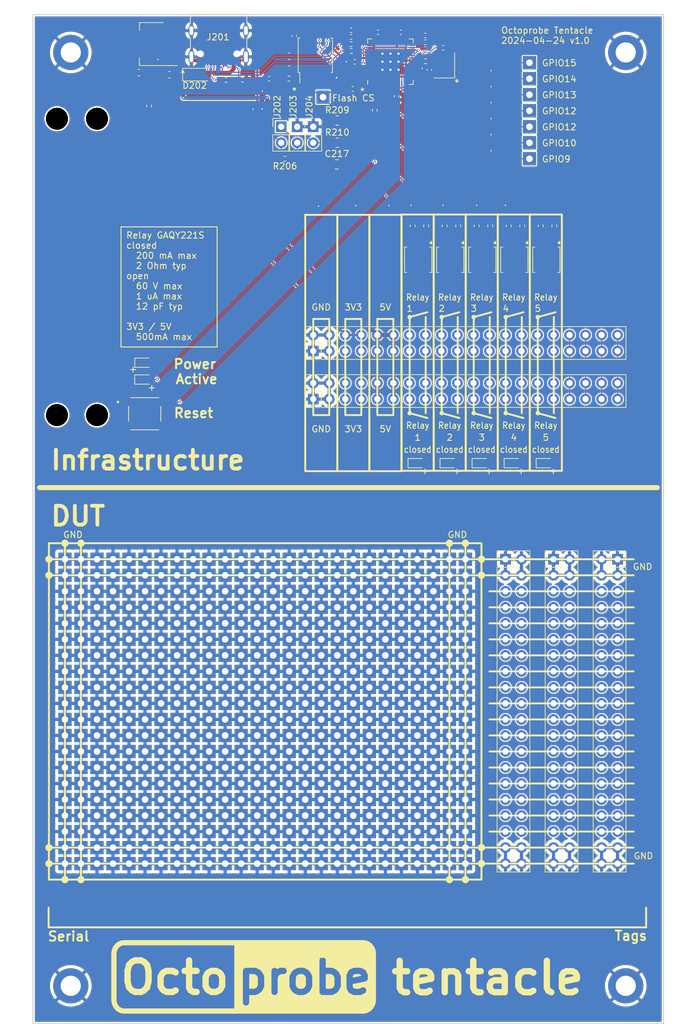
<source format=kicad_pcb>
(kicad_pcb (version 20240108) (generator "pcbnew") (generator_version "8.0")
  (title_block (title "Octoprobe Tentacle") (date "2024-04-24") (rev "1.0") (company "Hans Märki, Märki Informatik") (comment 1 "The MIT License (MIT)"))
  (layers (0 "F.Cu" signal) (31 "B.Cu" signal) (34 "B.Paste" user) (35 "F.Paste" user) (36 "B.SilkS" user "B.Silkscreen") (37 "F.SilkS" user "F.Silkscreen") (38 "B.Mask" user) (39 "F.Mask" user) (44 "Edge.Cuts" user))
  (net 0 "")
  (net 1 "+5V")
  (net 2 "+1V1")
  (net 3 "/cpu/XIN")
  (net 4 "/cpu/USB_D+")
  (net 5 "/cpu/USB_D-")
  (net 6 "GND")
  (net 7 "/cpu/QSPI_SS")
  (net 8 "/cpu/XOUT")
  (net 9 "/cpu/QSPI_SD3")
  (net 10 "/cpu/QSPI_SCLK")
  (net 11 "/cpu/QSPI_SD0")
  (net 12 "/cpu/QSPI_SD2")
  (net 13 "/cpu/QSPI_SD1")
  (net 14 "+3V3")
  (net 15 "Net-(C211-Pad1)")
  (net 16 "RELAIS_4")
  (net 17 "Net-(D101-A)")
  (net 18 "Net-(D201-A)")
  (net 19 "Net-(D202-A)")
  (net 20 "Net-(D301-A)")
  (net 21 "Net-(D401-A)")
  (net 22 "RELAIS_5")
  (net 23 "Net-(J201-CC2)")
  (net 25 "Net-(U201-GPIO9)")
  (net 26 "ACTIVE_LED")
  (net 29 "Net-(U201-GPIO13)")
  (net 30 "Net-(U201-GPIO14)")
  (net 31 "Net-(U201-GPIO15)")
  (net 32 "Net-(J101-Pin_11)")
  (net 33 "Net-(J101-Pin_15)")
  (net 34 "Net-(J101-Pin_25)")
  (net 35 "Net-(J101-Pin_29)")
  (net 36 "Net-(J101-Pin_21)")
  (net 38 "Net-(J201-CC1)")
  (net 40 "Net-(U201-USB-DP)")
  (net 41 "Net-(U201-USB-DM)")
  (net 43 "RELAIS_1")
  (net 47 "Net-(U201-GPIO10)")
  (net 48 "Net-(R302-Pad2)")
  (net 50 "Net-(R402-Pad2)")
  (net 51 "Net-(D701-A)")
  (net 52 "RELAIS_2")
  (net 53 "RELAIS_3")
  (net 54 "Net-(R702-Pad2)")
  (net 55 "Net-(J101-Pin_10)")
  (net 56 "Net-(J101-Pin_19)")
  (net 57 "Net-(J101-Pin_7)")
  (net 58 "Net-(J101-Pin_13)")
  (net 59 "Net-(J101-Pin_35)")
  (net 60 "Net-(J101-Pin_31)")
  (net 61 "Net-(J101-Pin_27)")
  (net 62 "Net-(J101-Pin_33)")
  (net 63 "Net-(J101-Pin_5)")
  (net 64 "Net-(J101-Pin_23)")
  (net 65 "Net-(J101-Pin_17)")
  (net 74 "Net-(D501-A)")
  (net 75 "Net-(D601-A)")
  (net 76 "Net-(R502-Pad2)")
  (net 77 "Net-(R602-Pad2)")
  (net 78 "Net-(J202-Pin_1)")
  (net 79 "Net-(U201-RUN)")
  (net 80 "Net-(J203-Pin_2)")
  (net 81 "Net-(C217-Pad1)")
  (net 84 "/Relay 4/RELAY_OUT_A")
  (net 85 "/Relay 2/RELAY_OUT_B")
  (net 86 "Net-(J104-Pin_39)")
  (net 87 "Net-(J104-Pin_37)")
  (net 88 "Net-(J104-Pin_33)")
  (net 89 "/Relay 2/RELAY_OUT_A")
  (net 90 "Net-(J104-Pin_35)")
  (net 91 "/Relay 5/RELAY_OUT_A")
  (net 92 "/Relay 3/RELAY_OUT_B")
  (net 93 "/Relay 1/RELAY_OUT_A")
  (net 94 "/Relay 5/RELAY_OUT_B")
  (net 95 "/Relay 3/RELAY_OUT_A")
  (net 96 "/Relay 4/RELAY_OUT_B")
  (net 97 "/Relay 1/RELAY_OUT_B")
  (net 99 "Net-(U201-GPIO12)")
  (net 100 "Net-(U201-GPIO11)")
  (footprint "Resistor_SMD:R_0402_1005Metric_Pad0.72x0.64mm_HandSolder" (layer "F.Cu") (at 113.9675 55.36 180)
    (property "Reference" "R206")
    (property "Value" "1K")
  )
  (footprint "00_project_library:octoprobe_breakout_PB" (layer "F.Cu") (at 132.42 167.12)
    (property "Reference" "BP101" (hide yes))
    (property "Value" "octoprobe_prototype_board" (hide yes))
  )
  (footprint "00_project_library:octoprobe_breakout_PB" (layer "F.Cu") (at 79.08 156.96)
    (property "Reference" "BP101" (hide yes))
    (property "Value" "octoprobe_prototype_board" (hide yes))
  )
  (footprint "00_project_library:octoprobe_breakout_PB" (layer "F.Cu") (at 107.02 134.1)
    (property "Reference" "BP101" (hide yes))
    (property "Value" "octoprobe_prototype_board" (hide yes))
  )
  (footprint "00_project_library:octoprobe_breakout_PB" (layer "F.Cu") (at 99.4 154.42)
    (property "Reference" "BP101" (hide yes))
    (property "Value" "octoprobe_prototype_board" (hide yes))
  )
  (footprint "00_project_library:opctoprobe_relay" (layer "F.Cu") (at 142.63 104.84)
    (property "Reference" "UR501" (hide yes))
    (property "Value" "3")
  )
  (footprint "00_project_library:octoprobe_breakout_PB" (layer "F.Cu") (at 84.16 167.12)
    (property "Reference" "BP101" (hide yes))
    (property "Value" "octoprobe_prototype_board" (hide yes))
  )
  (footprint "00_project_library:octoprobe_breakout_PB" (layer "F.Cu") (at 122.26 164.58)
    (property "Reference" "BP101" (hide yes))
    (property "Value" "octoprobe_prototype_board" (hide yes))
  )
  (footprint "00_project_library:octoprobe_breakout_PB" (layer "F.Cu") (at 91.78 129.02)
    (property "Reference" "BP101" (hide yes))
    (property "Value" "octoprobe_prototype_board" (hide yes))
  )
  (footprint "Resistor_SMD:R_0402_1005Metric_Pad0.72x0.64mm_HandSolder" (layer "F.Cu") (at 92.415 46.978 90)
    (property "Reference" "R201" (hide yes))
    (property "Value" "470R")
  )
  (footprint "Package_SO:SOP-4_3.8x4.1mm_P2.54mm" (layer "F.Cu") (at 145.247 71.362 -90)
    (property "Reference" "U501" (hide yes))
    (property "Value" "GAQY221S")
  )
  (footprint "00_project_library:octoprobe_breakout_PB" (layer "F.Cu") (at 142.58 162.04)
    (property "Reference" "BP101" (hide yes))
    (property "Value" "octoprobe_prototype_board" (hide yes))
  )
  (footprint "00_project_library:octoprobe_breakout_PB" (layer "F.Cu") (at 137.5 134.1)
    (property "Reference" "BP101" (hide yes))
    (property "Value" "octoprobe_prototype_board" (hide yes))
  )
  (footprint "00_project_library:octoprobe_breakout_PB" (layer "F.Cu") (at 94.32 162.04)
    (property "Reference" "BP101" (hide yes))
    (property "Value" "octoprobe_prototype_board" (hide yes))
  )
  (footprint "00_project_library:octoprobe_breakout_PB" (layer "F.Cu") (at 79.08 141.72)
    (property "Reference" "BP101" (hide yes))
    (property "Value" "octoprobe_prototype_board" (hide yes))
  )
  (footprint "00_project_library:octoprobe_breakout_PB" (layer "F.Cu") (at 119.72 139.18)
    (property "Reference" "BP101" (hide yes))
    (property "Value" "octoprobe_prototype_board" (hide yes))
  )
  (footprint "00_project_library:octoprobe_breakout_PB" (layer "F.Cu") (at 119.72 129.02)
    (property "Reference" "BP101" (hide yes))
    (property "Value" "octoprobe_prototype_board" (hide yes))
  )
  (footprint "00_project_library:octoprobe_breakout_PB" (layer "F.Cu") (at 101.94 139.18)
    (property "Reference" "BP101" (hide yes))
    (property "Value" "octoprobe_prototype_board" (hide yes))
  )
  (footprint "00_project_library:octoprobe_breakout_PB" (layer "F.Cu") (at 107.02 167.12)
    (property "Reference" "BP101" (hide yes))
    (property "Value" "octoprobe_prototype_board" (hide yes))
  )
  (footprint "00_project_library:PinSocket_2x20_P2.54mm_Vertical-mirrored" (layer "F.Cu") (at 118.45 83.3 90)
    (property "Reference" "J104" (hide yes))
    (property "Value" "Conn_01x20")
  )
  (footprint "00_project_library:octoprobe_breakout_PB" (layer "F.Cu") (at 112.1 126.48)
    (property "Reference" "BP101" (hide yes))
    (property "Value" "octoprobe_prototype_board" (hide yes))
  )
  (footprint "Resistor_SMD:R_0402_1005Metric" (layer "F.Cu") (at 141.437 65.9905 -90)
    (property "Reference" "R402" (hide yes))
    (property "Value" "3k9")
  )
  (footprint "00_project_library:octoprobe_breakout_PB" (layer "F.Cu") (at 79.08 144.26)
    (property "Reference" "BP101" (hide yes))
    (property "Value" "octoprobe_prototype_board" (hide yes))
  )
  (footprint "00_project_library:octoprobe_breakout_PB" (layer "F.Cu") (at 107.02 136.64)
    (property "Reference" "BP101" (hide yes))
    (property "Value" "octoprobe_prototype_board" (hide yes))
  )
  (footprint "00_project_library:octoprobe_breakout_PB" (layer "F.Cu") (at 94.32 121.4)
    (property "Reference" "BP101" (hide yes))
    (property "Value" "octoprobe_prototype_board" (hide yes))
  )
  (footprint "00_project_library:octoprobe_breakout_PB" (layer "F.Cu") (at 122.26 126.48)
    (property "Reference" "BP101" (hide yes))
    (property "Value" "octoprobe_prototype_board" (hide yes))
  )
  (footprint "00_project_library:octoprobe_breakout_PB" (layer "F.Cu") (at 101.94 131.56)
    (property "Reference" "BP101" (hide yes))
    (property "Value" "octoprobe_prototype_board" (hide yes))
  )
  (footprint "00_project_library:octoprobe_breakout_PB" (layer "F.Cu") (at 96.86 162.04)
    (property "Reference" "BP101" (hide yes))
    (property "Value" "octoprobe_prototype_board" (hide yes))
  )
  (footprint "00_project_library:octoprobe_breakout_PB" (layer "F.Cu") (at 101.94 136.64)
    (property "Reference" "BP101" (hide yes))
    (property "Value" "octoprobe_prototype_board" (hide yes))
  )
  (footprint "00_project_library:octoprobe_breakout_PB" (layer "F.Cu") (at 109.56 156.96)
    (property "Reference" "BP101" (hide yes))
    (property "Value" "octoprobe_prototype_board" (hide yes))
  )
  (footprint "00_project_library:octoprobe_breakout_PB" (layer "F.Cu") (at 94.32 118.86)
    (property "Reference" "BP101" (hide yes))
    (property "Value" "octoprobe_prototype_board" (hide yes))
  )
  (footprint "00_project_library:octoprobe_breakout_PB" (layer "F.Cu") (at 91.78 146.8)
    (property "Reference" "BP101" (hide yes))
    (property "Value" "octoprobe_prototype_board" (hide yes))
  )
  (footprint "00_project_library:octoprobe_breakout_PB" (layer "F.Cu") (at 94.32 144.26)
    (property "Reference" "BP101" (hide yes))
    (property "Value" "octoprobe_prototype_board" (hide yes))
  )
  (footprint "00_project_library:octoprobe_breakout_PB" (layer "F.Cu") (at 114.64 149.34)
    (property "Reference" "BP101" (hide yes))
    (property "Value" "octoprobe_prototype_board" (hide yes))
  )
  (footprint "00_project_library:octoprobe_breakout_PB" (layer "F.Cu") (at 104.48 139.18)
    (property "Reference" "BP101" (hide yes))
    (property "Value" "octoprobe_prototype_board" (hide yes))
  )
  (footprint "00_project_library:octoprobe_breakout_PB" (layer "F.Cu") (at 84.16 129.02)
    (property "Reference" "BP101" (hide yes))
    (property "Value" "octoprobe_prototype_board" (hide yes))
  )
  (footprint "00_project_library:octoprobe_breakout_PB" (layer "F.Cu") (at 89.24 167.12)
    (property "Reference" "BP101" (hide yes))
    (property "Value" "octoprobe_prototype_board" (hide yes))
  )
  (footprint "00_project_library:octoprobe_breakout_PB" (layer "F.Cu") (at 96.86 167.12)
    (property "Reference" "BP101" (hide yes))
    (property "Value" "octoprobe_prototype_board" (hide yes))
  )
  (footprint "00_project_library:octoprobe_breakout_PB" (layer "F.Cu") (at 79.08 136.64)
    (property "Reference" "BP101" (hide yes))
    (property "Value" "octoprobe_prototype_board" (hide yes))
  )
  (footprint "00_project_library:octoprobe_breakout_PB" (layer "F.Cu") (at 122.26 159.5)
    (property "Reference" "BP101" (hide yes))
    (property "Value" "octoprobe_prototype_board" (hide yes))
  )
  (footprint "00_project_library:PinSocket_2x20_P2.54mm_Vertical-stackable" (layer "F.Cu") (at 166.71 118.86)
    (property "Reference" "J101" (hide yes))
    (property "Value" "Conn_01x20")
  )
  (footprint "00_project_library:octoprobe_breakout_PB" (layer "F.Cu") (at 134.96 144.26)
    (property "Reference" "BP101" (hide yes))
    (property "Value" "octoprobe_prototype_board" (hide yes))
  )
  (footprint "00_project_library:octoprobe_breakout_PB" (layer "F.Cu") (at 124.8 118.86)
    (property "Reference" "BP101" (hide yes))
    (property "Value" "octoprobe_prototype_board" (hide yes))
  )
  (footprint "00_project_library:octoprobe_breakout_PB" (layer "F.Cu") (at 81.62 121.4)
    (property "Reference" "BP101" (hide yes))
    (property "Value" "octoprobe_prototype_board" (hide yes))
  )
  (footprint "00_project_library:octoprobe_breakout_PB" (layer "F.Cu") (at 114.64 118.86)
    (property "Reference" "BP101" (hide yes))
    (property "Value" "octoprobe_prototype_board" (hide yes))
  )
  (footprint "00_project_library:octoprobe_breakout_PB" (layer "F.Cu") (at 107.02 154.42)
    (property "Reference" "BP101" (hide yes))
    (property "Value" "octoprobe_prototype_board" (hide yes))
  )
  (footprint "00_project_library:octoprobe_breakout_PB" (layer "F.Cu") (at 140.04 141.72)
    (property "Reference" "BP101" (hide yes))
    (property "Value" "octoprobe_prototype_board" (hide yes))
  )
  (footprint "00_project_library:octoprobe_breakout_PB" (layer "F.Cu") (at 101.94 159.5)
    (property "Reference" "BP101" (hide yes))
    (property "Value" "octoprobe_prototype_board" (hide yes))
  )
  (footprint "00_project_library:octoprobe_breakout_PB" (layer "F.Cu") (at 140.04 154.42)
    (property "Reference" "BP101" (hide yes))
    (property "Value" "octoprobe_prototype_board" (hide yes))
  )
  (footprint "00_project_library:octoprobe_breakout_PB" (layer "F.Cu") (at 91.78 162.04)
    (property "Reference" "BP101" (hide yes))
    (property "Value" "octoprobe_prototype_board" (hide yes))
  )
  (footprint "00_project_library:LED_0603_1608Metric" (layer "F.Cu") (at 91.6275 87.6942)
    (property "Reference" "D201" (hide yes))
    (property "Value" "LED GREEN")
  )
  (footprint "00_project_library:octoprobe_breakout_PB" (layer "F.Cu") (at 137.5 151.88)
    (property "Reference" "BP101" (hide yes))
    (property "Value" "octoprobe_prototype_board" (hide yes))
  )
  (footprint "00_project_library:octoprobe_breakout_PB" (layer "F.Cu") (at 104.48 156.96)
    (property "Reference" "BP101" (hide yes))
    (property "Value" "octoprobe_prototype_board" (hide yes))
  )
  (footprint "00_project_library:octoprobe_breakout_PB" (layer "F.Cu") (at 91.78 131.56)
    (property "Reference" "BP101" (hide yes))
    (property "Value" "octoprobe_prototype_board" (hide yes))
  )
  (footprint "00_project_library:octoprobe_breakout_PB" (layer "F.Cu") (at 86.7 151.88)
    (property "Reference" "BP101" (hide yes))
    (property "Value" "octoprobe_prototype_board" (hide yes))
  )
  (footprint "00_project_library:octoprobe_breakout_PB" (layer "F.Cu") (at 112.1 141.72)
    (property "Reference" "BP101" (hide yes))
    (property "Value" "octoprobe_prototype_board" (hide yes))
  )
  (footprint "00_project_library:octoprobe_breakout_PB" (layer "F.Cu") (at 142.58 136.64)
    (property "Reference" "BP101" (hide yes))
    (property "Value" "octoprobe_prototype_board" (hide yes))
  )
  (footprint "00_project_library:octoprobe_breakout_PB" (layer "F.Cu") (at 137.5 164.58)
    (property "Reference" "BP101" (hide yes))
    (property "Value" "octoprobe_prototype_board" (hide yes))
  )
  (footprint "00_project_library:octoprobe_breakout_PB" (layer "F.Cu") (at 81.62 118.86)
    (property "Reference" "BP101" (hide yes))
    (property "Value" "octoprobe_prototype_board" (hide yes))
  )
  (footprint "00_project_library:octoprobe_breakout_PB" (layer "F.Cu") (at 140.04 146.8)
    (property "Reference" "BP101" (hide yes))
    (property "Value" "octoprobe_prototype_board" (hide yes))
  )
  (footprint "00_project_library:octoprobe_breakout_PB" (layer "F.Cu") (at 107.02 159.5)
    (property "Reference" "BP101" (hide yes))
    (property "Value" "octoprobe_prototype_board" (hide yes))
  )
  (footprint "00_project_library:octoprobe_breakout_PB" (layer "F.Cu") (at 142.58 144.26)
    (property "Reference" "BP101" (hide yes))
    (property "Value" "octoprobe_prototype_board" (hide yes))
  )
  (footprint "00_project_library:octoprobe_breakout_PB" (layer "F.Cu") (at 134.96 139.18)
    (property "Reference" "BP101" (hide yes))
    (property "Value" "octoprobe_prototype_board" (hide yes))
  )
  (footprint "00_project_library:octoprobe_breakout_PB" (layer "F.Cu") (at 81.62 159.5)
    (property "Reference" "BP101" (hide yes))
    (property "Value" "octoprobe_prototype_board" (hide yes))
  )
  (footprint "00_project_library:octoprobe_breakout_PB" (layer "F.Cu") (at 132.42 131.56)
    (property "Reference" "BP101" (hide yes))
    (property "Value" "octoprobe_prototype_board" (hide yes))
  )
  (footprint "00_project_library:octoprobe_breakout_PB" (layer "F.Cu") (at 81.62 151.88)
    (property "Reference" "BP101" (hide yes))
    (property "Value" "octoprobe_prototype_board" (hide yes))
  )
  (footprint "00_project_library:octoprobe_breakout_PB" (layer "F.Cu") (at 81.62 131.56)
    (property "Reference" "BP101" (hide yes))
    (property "Value" "octoprobe_prototype_board" (hide yes))
  )
  (footprint "00_project_library:octoprobe_breakout_PB" (layer "F.Cu") (at 129.88 151.88)
    (property "Reference" "BP101" (hide yes))
    (property "Value" "octoprobe_prototype_board" (hide yes))
  )
  (footprint "00_project_library:octoprobe_breakout_PB" (layer "F.Cu") (at 119.72 141.72)
    (property "Reference" "BP101" (hide yes))
    (property "Value" "octoprobe_prototype_board" (hide yes))
  )
  (footprint "00_project_library:octoprobe_breakout_PB" (layer "F.Cu") (at 124.8 159.5)
    (property "Reference" "BP101" (hide yes))
    (property "Value" "octoprobe_prototype_board" (hide yes))
  )
  (footprint "00_project_library:octoprobe_breakout_PB" (layer "F.Cu") (at 142.58 134.1)
    (property "Reference" "BP101" (hide yes))
    (property "Value" "octoprobe_prototype_board" (hide yes))
  )
  (footprint "00_project_library:octoprobe_breakout_PB" (layer "F.Cu") (at 129.88 131.56)
    (property "Reference" "BP101" (hide yes))
    (property "Value" "octoprobe_prototype_board" (hide yes))
  )
  (footprint "00_project_library:octoprobe_breakout_PB" (layer "F.Cu") (at 137.5 141.72)
    (property "Reference" "BP101" (hide yes))
    (property "Value" "octoprobe_prototype_board" (hide yes))
  )
  (footprint "00_project_library:octoprobe_breakout_PB" (layer "F.Cu") (at 84.16 154.42)
    (property "Reference" "BP101" (hide yes))
    (property "Value" "octoprobe_prototype_board" (hide yes))
  )
  (footprint "00_project_library:octoprobe_breakout_PB" (layer "F.Cu") (at 99.4 126.48)
    (property "Reference" "BP101" (hide yes))
    (property "Value" "octoprobe_prototype_board" (hide yes))
  )
  (footprint "00_project_library:octoprobe_breakout_PB" (layer "F.Cu") (at 119.72 154.42)
    (property "Reference" "BP101" (hide yes))
    (property "Value" "octoprobe_prototype_board" (hide yes))
  )
  (footprint "Resistor_SMD:R_0402_1005Metric" (layer "F.Cu") (at 134.198 65.9905 90)
    (property "Reference" "R301" (hide yes))
    (property "Value" "1k")
  )
  (footprint "00_project_library:octoprobe_breakout_PB" (layer "F.Cu") (at 112.1 149.34)
    (property "Reference" "BP101" (hide yes))
    (property "Value" "octoprobe_prototype_board" (hide yes))
  )
  (footprint "00_project_library:octoprobe_breakout_PB" (layer "F.Cu") (at 94.32 126.48)
    (property "Reference" "BP101" (hide yes))
    (property "Value" "octoprobe_prototype_board" (hide yes))
  )
  (footprint "00_project_library:octoprobe_breakout_PB" (layer "F.Cu") (at 89.24 156.96)
    (property "Reference" "BP101" (hide yes))
    (property "Value" "octoprobe_prototype_board" (hide yes))
  )
  (footprint "00_project_library:octoprobe_breakout_PB" (layer "F.Cu") (at 140.04 164.58)
    (property "Reference" "BP101" (hide yes))
    (property "Value" "octoprobe_prototype_board" (hide yes))
  )
  (footprint "00_project_library:octoprobe_breakout_PB" (layer "F.Cu") (at 112.1 118.86)
    (property "Reference" "BP101" (hide yes))
    (property "Value" "octoprobe_prototype_board" (hide yes))
  )
  (footprint "00_project_library:octoprobe_breakout_PB" (layer "F.Cu") (at 129.88 139.18)
    (property "Reference" "BP101" (hide yes))
    (property "Value" "octoprobe_prototype_board" (hide yes))
  )
  (footprint "Resistor_SMD:R_0402_1005Metric" (layer "F.Cu") (at 136.357 65.9905 -90)
    (property "Reference" "R302" (hide yes))
    (property "Value" "3k9")
  )
  (footprint "00_project_library:octoprobe_breakout_PB" (layer "F.Cu") (at 84.16 141.72)
    (property "Reference" "BP101" (hide yes))
    (property "Value" "octoprobe_prototype_board" (hide yes))
  )
  (footprint "00_project_library:octoprobe_breakout_PB" (layer "F.Cu") (at 132.42 162.04)
    (property "Reference" "BP101" (hide yes))
    (property "Value" "octoprobe_prototype_board" (hide yes))
  )
  (footprint "Capacitor_SMD:C_0603_1608Metric" (layer "F.Cu") (at 95.659 42.025 180)
    (property "Reference" "C201" (hide yes))
    (property "Value" "10u")
  )
  (footprint "00_project_library:octoprobe_breakout_PB" (layer "F.Cu") (at 96.86 151.88)
    (property "Reference" "BP101" (hide yes))
    (property "Value" "octoprobe_prototype_board" (hide yes))
  )
  (footprint "00_project_library:octoprobe_breakout_PB" (layer "F.Cu") (at 132.42 121.4)
    (property "Reference" "BP101" (hide yes))
    (property "Value" "octoprobe_prototype_board" (hide yes))
  )
  (footprint "00_project_library:octoprobe_breakout_PB" (layer "F.Cu") (at 96.86 123.94)
    (property "Reference" "BP101" (hide yes))
    (property "Value" "octoprobe_prototype_board" (hide yes))
  )
  (footprint "00_project_library:octoprobe_breakout_PB" (layer "F.Cu") (at 124.8 123.94)
    (property "Reference" "BP101" (hide yes))
    (property "Value" "octoprobe_prototype_board" (hide yes))
  )
  (footprint "00_project_library:octoprobe_breakout_PB" (layer "F.Cu") (at 86.7 118.86)
    (property "Reference" "BP101" (hide yes))
    (property "Value" "octoprobe_prototype_board" (hide yes))
  )
  (footprint "Capacitor_SMD:C_0402_1005Metric_Pad0.74x0.62mm_HandSolder" (layer "F.Cu") (at 124.4564 36.0432 180)
    (property "Reference" "C204" (hide yes))
    (property "Value" "100n")
  )
  (footprint "00_project_library:octoprobe_breakout_PB" (layer "F.Cu") (at 124.8 136.64)
    (property "Reference" "BP101" (hide yes))
    (property "Value" "octoprobe_prototype_board" (hide yes))
  )
  (footprint "Resistor_SMD:R_0805_2012Metric_Pad1.20x1.40mm_HandSolder" (layer "F.Cu") (at 122.26 52.82)
    (property "Reference" "R210")
    (property "Value" "0")
  )
  (footprint "00_project_library:octoprobe_breakout_PB" (layer "F.Cu") (at 86.7 131.56)
    (property "Reference" "BP101" (hide yes))
    (property "Value" "octoprobe_prototype_board" (hide yes))
  )
  (footprint "00_project_library:PinSocket_2x20_P2.54mm_Vertical-mirrored-bare" (layer "F.Cu") (at 118.45 90.92 90)
    (property "Reference" "J105" (hide yes))
    (property "Value" "Conn_01x20")
  )
  (footprint "00_project_library:octoprobe_breakout_PB" (layer "F.Cu") (at 96.86 131.56)
    (property "Reference" "BP101" (hide yes))
    (property "Value" "octoprobe_prototype_board" (hide yes))
  )
  (footprint "00_project_library:octoprobe_breakout_label" (layer "F.Cu") (at 152.74 52.82)
    (property "Reference" "BP206" (hide yes))
    (property "Value" "GPIO10" (hide yes))
  )
  (footprint "00_project_library:octoprobe_breakout_PB" (layer "F.Cu") (at 91.78 134.1)
    (property "Reference" "BP101" (hide yes))
    (property "Value" "octoprobe_prototype_board" (hide yes))
  )
  (footprint "00_project_library:octoprobe_breakout_PB" (layer "F.Cu") (at 101.94 154.42)
    (property "Reference" "BP101" (hide yes))
    (property "Value" "octoprobe_prototype_board" (hide yes))
  )
  (footprint "00_project_library:octoprobe_breakout_PB" (layer "F.Cu") (at 96.86 156.96)
    (property "Reference" "BP101" (hide yes))
    (property "Value" "octoprobe_prototype_board" (hide yes))
  )
  (footprint "00_project_library:octoprobe_breakout_PB" (layer "F.Cu") (at 101.94 149.34)
    (property "Reference" "BP101" (hide yes))
    (property "Value" "octoprobe_prototype_board" (hide yes))
  )
  (footprint "00_project_library:octoprobe_breakout_PB" (layer "F.Cu") (at 104.48 146.8)
    (property "Reference" "BP101" (hide yes))
    (property "Value" "octoprobe_prototype_board" (hide yes))
  )
  (footprint "00_project_library:octoprobe_breakout_PB" (layer "F.Cu") (at 119.72 123.94)
    (property "Reference" "BP101" (hide yes))
    (property "Value" "octoprobe_prototype_board" (hide yes))
  )
  (footprint "00_project_library:octoprobe_CableTieHole" (layer "F.Cu") (at 77.81 49.01)
    (property "Reference" "H105" (hide yes))
    (property "Value" "octoprobe_CableTieHole")
  )
  (footprint "00_project_library:octoprobe_breakout_PB" (layer "F.Cu") (at 127.34 123.94)
    (property "Reference" "BP101" (hide yes))
    (property "Value" "octoprobe_prototype_board" (hide yes))
  )
  (footprint "00_project_library:octoprobe_breakout_PB" (layer "F.Cu") (at 122.26 123.94)
    (property "Reference" "BP101" (hide yes))
    (property "Value" "octoprobe_prototype_board" (hide yes))
  )
  (footprint "00_project_library:octoprobe_breakout_PB" (layer "F.Cu") (at 86.7 126.48)
    (property "Reference" "BP101" (hide yes))
    (property "Value" "octoprobe_prototype_board" (hide yes))
  )
  (footprint "00_project_library:octoprobe_breakout_PB" (layer "F.Cu") (at 129.88 123.94)
    (property "Reference" "BP101" (hide yes))
    (property "Value" "octoprobe_prototype_board" (hide yes))
  )
  (footprint "00_project_library:octoprobe_breakout_PB" (layer "F.Cu") (at 137.5 162.04)
    (property "Reference" "BP101" (hide yes))
    (property "Value" "octoprobe_prototype_board" (hide yes))
  )
  (footprint "00_project_library:octoprobe_breakout_PB" (layer "F.Cu") (at 81.62 146.8)
    (property "Reference" "BP101" (hide yes))
    (property "Value" "octoprobe_prototype_board" (hide yes))
  )
  (footprint "00_project_library:octoprobe_breakout_PB" (layer "F.Cu") (at 94.32 123.94)
    (property "Reference" "BP101" (hide yes))
    (property "Value" "octoprobe_prototype_board" (hide yes))
  )
  (footprint "00_project_library:octoprobe_breakout_PB" (layer "F.Cu") (at 91.78 144.26)
    (property "Reference" "BP101" (hide yes))
    (property "Value" "octoprobe_prototype_board" (hide yes))
  )
  (footprint "00_project_library:octoprobe_breakout_PB" (layer "F.Cu") (at 124.8 146.8)
    (property "Reference" "BP101" (hide yes))
    (property "Value" "octoprobe_prototype_board" (hide yes))
  )
  (footprint "00_project_library:octoprobe_breakout_PB" (layer "F.Cu") (at 142.58 149.34)
    (property "Reference" "BP101" (hide yes))
    (property "Value" "octoprobe_prototype_board" (hide yes))
  )
  (footprint "00_project_library:octoprobe_breakout_PB" (layer "F.Cu") (at 114.64 141.72)
    (property "Reference" "BP101" (hide yes))
    (property "Value" "octoprobe_prototype_board" (hide yes))
  )
  (footprint "00_project_library:octoprobe_breakout_PB" (layer "F.Cu") (at 89.24 129.02)
    (property "Reference" "BP101" (hide yes))
    (property "Value" "octoprobe_prototype_board" (hide yes))
  )
  (footprint "00_project_library:octoprobe_breakout_PB" (layer "F.Cu") (at 86.7 154.42)
    (property "Reference" "BP101" (hide yes))
    (property "Value" "octoprobe_prototype_board" (hide yes))
  )
  (footprint "00_project_library:octoprobe_breakout_PB" (layer "F.Cu") (at 132.42 139.18)
    (property "Reference" "BP101" (hide yes))
    (property "Value" "octoprobe_prototype_board" (hide yes))
  )
  (footprint "00_project_library:octoprobe_breakout_PB" (layer "F.Cu") (at 124.8 121.4)
    (property "Reference" "BP101" (hide yes))
    (property "Value" "octoprobe_prototype_board" (hide yes))
  )
  (footprint "00_project_library:octoprobe_breakout_PB" (layer "F.Cu") (at 84.16 126.48)
    (property "Reference" "BP101" (hide yes))
    (property "Value" "octoprobe_prototype_board" (hide yes))
  )
  (footprint "00_project_library:octoprobe_breakout_PB" (layer "F.Cu") (at 101.94 164.58)
    (property "Reference" "BP101" (hide yes))
    (property "Value" "octoprobe_prototype_board" (hide yes))
  )
  (footprint "00_project_library:octoprobe_breakout_PB" (layer "F.Cu") (at 114.64 156.96)
    (property "Reference" "BP101" (hide yes))
    (property "Value" "octoprobe_prototype_board" (hide yes))
  )
  (footprint "00_project_library:octoprobe_breakout_PB" (layer "F.Cu") (at 112.1 131.56)
    (property "Reference" "BP101" (hide yes))
    (property "Value" "octoprobe_prototype_board" (hide yes))
  )
  (footprint "00_project_library:octoprobe_breakout_PB" (layer "F.Cu") (at 79.08 126.48)
    (property "Reference" "BP101" (hide yes))
    (property "Value" "octoprobe_prototype_board" (hide yes))
  )
  (footprint "00_project_library:octoprobe_breakout_PB" (layer "F.Cu") (at 112.1 144.26)
    (property "Reference" "BP101" (hide yes))
    (property "Value" "octoprobe_prototype_board" (hide yes))
  )
  (footprint "00_project_library:octoprobe_breakout_PB" (layer "F.Cu") (at 94.32 154.42)
    (property "Reference" "BP101" (hide yes))
    (property "Value" "octoprobe_prototype_board" (hide yes))
  )
  (footprint "00_project_library:LED_0603_1608Metric" (layer "F.Cu") (at 155.28 103.62)
    (property "Reference" "D701" (hide yes))
    (property "Value" "LED WHITE")
  )
  (footprint "00_project_library:octoprobe_breakout_PB" (layer "F.Cu") (at 124.8 151.88)
    (property "Reference" "BP101" (hide yes))
    (property "Value" "octoprobe_prototype_board" (hide yes))
  )
  (footprint "00_project_library:octoprobe_breakout_PB" (layer "F.Cu") (at 112.1 162.04)
    (property "Reference" "BP101" (hide yes))
    (property "Value" "octoprobe_prototype_board" (hide yes))
  )
  (footprint "00_project_library:octoprobe_breakout_PB" (layer "F.Cu") (at 119.72 159.5)
    (property "Reference" "BP101" (hide yes))
    (property "Value" "octoprobe_prototype_board" (hide yes))
  )
  (footprint "00_project_library:octoprobe_breakout_PB" (layer "F.Cu") (at 142.58 167.12)
    (property "Reference" "BP101" (hide yes))
    (property "Value" "octoprobe_prototype_board" (hide yes))
  )
  (footprint "00_project_library:LED_0603_1608Metric" (layer "F.Cu") (at 140.04 103.62)
    (property "Reference" "D401" (hide yes))
    (property "Value" "LED WHITE")
  )
  (footprint "00_project_library:octoprobe_breakout_PB" (layer "F.Cu") (at 86.7 136.64)
    (property "Reference" "BP101" (hide yes))
    (property "Value" "octoprobe_prototype_board" (hide yes))
  )
  (footprint "00_project_library:octoprobe_breakout_PB" (layer "F.Cu") (at 91.78 159.5)
    (property "Reference" "BP101" (hide yes))
    (property "Value" "octoprobe_prototype_board" (hide yes))
  )
  (footprint "00_project_library:octoprobe_breakout_PB" (layer "F.Cu") (at 114.64 162.04)
    (property "Reference" "BP101" (hide yes))
    (property "Value" "octoprobe_prototype_board" (hide yes))
  )
  (footprint "00_project_library:octoprobe_breakout_PB" (layer "F.Cu") (at 114.64 139.18)
    (property "Reference" "BP101" (hide yes))
    (property "Value" "octoprobe_prototype_board" (hide yes))
  )
  (footprint "00_project_library:octoprobe_breakout_PB" (layer "F.Cu") (at 109.56 146.8)
    (property "Reference" "BP101" (hide yes))
    (property "Value" "octoprobe_prototype_board" (hide yes))
  )
  (footprint "00_project_library:octoprobe_breakout_PB" (layer "F.Cu") (at 94.32 131.56)
    (property "Reference" "BP101" (hide yes))
    (property "Value" "octoprobe_prototype_board" (hide yes))
  )
  (footprint "00_project_library:octoprobe_breakout_PB" (layer "F.Cu") (at 117.18 151.88)
    (property "Reference" "BP101" (hide yes))
    (property "Value" "octoprobe_prototype_board" (hide yes))
  )
  (footprint "00_project_library:octoprobe_breakout_PB" (layer "F.Cu") (at 99.4 131.56)
    (property "Reference" "BP101" (hide yes))
    (property "Value" "octoprobe_prototype_board" (hide yes))
  )
  (footprint "00_project_library:octoprobe_breakout_PB" (layer "F.Cu") (at 122.26 156.96)
    (property "Reference" "BP101" (hide yes))
    (property "Value" "octoprobe_prototype_board" (hide yes))
  )
  (footprint "Connector_PinHeader_2.54mm:PinHeader_1x02_P2.54mm_Vertical" (layer "F.Cu") (at 115.91 50.28)
    (property "Reference" "J203")
    (property "Value" "BOOT Button")
  )
  (footprint "00_project_library:octoprobe_breakout_PB" (layer "F.Cu") (at 104.48 118.86)
    (property "Reference" "BP101" (hide yes))
    (property "Value" "octoprobe_prototype_board" (hide yes))
  )
  (footprint "00_project_library:octoprobe_breakout_PB" (layer "F.Cu") (at 129.88 144.26)
    (property "Reference" "BP101" (hide yes))
    (property "Value" "octoprobe_prototype_board" (hide yes))
  )
  (footprint "00_project_library:octoprobe_breakout_PB" (layer "F.Cu") (at 91.78 126.48)
    (property "Reference" "BP101" (hide yes))
    (property "Value" "octoprobe_prototype_board" (hide yes))
  )
  (footprint "00_project_library:octoprobe_breakout_label" (layer "F.Cu") (at 152.74 42.66)
    (property "Reference" "BP203" (hide yes))
    (property "Value" "GPIO14" (hide yes))
  )
  (footprint "00_project_library:octoprobe_breakout_PB" (layer "F.Cu") (at 137.5 123.94)
    (property "Reference" "BP101" (hide yes))
    (property "Value" "octoprobe_prototype_board" (hide yes))
  )
  (footprint "00_project_library:octoprobe_breakout_PB" (layer "F.Cu") (at 119.72 146.8)
    (property "Reference" "BP101" (hide yes))
    (property "Value" "octoprobe_prototype_board" (hide yes))
  )
  (footprint "00_project_library:octoprobe_breakout_PB" (layer "F.Cu") (at 140.04 139.18)
    (property "Reference" "BP101" (hide yes))
    (property "Value" "octoprobe_prototype_board" (hide yes))
  )
  (footprint "00_project_library:octoprobe_breakout_PB" (layer "F.Cu") (at 117.18 139.18)
    (property "Reference" "BP101" (hide yes))
    (property "Value" "octoprobe_prototype_board" (hide yes))
  )
  (footprint "00_project_library:octoprobe_breakout_PB" (layer "F.Cu") (at 114.64 134.1)
    (property "Reference" "BP101" (hide yes))
    (property "Value" "octoprobe_prototype_board" (hide yes))
  )
  (footprint "00_project_library:octoprobe_CableTieHole" (layer "F.Cu") (at 84.16 96)
    (property "Reference" "H108" (hide yes))
    (property "Value" "octoprobe_CableTieHole")
  )
  (footprint "00_project_library:octoprobe_breakout_PB" (layer "F.Cu") (at 127.34 154.42)
    (property "Reference" "BP101" (hide yes))
    (property "Value" "octoprobe_prototype_board" (hide yes))
  )
  (footprint "Package_SO:SOP-4_3.8x4.1mm_P2.54mm" (layer "F.Cu") (at 140.167 71.362 -90)
    (property "Reference" "U401" (hide yes))
    (property "Value" "GAQY221S")
  )
  (footprint "00_project_library:octoprobe_breakout_PB" (layer "F.Cu") (at 127.34 134.1)
    (property "Reference" "BP101" (hide yes))
    (property "Value" "octoprobe_prototype_board" (hide yes))
  )
  (footprint "00_project_library:octoprobe_breakout_PB" (layer "F.Cu") (at 140.04 149.34)
    (property "Reference" "BP101" (hide yes))
    (property "Value" "octoprobe_prototype_board" (hide yes))
  )
  (footprint "00_project_library:octoprobe_breakout_PB" (layer "F.Cu") (at 127.34 118.86)
    (property "Reference" "BP101" (hide yes))
    (property "Value" "octoprobe_prototype_board" (hide yes))
  )
  (footprint "00_project_library:octoprobe_breakout_PB" (layer "F.Cu") (at 117.18 164.58)
    (property "Reference" "BP101" (hide yes))
    (property "Value" "octoprobe_prototype_board" (hide yes))
  )
  (footprint "00_project_library:octoprobe_breakout_PB" (layer "F.Cu") (at 81.62 139.18)
    (property "Reference" "BP101" (hide yes))
    (property "Value" "octoprobe_prototype_board" (hide yes))
  )
  (footprint "Package_SO:SOP-4_3.8x4.1mm_P2.54mm" (layer "F.Cu") (at 150.327 71.362 -90)
    (property "Reference" "U601" (hide yes))
    (property "Value" "GAQY221S")
  )
  (footprint "00_project_library:octoprobe_breakout_PB" (layer "F.Cu") (at 104.48 167.12)
    (property "Reference" "BP101" (hide yes))
    (property "Value" "octoprobe_prototype_board" (hide yes))
  )
  (footprint "00_project_library:octoprobe_breakout_PB" (layer "F.Cu") (at 112.1 151.88)
    (property "Reference" "BP101" (hide yes))
    (property "Value" "octoprobe_prototype_board" (hide yes))
  )
  (footprint "00_project_library:octoprobe_breakout_PB" (layer "F.Cu") (at 91.78 167.12)
    (property "Reference" "BP101" (hide yes))
    (property "Value" "octoprobe_prototype_board" (hide yes))
  )
  (footprint "00_project_library:octoprobe_breakout_PB" (layer "F.Cu") (at 94.32 146.8)
    (property "Reference" "BP101" (hide yes))
    (property "Value" "octoprobe_prototype_board" (hide yes))
  )
  (footprint "00_project_library:octoprobe_breakout_PB" (layer "F.Cu") (at 127.34 156.96)
    (property "Reference" "BP101" (hide yes))
    (property "Value" "octoprobe_prototype_board" (hide yes))
  )
  (footprint "00_project_library:octoprobe_breakout_PB" (layer "F.Cu") (at 134.96 149.34)
    (property "Reference" "BP101" (hide yes))
    (property "Value" "octoprobe_prototype_board" (hide yes))
  )
  (footprint "00_project_library:octoprobe_breakout_PB" (layer "F.Cu") (at 132.42 129.02)
    (property "Reference" "BP101" (hide yes))
    (property "Value" "octoprobe_prototype_board" (hide yes))
  )
  (footprint "Resistor_SMD:R_0402_1005Metric" (layer "F.Cu") (at 149.438 65.9905 90)
    (property "Reference" "R601" (hide yes))
    (property "Value" "1k")
  )
  (footprint "00_project_library:octoprobe_breakout_PB" (layer "F.Cu") (at 127.34 159.5)
    (property "Reference" "BP101" (hide yes))
    (property "Value" "octoprobe_prototype_board" (hide yes))
  )
  (footprint "00_project_library:octoprobe_breakout_PB" (layer "F.Cu") (at 114.64 146.8)
    (property "Reference" "BP101" (hide yes))
    (property "Value" "octoprobe_prototype_board" (hide yes))
  )
  (footprint "00_project_library:octoprobe_breakout_PB" (layer "F.Cu") (at 104.48 129.02)
    (property "Reference" "BP101" (hide yes))
    (property "Value" "octoprobe_prototype_board" (hide yes))
  )
  (footprint "00_project_library:octoprobe_breakout_PB" (layer "F.Cu") (at 134.96 126.48)
    (property "Reference" "BP101" (hide yes))
    (property "Value" "octoprobe_prototype_board" (hide yes))
  )
  (footprint "00_project_library:octoprobe_breakout_PB" (layer "F.Cu") (at 107.02 162.04)
    (property "Reference" "BP101" (hide yes))
    (property "Value" "octoprobe_prototype_board" (hide yes))
  )
  (footprint "Capacitor_SMD:C_0402_1005Metric_Pad0.74x0.62mm_HandSolder" (layer "F.Cu") (at 111.465 42.66 180)
    (property "Reference" "C206" (hide yes))
    (property "Value" "1u")
  )
  (footprint "00_project_library:octoprobe_breakout_PB" (layer "F.Cu") (at 137.5 146.8)
    (property "Reference" "BP101" (hide yes))
    (property "Value" "octoprobe_prototype_board" (hide yes))
  )
  (footprint "00_project_library:octoprobe_breakout_PB" (layer "F.Cu") (at 134.96 154.42)
    (property "Reference" "BP101" (hide yes))
    (property "Value" "octoprobe_prototype_board" (hide yes))
  )
  (footprint "00_project_library:octoprobe_breakout_PB" (layer "F.Cu") (at 84.16 162.04)
    (property "Reference" "BP101" (hide yes))
    (property "Value" "octoprobe_prototype_board" (hide yes))
  )
  (footprint "00_project_library:octoprobe_breakout_PB" (layer "F.Cu") (at 129.88 129.02)
    (property "Reference" "BP101" (hide yes))
    (property "Value" "octoprobe_prototype_board" (hide yes))
  )
  (footprint "00_project_library:octoprobe_breakout_PB" (layer "F.Cu") (at 114.64 126.48)
    (property "Reference" "BP101" (hide yes))
    (property "Value" "octoprobe_prototype_board" (hide yes))
  )
  (footprint "00_project_library:octoprobe_breakout_PB" (layer "F.Cu") (at 134.96 131.56)
    (property "Reference" "BP101" (hide yes))
    (property "Value" "octoprobe_prototype_board" (hide yes))
  )
  (footprint "00_project_library:octoprobe_breakout_PB" (layer "F.Cu") (at 89.24 164.58)
    (property "Reference" "BP101" (hide yes))
    (property "Value" "octoprobe_prototype_board" (hide yes))
  )
  (footprint "00_project_library:octoprobe_breakout_PB" (layer "F.Cu") (at 84.16 136.64)
    (property "Reference" "BP101" (hide yes))
    (property "Value" "octoprobe_prototype_board" (hide yes))
  )
  (footprint "00_project_library:octoprobe_breakout_PB" (layer "F.Cu") (at 101.94 151.88)
    (property "Reference" "BP101" (hide yes))
    (property "Value" "octoprobe_prototype_board" (hide yes))
  )
  (footprint "00_project_library:octoprobe_breakout_PB" (layer "F.Cu") (at 127.34 131.56)
    (property "Reference" "BP101" (hide yes))
    (property "Value" "octoprobe_prototype_board" (hide yes))
  )
  (footprint "00_project_library:octoprobe_breakout_label" (layer "F.Cu") (at 152.74 47.74)
    (property "Reference" "BP201" (hide yes))
    (property "Value" "GPIO12" (hide yes))
  )
  (footprint "00_project_library:octoprobe_breakout_PB" (layer "F.Cu") (at 109.56 154.42)
    (property "Reference" "BP101" (hide yes))
    (property "Value" "octoprobe_prototype_board" (hide yes))
  )
  (footprint "00_project_library:octoprobe_breakout_PB" (layer "F.Cu") (at 81.62 126.48)
    (property "Reference" "BP101" (hide yes))
    (property "Value" "octoprobe_prototype_board" (hide yes))
  )
  (footprint "00_project_library:octoprobe_breakout_PB" (layer "F.Cu") (at 109.56 164.58)
    (property "Reference" "BP101" (hide yes))
    (property "Value" "octoprobe_prototype_board" (hide yes))
  )
  (footprint "00_project_library:octoprobe_breakout_PB" (layer "F.Cu") (at 124.8 149.34)
    (property "Reference" "BP101" (hide yes))
    (property "Value" "octoprobe_prototype_board" (hide yes))
  )
  (footprint "00_project_library:octoprobe_breakout_PB" (layer "F.Cu") (at 84.16 118.86)
    (property "Reference" "BP101" (hide yes))
    (property "Value" "octoprobe_prototype_board" (hide yes))
  )
  (footprint "00_project_library:opctoprobe_relay" (layer "F.Cu") (at 137.55 104.84)
    (property "Reference" "UR401" (hide yes))
    (property "Value" "2")
  )
  (footprint "00_project_library:octoprobe_breakout_PB" (layer "F.Cu") (at 81.62 134.1)
    (property "Reference" "BP101" (hide yes))
    (property "Value" "octoprobe_prototype_board" (hide yes))
  )
  (footprint "00_project_library:octoprobe_breakout_PB" (layer "F.Cu") (at 94.32 167.12)
    (property "Reference" "BP101" (hide yes))
    (property "Value" "octoprobe_prototype_board" (hide yes))
  )
  (footprint "00_project_library:octoprobe_breakout_PB" (layer "F.Cu") (at 129.88 121.4)
    (property "Reference" "BP101" (hide yes))
    (property "Value" "octoprobe_prototype_board" (hide yes))
  )
  (footprint "00_project_library:octoprobe_breakout_PB" (layer "F.Cu") (at 140.04 129.02)
    (property "Reference" "BP101" (hide yes))
    (property "Value" "octoprobe_prototype_board" (hide yes))
  )
  (footprint "Capacitor_SMD:C_0402_1005Metric_Pad0.74x0.62mm_HandSolder" (layer "F.Cu") (at 124.4818 34.9764 180)
    (property "Reference" "C214" (hide yes))
    (property "Value" "100n")
  )
  (footprint "00_project_library:octoprobe_breakout_PB" (layer "F.Cu") (at 86.7 123.94)
    (property "Reference" "BP101" (hide yes))
    (property "Value" "octoprobe_prototype_board" (hide yes))
  )
  (footprint "00_project_library:octoprobe_breakout_PB" (layer "F.Cu") (at 81.62 123.94)
    (property "Reference" "BP101" (hide yes))
    (property "Value" "octoprobe_prototype_board" (hide yes))
  )
  (footprint "00_project_library:octoprobe_breakout_PB" (layer "F.Cu") (at 124.8 141.72)
    (property "Reference" "BP101" (hide yes))
    (property "Value" "octoprobe_prototype_board" (hide yes))
  )
  (footprint "00_project_library:octoprobe_breakout_PB" (layer "F.Cu") (at 124.8 144.26)
    (property "Reference" "BP101" (hide yes))
    (property "Value" "octoprobe_prototype_board" (hide yes))
  )
  (footprint "Resistor_SMD:R_0402_1005Metric_Pad0.72x0.64mm_HandSolder" (layer "F.Cu") (at 128.2036 47.6638 90)
    (property "Reference" "R101" (hide yes))
    (property "Value" "470R")
  )
  (footprint "00_project_library:octoprobe_breakout_PB" (layer "F.Cu") (at 129.88 149.34)
    (property "Reference" "BP101" (hide yes))
    (property "Value" "octoprobe_prototype_board" (hide yes))
  )
  (footprint "00_project_library:octoprobe_breakout_PB" (layer "F.Cu") (at 142.58 146.8)
    (property "Reference" "BP101" (hide yes))
    (property "Value" "octoprobe_prototype_board" (hide yes))
  )
  (footprint "00_project_library:octoprobe_breakout_PB" (layer "F.Cu") (at 117.18 121.4)
    (property "Reference" "BP101" (hide yes))
    (property "Value" "octoprobe_prototype_board" (hide yes))
  )
  (footprint "Capacitor_SMD:C_0402_1005Metric_Pad0.74x0.62mm_HandSolder" (layer "F.Cu") (at 139.0698 37.7528)
    (property "Reference" "C205" (hide yes))
    (property "Value" "1u")
  )
  (footprint "00_project_library:octoprobe_breakout_PB" (layer "F.Cu") (at 114.64 123.94)
    (property "Reference" "BP101" (hide yes))
    (property "Value" "octoprobe_prototype_board" (hide yes))
  )
  (footprint "00_project_library:octoprobe_breakout_PB" (layer "F.Cu") (at 134.96 136.64)
    (property "Reference" "BP101" (hide yes))
    (property "Value" "octoprobe_prototype_board" (hide yes))
  )
  (footprint "00_project_library:octoprobe_breakout_PB" (layer "F.Cu") (at 89.24 126.48)
    (property "Reference" "BP101" (hide yes))
    (property "Value" "octoprobe_prototype_board" (hide yes))
  )
  (footprint "00_project_library:octoprobe_breakout_PB" (layer "F.Cu") (at 107.02 139.18)
    (property "Reference" "BP101" (hide yes))
    (property "Value" "octoprobe_prototype_board" (hide yes))
  )
  (footprint "00_project_library:octoprobe_breakout_PB" (layer "F.Cu") (at 124.8 164.58)
    (property "Reference" "BP101" (hide yes))
    (property "Value" "octoprobe_prototype_board" (hide yes))
  )
  (footprint "Resistor_SMD:R_0402_1005Metric" (layer "F.Cu") (at 146.517 65.9905 -90)
    (property "Reference" "R502" (hide yes))
    (property "Value" "3k9")
  )
  (footprint "00_project_library:LED_0603_1608Metric" (layer "F.Cu") (at 150.2 103.62)
    (property "Reference" "D601" (hide yes))
    (property "Value" "LED WHITE")
  )
  (footprint "00_project_library:octoprobe_breakout_PB" (layer "F.Cu") (at 114.64 131.56)
    (property "Reference" "BP101" (hide yes))
    (property "Value" "octoprobe_prototype_board" (hide yes))
  )
  (footprint "00_project_library:octoprobe_breakout_PB" (layer "F.Cu") (at 107.02 144.26)
    (property "Reference" "BP101" (hide yes))
    (property "Value" "octoprobe_prototype_board" (hide yes))
  )
  (footprint "00_project_library:octoprobe_breakout_PB" (layer "F.Cu") (at 132.42 126.48)
    (property "Reference" "BP101" (hide yes))
    (property "Value" "octoprobe_prototype_board" (hide yes))
  )
  (footprint "00_project_library:octoprobe_breakout_PB" (layer "F.Cu") (at 140.04 131.56)
    (property "Reference" "BP101" (hide yes))
    (property "Value" "octoprobe_prototype_board" (hide yes))
  )
  (footprint "00_project_library:octoprobe_breakout_PB" (layer "F.Cu") (at 86.7 167.12)
    (property "Reference" "BP101" (hide yes))
    (property "Value" "octoprobe_prototype_board" (hide yes))
  )
  (footprint "00_project_library:octoprobe_breakout_PB" (layer "F.Cu") (at 79.08 149.34)
    (property "Reference" "BP101" (hide yes))
    (property "Value" "octoprobe_prototype_board" (hide yes))
  )
  (footprint "00_project_library:octoprobe_breakout_PB" (layer "F.Cu") (at 137.5 121.4)
    (property "Reference" "BP101" (hide yes))
    (property "Value" "octoprobe_prototype_board" (hide yes))
  )
  (footprint "00_project_library:octoprobe_breakout_PB" (layer "F.Cu") (at 124.8 167.12)
    (property "Reference" "BP101" (hide yes))
    (property "Value" "octoprobe_prototype_board" (hide yes))
  )
  (footprint "00_project_library:octoprobe_breakout_PB" (layer "F.Cu") (at 84.16 156.96)
    (property "Reference" "BP101" (hide yes))
    (property "Value" "octoprobe_prototype_board" (hide yes))
  )
  (footprint "00_project_library:octoprobe_breakout_PB" (layer "F.Cu") (at 101.94 144.26)
    (property "Reference" "BP101" (hide yes))
    (property "Value" "octoprobe_prototype_board" (hide yes))
  )
  (footprint "00_project_library:octoprobe_breakout_PB" (layer "F.Cu") (at 137.5 136.64)
    (property "Reference" "BP101" (hide yes))
    (property "Value" "octoprobe_prototype_board" (hide yes))
  )
  (footprint "00_project_library:octoprobe_breakout_PB" (layer "F.Cu") (at 129.88 136.64)
    (property "Reference" "BP101" (hide yes))
    (property "Value" "octoprobe_prototype_board" (hide yes))
  )
  (footprint "00_project_library:octoprobe_breakout_PB" (layer "F.Cu") (at 99.4 129.02)
    (property "Reference" "BP101" (hide yes))
    (property "Value" "octoprobe_prototype_board" (hide yes))
  )
  (footprint "00_project_library:octoprobe_breakout_PB" (layer "F.Cu") (at 104.48 154.42)
    (property "Reference" "BP101" (hide yes))
    (property "Value" "octoprobe_prototype_board" (hide yes))
  )
  (footprint "00_project_library:octoprobe_breakout_PB" (layer "F.Cu") (at 109.56 139.18)
    (property "Reference" "BP101" (hide yes))
    (property "Value" "octoprobe_prototype_board" (hide yes))
  )
  (footprint "00_project_library:octoprobe_breakout_PB" (layer "F.Cu") (at 79.08 146.8)
    (property "Reference" "BP101" (hide yes))
    (property "Value" "octoprobe_prototype_board" (hide yes))
  )
  (footprint "00_project_library:octoprobe_breakout_PB" (layer "F.Cu") (at 94.32 159.5)
    (property "Reference" "BP101" (hide yes))
    (property "Value" "octoprobe_prototype_board" (hide yes))
  )
  (footprint "00_project_library:octoprobe_breakout_PB" (layer "F.Cu") (at 79.08 164.58)
    (property "Reference" "BP101" (hide yes))
    (property "Value" "octoprobe_prototype_board" (hide yes))
  )
  (footprint "00_project_library:octoprobe_breakout_PB" (layer "F.Cu") (at 109.56 123.94)
    (property "Reference" "BP101" (hide yes))
    (property "Value" "octoprobe_prototype_board" (hide yes))
  )
  (footprint "00_project_library:octoprobe_breakout_PB" (layer "F.Cu") (at 81.62 154.42)
    (property "Reference" "BP101" (hide yes))
    (property "Value" "octoprobe_prototype_board" (hide yes))
  )
  (footprint "00_project_library:octoprobe_breakout_PB" (layer "F.Cu") (at 124.8 156.96)
    (property "Reference" "BP101" (hide yes))
    (property "Value" "octoprobe_prototype_board" (hide yes))
  )
  (footprint "00_project_library:octoprobe_breakout_label" (layer "F.Cu") (at 119.9994 45.581)
    (property "Reference" "BP208" (hide yes))
    (property "Value" "Flash CS" (hide yes))
  )
  (footprint "00_project_library:octoprobe_breakout_PB" (layer "F.Cu") (at 137.5 167.12)
    (property "Reference" "BP101" (hide yes))
    (property "Value" "octoprobe_prototype_board" (hide yes))
  )
  (footprint "Resistor_SMD:R_0402_1005Metric" (layer "F.Cu") (at 156.677 65.9905 -90)
    (property "Reference" "R702" (hide yes))
    (property "Value" "3k9")
  )
  (footprint "00_project_library:octoprobe_breakout_PB" (layer "F.Cu") (at 101.94 141.72)
    (property "Reference" "BP101" (hide yes))
    (property "Value" "octoprobe_prototype_board" (hide yes))
  )
  (footprint "00_project_library:octoprobe_breakout_PB" (layer "F.Cu") (at 86.7 139.18)
    (property "Reference" "BP101" (hide yes))
    (property "Value" "octoprobe_prototype_board" (hide yes))
  )
  (footprint "00_project_library:octoprobe_breakout_PB" (layer "F.Cu") (at 101.94 146.8)
    (property "Reference" "BP101" (hide yes))
    (property "Value" "octoprobe_prototype_board" (hide yes))
  )
  (footprint "00_project_library:octoprobe_breakout_PB" (layer "F.Cu") (at 81.62 167.12)
    (property "Reference" "BP101" (hide yes))
    (property "Value" "octoprobe_prototype_board" (hide yes))
  )
  (footprint "Capacitor_SMD:C_0402_1005Metric_Pad0.74x0.62mm_HandSolder" (layer "F.Cu") (at 136.23 36.8738)
    (property "Reference" "C208" (hide yes))
    (property "Value" "100n")
  )
  (footprint "00_project_library:octoprobe_breakout_PB" (layer "F.Cu") (at 89.24 134.1)
    (property "Reference" "BP101" (hide yes))
    (property "Value" "octoprobe_prototype_board" (hide yes))
  )
  (footprint "00_project_library:octoprobe_breakout_PB" (layer "F.Cu") (at 94.32 156.96)
    (property "Reference" "BP101" (hide yes))
    (property "Value" "octoprobe_prototype_board" (hide yes))
  )
  (footprint "00_project_library:octoprobe_breakout_PB" (layer "F.Cu") (at 114.64 167.12)
    (property "Reference" "BP101" (hide yes))
    (property "Value" "octoprobe_prototype_board" (hide yes))
  )
  (footprint "00_project_library:octoprobe_breakout_PB" (layer "F.Cu") (at 99.4 134.1)
    (property "Reference" "BP101" (hide yes))
    (property "Value" "octoprobe_prototype_board" (hide yes))
  )
  (footprint "00_project_library:octoprobe_breakout_PB" (layer "F.Cu") (at 101.94 162.04)
    (property "Reference" "BP101" (hide yes))
    (property "Value" "octoprobe_prototype_board" (hide yes))
  )
  (footprint "00_project_library:octoprobe_breakout_PB" (layer "F.Cu") (at 117.18 146.8)
    (property "Reference" "BP101" (hide yes))
    (property "Value" "octoprobe_prototype_board" (hide yes))
  )
  (footprint "00_project_library:octoprobe_breakout_PB" (layer "F.Cu") (at 114.64 159.5)
    (property "Reference" "BP101" (hide yes))
    (property "Value" "octoprobe_prototype_board" (hide yes))
  )
  (footprint "00_project_library:octoprobe_breakout_PB" (layer "F.Cu") (at 81.62 141.72)
    (property "Reference" "BP101" (hide yes))
    (property "Value" "octoprobe_prototype_board" (hide yes))
  )
  (footprint "00_project_library:octoprobe_breakout_PB" (layer "F.Cu") (at 94.32 141.72)
    (property "Reference" "BP101" (hide yes))
    (property "Value" "octoprobe_prototype_board" (hide yes))
  )
  (footprint "00_project_library:octoprobe_breakout_PB" (layer "F.Cu") (at 134.96 129.02)
    (property "Reference" "BP101" (hide yes))
    (property "Value" "octoprobe_prototype_board" (hide yes))
  )
  (footprint "00_project_library:octoprobe_breakout_PB" (layer "F.Cu") (at 132.42 151.88)
    (property "Reference" "BP101" (hide yes))
    (property "Value" "octoprobe_prototype_board" (hide yes))
  )
  (footprint "00_project_library:octoprobe_breakout_PB" (layer "F.Cu") (at 96.86 164.58)
    (property "Reference" "BP101" (hide yes))
    (property "Value" "octoprobe_prototype_board" (hide yes))
  )
  (footprint "00_project_library:octoprobe_breakout_PB" (layer "F.Cu") (at 107.02 141.72)
    (property "Reference" "BP101" (hide yes))
    (property "Value" "octoprobe_prototype_board" (hide yes))
  )
  (footprint "00_project_library:octoprobe_breakout_PB" (layer "F.Cu") (at 127.34 121.4)
    (property "Reference" "BP101" (hide yes))
    (property "Value" "octoprobe_prototype_board" (hide yes))
  )
  (footprint "00_project_library:octoprobe_breakout_PB" (layer "F.Cu") (at 86.7 141.72)
    (property "Reference" "BP101" (hide yes))
    (property "Value" "octoprobe_prototype_board" (hide yes))
  )
  (footprint "00_project_library:octoprobe_breakout_PB" (layer "F.Cu") (at 96.86 134.1)
    (property "Reference" "BP101" (hide yes))
    (property "Value" "octoprobe_prototype_board" (hide yes))
  )
  (footprint "00_project_library:PinSocket_2x20_P2.54mm_Vertical-mirrored-bare" (layer "F.Cu") (at 151.47 118.86)
    (property "Reference" "J103" (hide yes))
    (property "Value" "Conn_01x20")
  )
  (footprint "00_project_library:octoprobe_breakout_PB" (layer "F.Cu") (at 124.8 131.56)
    (property "Reference" "BP101" (hide yes))
    (property "Value" "octoprobe_prototype_board" (hide yes))
  )
  (footprint "00_project_library:octoprobe_breakout_PB" (layer "F.Cu") (at 142.58 164.58)
    (property "Reference" "BP101" (hide yes))
    (property "Value" "octoprobe_prototype_board" (hide yes))
  )
  (footprint "00_project_library:SOT-223-3_TabPin2" (layer "F.Cu") (at 92.7994 37.172)
    (property "Reference" "U202" (hide yes))
    (property "Value" "AMS1117-3.3")
  )
  (footprint "00_project_library:octoprobe_breakout_PB" (layer "F.Cu") (at 89.24 144.26)
    (property "Reference" "BP101" (hide yes))
    (property "Value" "octoprobe_prototype_board" (hide yes))
  )
  (footprint "00_project_library:octoprobe_breakout_PB" (layer "F.Cu") (at 79.08 154.42)
    (property "Reference" "BP101" (hide yes))
    (property "Value" "octoprobe_prototype_board" (hide yes))
  )
  (footprint "00_project_library:octoprobe_breakout_PB" (layer "F.Cu") (at 96.86 144.26)
    (property "Reference" "BP101" (hide yes))
    (property "Value" "octoprobe_prototype_board" (hide yes))
  )
  (footprint "00_project_library:octoprobe_breakout_PB" (layer "F.Cu") (at 112.1 154.42)
    (property "Reference" "BP101" (hide yes))
    (property "Value" "octoprobe_prototype_board" (hide yes))
  )
  (footprint "00_project_library:octoprobe_breakout_PB" (layer "F.Cu") (at 122.26 167.12)
    (property "Reference" "BP101" (hide yes))
    (property "Value" "octoprobe_prototype_board" (hide yes))
  )
  (footprint "00_project_library:octoprobe_breakout_PB" (layer "F.Cu") (at 91.78 156.96)
    (property "Reference" "BP101" (hide yes))
    (property "Value" "octoprobe_prototype_board" (hide yes))
  )
  (footprint "00_project_library:octoprobe_breakout_PB" (layer "F.Cu") (at 134.96 134.1)
    (property "Reference" "BP101" (hide yes))
    (property "Value" "octoprobe_prototype_board" (hide yes))
  )
  (footprint "00_project_library:octoprobe_breakout_PB" (layer "F.Cu") (at 94.32 139.18)
    (property "Reference" "BP101" (hide yes))
    (property "Value" "octoprobe_prototype_board" (hide yes))
  )
  (footprint "00_project_library:octoprobe_breakout_label" (layer "F.Cu") (at 152.74 40.12)
    (property "Reference" "BP204" (hide yes))
    (property "Value" "GPIO15" (hide yes))
  )
  (footprint "00_project_library:octoprobe_breakout_PB" (layer "F.Cu") (at 129.88 154.42)
    (property "Reference" "BP101" (hide yes))
    (property "Value" "octoprobe_prototype_board" (hide yes))
  )
  (footprint "00_project_library:octoprobe_breakout_PB" (layer "F.Cu") (at 84.16 151.88)
    (property "Reference" "BP101" (hide yes))
    (property "Value" "octoprobe_prototype_board" (hide yes))
  )
  (footprint "00_project_library:octoprobe_breakout_PB" (layer "F.Cu") (at 117.18 126.48)
    (property "Reference" "BP101" (hide yes))
    (property "Value" "octoprobe_prototype_board" (hide yes))
  )
  (footprint "Capacitor_SMD:C_0402_1005Metric_Pad0.74x0.62mm_HandSolder" (layer "F.Cu") (at 125.0032 39.993 180)
    (property "Reference" "C203" (hide yes))
    (property "Value" "100n")
  )
  (footprint "00_project_library:octoprobe_breakout_PB" (layer "F.Cu") (at 79.08 123.94)
    (property "Reference" "BP101" (hide yes))
    (property "Value" "octoprobe_prototype_board" (hide yes))
  )
  (footprint "00_project_library:octoprobe_breakout_PB" (layer "F.Cu") (at 142.58 154.42)
    (property "Reference" "BP101" (hide yes))
    (property "Value" "octoprobe_prototype_board" (hide yes))
  )
  (footprint "00_project_library:octoprobe_breakout_PB" (layer "F.Cu") (at 79.08 134.1)
    (property "Reference" "BP101" (hide yes))
    (property "Value" "octoprobe_prototype_board" (hide yes))
  )
  (footprint "00_project_library:octoprobe_breakout_PB" (layer "F.Cu") (at 99.4 156.96)
    (property "Reference" "BP101" (hide yes))
    (property "Value" "octoprobe_prototype_board" (hide yes))
  )
  (footprint "00_project_library:octoprobe_breakout_PB" (layer "F.Cu") (at 109.56 129.02)
    (property "Reference" "BP101" (hide yes))
    (property "Value" "octoprobe_prototype_board" (hide yes))
  )
  (footprint "00_project_library:octoprobe_breakout_PB" (layer "F.Cu") (at 86.7 162.04)
    (property "Reference" "BP101" (hide yes))
    (property "Value" "octoprobe_prototype_board" (hide yes))
  )
  (footprint "00_project_library:octoprobe_breakout_PB" (layer "F.Cu") (at 127.34 146.8)
    (property "Reference" "BP101" (hide yes))
    (property "Value" "octoprobe_prototype_board" (hide yes))
  )
  (footprint "00_project_library:USB_C_Receptacle_Palconn_UTC16-G" (layer "F.Cu") (at 103.4494 37.272 180)
    (property "Reference" "J201")
    (property "Value" "USB_C_Receptacle_USB2.0")
  )
  (footprint "00_project_library:octoprobe_breakout_PB" (layer "F.Cu") (at 79.08 129.02)
    (property "Reference" "BP101" (hide yes))
    (property "Value" "octoprobe_prototype_board" (hide yes))
  )
  (footprint "00_project_library:octoprobe_breakout_PB" (layer "F.Cu") (at 127.34 164.58)
    (property "Reference" "BP101" (hide yes))
    (property "Value" "octoprobe_prototype_board" (hide yes))
  )
  (footprint "00_project_library:octoprobe_breakout_label" (layer "F.Cu") (at 152.74 45.2)
    (property "Reference" "BP202" (hide yes))
    (property "Value" "GPIO13" (hide yes))
  )
  (footprint "00_project_library:octoprobe_breakout_PB" (layer "F.Cu") (at 86.7 129.02)
    (property "Reference" "BP101" (hide yes))
    (property "Value" "octoprobe_prototype_board" (hide yes))
  )
  (footprint "00_project_library:octoprobe_breakout_PB" (layer "F.Cu") (at 134.96 123.94)
    (property "Reference" "BP101" (hide yes))
    (property "Value" "octoprobe_prototype_board" (hide yes))
  )
  (footprint "00_project_library:SW_TS-1187A-B-A-B" (layer "F.Cu") (at 91.7264 95.7922)
    (property "Reference" "SW202" (hide yes))
    (property "Value" "RESET")
  )
  (footprint "00_project_library:octoprobe_breakout_PB" (layer "F.Cu") (at 89.24 131.56)
    (property "Reference" "BP101" (hide yes))
    (property "Value" "octoprobe_prototype_board" (hide yes))
  )
  (footprint "00_project_library:octoprobe_breakout_PB" (layer "F.Cu") (at 132.42 144.26)
    (property "Reference" "BP101" (hide yes))
    (property "Value" "octoprobe_prototype_board" (hide yes))
  )
  (footprint "00_project_library:octoprobe_breakout_PB" (layer "F.Cu") (at 107.02 129.02)
    (property "Reference" "BP101" (hide yes))
    (property "Value" "octoprobe_prototype_board" (hide yes))
  )
  (footprint "00_project_library:octoprobe_breakout_PB" (layer "F.Cu") (at 79.08 118.86)
    (property "Reference" "BP101" (hide yes))
    (property "Value" "octoprobe_prototype_board" (hide yes))
  )
  (footprint "00_project_library:octoprobe_breakout_PB" (layer "F.Cu") (at 124.8 154.42)
    (property "Reference" "BP101" (hide yes))
    (property "Value" "octoprobe_prototype_board" (hide yes))
  )
  (footprint "Resistor_SMD:R_0402_1005Metric_Pad0.72x0.64mm_HandSolder" (layer "F.Cu") (at 107.2232 42.8124)
    (property "Reference" "R204" (hide yes))
    (property "Value" "5.1K")
  )
  (footprint "00_project_library:octoprobe_breakout_PB" (layer "F.Cu") (at 122.26 154.42)
    (property "Reference" "BP101" (hide yes))
    (property "Value" "octoprobe_prototype_board" (hide yes))
  )
  (footprint "00_project_library:octoprobe_breakout_PB" (layer "F.Cu") (at 86.7 149.34)
    (property "Reference" "BP101" (hide yes))
    (property "Value" "octoprobe_prototype_board" (hide yes))
  )
  (footprint "00_project_library:octoprobe_breakout_PB" (layer "F.Cu") (at 124.8 139.18)
    (property "Reference" "BP101" (hide yes))
    (property "Value" "octoprobe_prototype_board" (hide yes))
  )
  (footprint "00_project_library:octoprobe_breakout_PB" (layer "F.Cu") (at 117.18 156.96)
    (property "Reference" "BP101" (hide yes))
    (property "Value" "octoprobe_prototype_board" (hide yes))
  )
  (footprint "00_project_library:octoprobe_breakout_PB" (layer "F.Cu") (at 79.08 159.5)
    (property "Reference" "BP101" (hide yes))
    (property "Value" "octoprobe_prototype_board" (hide yes))
  )
  (footprint "00_project_library:octoprobe_breakout_PB" (layer "F.Cu") (at 104.48 126.48)
    (property "Reference" "BP101" (hide yes))
    (property "Value" "octoprobe_prototype_board" (hide yes))
  )
  (footprint "00_project_library:PinSocket_2x20_P2.54mm_Vertical-mirrored" (layer "F.Cu") (at 159.09 118.86)
    (property "Reference" "J102" (hide yes))
    (property "Value" "Conn_01x20")
  )
  (footprint "00_project_library:octoprobe_breakout_PB" (layer "F.Cu") (at 140.04 134.1)
    (property "Reference" "BP101" (hide yes))
    (property "Value" "octoprobe_prototype_board" (hide yes))
  )
  (footprint "00_project_library:octoprobe_breakout_PB" (layer "F.Cu") (at 129.88 156.96)
    (property "Reference" "BP101" (hide yes))
    (property "Value" "octoprobe_prototype_board" (hide yes))
  )
  (footprint "Resistor_SMD:R_0402_1005Metric_Pad0.72x0.64mm_HandSolder" (layer "F.Cu") (at 136.2504 39.8864)
    (property "Reference" "R208" (hide yes))
    (property "Value" "1k")
  )
  (footprint "00_project_library:octoprobe_breakout_PB" (layer "F.Cu") (at 140.04 167.12)
    (property "Reference" "BP101" (hide yes))
    (property "Value" "octoprobe_prototype_board" (hide yes))
  )
  (footprint "00_project_library:octoprobe_breakout_PB" (layer "F.Cu") (at 81.62 162.04)
    (property "Reference" "BP101" (hide yes))
    (property "Value" "octoprobe_prototype_board" (hide yes))
  )
  (footprint "00_project_library:octoprobe_breakout_PB" (layer "F.Cu") (at 99.4 136.64)
    (property "Reference" "BP101" (hide yes))
    (property "Value" "octoprobe_prototype_board" (hide yes))
  )
  (footprint "00_project_library:octoprobe_breakout_PB" (layer "F.Cu") (at 96.86 149.34)
    (property "Reference" "BP101" (hide yes))
    (property "Value" "octoprobe_prototype_board" (hide yes))
  )
  (footprint "00_project_library:octoprobe_breakout_PB" (layer "F.Cu") (at 124.8 129.02)
    (property "Reference" "BP101" (hide yes))
    (property "Value" "octoprobe_prototype_board" (hide yes))
  )
  (footprint "00_project_library:octoprobe_breakout_PB" (layer "F.Cu") (at 142.58 126.48)
    (property "Reference" "BP101" (hide yes))
    (property "Value" "octoprobe_prototype_board" (hide yes))
  )
  (footprint "00_project_library:octoprobe_breakout_PB" (layer "F.Cu") (at 101.94 118.86)
    (property "Reference" "BP101" (hide yes))
    (property "Value" "octoprobe_prototype_board" (hide yes))
  )
  (footprint "00_project_library:octoprobe_breakout_PB" (layer "F.Cu") (at 91.78 141.72)
    (property "Reference" "BP101" (hide yes))
    (property "Value" "octoprobe_prototype_board" (hide yes))
  )
  (footprint "00_project_library:octoprobe_breakout_PB" (layer "F.Cu") (at 99.4 149.34)
    (property "Reference" "BP101" (hide yes))
    (property "Value" "octoprobe_prototype_board" (hide yes))
  )
  (footprint "00_project_library:octoprobe_breakout_PB" (layer "F.Cu") (at 96.86 146.8)
    (property "Reference" "BP101" (hide yes))
    (property "Value" "octoprobe_prototype_board" (hide yes))
  )
  (footprint "00_project_library:octoprobe_breakout_PB" (layer "F.Cu") (at 122.26 144.26)
    (property "Reference" "BP101" (hide yes))
    (property "Value" "octoprobe_prototype_board" (hide yes))
  )
  (footprint "00_project_library:octoprobe_breakout_PB" (layer "F.Cu") (at 122.26 134.1)
    (property "Reference" "BP101" (hide yes))
    (property "Value" "octoprobe_prototype_board" (hide yes))
  )
  (footprint "00_project_library:octoprobe_breakout_PB" (layer "F.Cu") (at 91.78 121.4)
    (property "Reference" "BP101" (hide yes))
    (property "Value" "octoprobe_prototype_board" (hide yes))
  )
  (footprint "00_project_library:octoprobe_breakout_PB" (layer "F.Cu") (at 86.7 159.5)
    (property "Reference" "BP101" (hide yes))
    (property "Value" "octoprobe_prototype_board" (hide yes))
  )
  (footprint "00_project_library:octoprobe_breakout_PB" (layer "F.Cu") (at 107.02 123.94)
    (property "Reference" "BP101" (hide yes))
    (property "Value" "octoprobe_prototype_board" (hide yes))
  )
  (footprint "00_project_library:octoprobe_breakout_PB" (layer "F.Cu") (at 89.24 121.4)
    (property "Reference" "BP101" (hide yes))
    (property "Value" "octoprobe_prototype_board" (hide yes))
  )
  (footprint "00_project_library:octoprobe_breakout_PB" (layer "F.Cu") (at 101.94 156.96)
    (property "Reference" "BP101" (hide yes))
    (property "Value" "octoprobe_prototype_board" (hide yes))
  )
  (footprint "00_project_library:octoprobe_breakout_PB" (layer "F.Cu") (at 140.04 136.64)
    (property "Reference" "BP101" (hide yes))
    (property "Value" "octoprobe_prototype_board" (hide yes))
  )
  (footprint "00_project_library:octoprobe_breakout_PB" (layer "F.Cu") (at 137.5 129.02)
    (property "Reference" "BP101" (hide yes))
    (property "Value" "octoprobe_prototype_board" (hide yes))
  )
  (footprint "00_project_library:octoprobe_breakout_PB" (layer "F.Cu") (at 99.4 159.5)
    (property "Reference" "BP101" (hide yes))
    (property "Value" "octoprobe_prototype_board" (hide yes))
  )
  (footprint "Resistor_SMD:R_0402_1005Metric" (layer "F.Cu") (at 151.597 65.9905 -90)
    (property "Reference" "R602" (hide yes))
    (property "Value" "3k9")
  )
  (footprint "00_project_library:octoprobe_breakout_PB" (layer "F.Cu") (at 109.56 118.86)
    (property "Reference" "BP101" (hide yes))
    (property "Value" "octoprobe_prototype_board" (hide yes))
  )
  (footprint "00_project_library:octoprobe_breakout_PB" (layer "F.Cu") (at 134.96 151.88)
    (property "Reference" "BP101" (hide yes))
    (property "Value" "octoprobe_prototype_board" (hide yes))
  )
  (footprint "00_project_library:octoprobe_breakout_PB" (layer "F.Cu") (at 94.32 151.88)
    (property "Reference" "BP101" (hide yes))
    (property "Value" "octoprobe_prototype_board" (hide yes))
  )
  (footprint "00_project_library:octoprobe_breakout_PB" (layer "F.Cu") (at 109.56 151.88)
    (property "Reference" "BP101" (hide yes))
    (property "Value" "octoprobe_prototype_board" (hide yes))
  )
  (footprint "00_project_library:octoprobe_breakout_PB" (layer "F.Cu") (at 107.02 131.56)
    (property "Reference" "BP101" (hide yes))
    (property "Value" "octoprobe_prototype_board" (hide yes))
  )
  (footprint "00_project_library:octoprobe_breakout_PB" (layer "F.Cu") (at 81.62 129.02)
    (property "Reference" "BP101" (hide yes))
    (property "Value" "octoprobe_prototype_board" (hide yes))
  )
  (footprint "00_project_library:octoprobe_breakout_PB" (layer "F.Cu") (at 79.08 121.4)
    (property "Reference" "BP101" (hide yes))
    (property "Value" "octoprobe_prototype_board" (hide yes))
  )
  (footprint "00_project_library:octoprobe_breakout_PB" (layer "F.Cu") (at 137.5 149.34)
    (property "Reference" "BP101" (hide yes))
    (property "Value" "octoprobe_prototype_board" (hide yes))
  )
  (footprint "00_project_library:octoprobe_breakout_PB" (layer "F.Cu") (at 137.5 118.86)
    (property "Reference" "BP101" (hide yes))
    (property "Value" "octoprobe_prototype_board" (hide yes))
  )
  (footprint "00_project_library:octoprobe_breakout_PB" (layer "F.Cu") (at 81.62 144.26)
    (property "Reference" "BP101" (hide yes))
    (property "Value" "octoprobe_prototype_board" (hide yes))
  )
  (footprint "Resistor_SMD:R_0402_1005Metric_Pad0.72x0.64mm_HandSolder" (layer "F.Cu") (at 124.4818 38.253)
    (property "Reference" "R202" (hide yes))
    (property "Value" "27R")
  )
  (footprint "00_project_library:octoprobe_breakout_PB" (layer "F.Cu") (at 134.96 146.8)
    (property "Reference" "BP101" (hide yes))
    (property "Value" "octoprobe_prototype_board" (hide yes))
  )
  (footprint "00_project_library:octoprobe_breakout_PB" (layer "F.Cu") (at 112.1 159.5)
    (property "Reference" "BP101" (hide yes))
    (property "Value" "octoprobe_prototype_board" (hide yes))
  )
  (footprint "00_project_library:octoprobe_breakout_PB" (layer "F.Cu") (at 86.7 146.8)
    (property "Reference" "BP101" (hide yes))
    (property "Value" "octoprobe_prototype_board" (hide yes))
  )
  (footprint "00_project_library:octoprobe_breakout_PB" (layer "F.Cu") (at 81.62 164.58)
    (property "Reference" "BP101" (hide yes))
    (property "Value" "octoprobe_prototype_board" (hide yes))
  )
  (footprint "00_project_library:octoprobe_breakout_PB" (layer "F.Cu") (at 104.48 141.72)
    (property "Reference" "BP101" (hide yes))
    (property "Value" "octoprobe_prototype_board" (hide yes))
  )
  (footprint "00_project_library:octoprobe_breakout_PB" (layer "F.Cu") (at 101.94 129.02)
    (property "Reference" "BP101" (hide yes))
    (property "Value" "octoprobe_prototype_board" (hide yes))
  )
  (footprint "00_project_library:octoprobe_breakout_PB" (layer "F.Cu") (at 122.26 121.4)
    (property "Reference" "BP101" (hide yes))
    (property "Value" "octoprobe_prototype_board" (hide yes))
  )
  (footprint "00_project_library:octoprobe_breakout_PB" (layer "F.Cu") (at 91.78 123.94)
    (property "Reference" "BP101" (hide yes))
    (property "Value" "octoprobe_prototype_board" (hide yes))
  )
  (footprint "00_project_library:octoprobe_breakout_PB" (layer "F.Cu") (at 101.94 123.94)
    (property "Reference" "BP101" (hide yes))
    (property "Value" "octoprobe_prototype_board" (hide yes))
  )
  (footprint "00_project_library:octoprobe_breakout_PB" (layer "F.Cu") (at 84.16 131.56)
    (property "Reference" "BP101" (hide yes))
    (property "Value" "octoprobe_prototype_board" (hide yes))
  )
  (footprint "00_project_library:octoprobe_breakout_PB" (layer "F.Cu") (at 142.58 123.94)
    (property "Reference" "BP101" (hide yes))
    (property "Value" "octoprobe_prototype_board" (hide yes))
  )
  (footprint "00_project_library:octoprobe_breakout_PB" (layer "F.Cu") (at 89.24 136.64)
    (property "Reference" "BP101" (hide yes))
    (property "Value" "octoprobe_prototype_board" (hide yes))
  )
  (footprint "00_project_library:octoprobe_breakout_PB" (layer "F.Cu") (at 79.08 151.88)
    (property "Reference" "BP101" (hide yes))
    (property "Value" "octoprobe_prototype_board" (hide yes))
  )
  (footprint "00_project_library:octoprobe_breakout_PB" (layer "F.Cu") (at 142.58 121.4)
    (property "Reference" "BP101" (hide yes))
    (property "Value" "octoprobe_prototype_board" (hide yes))
  )
  (footprint "00_project_library:octoprobe_breakout_PB" (layer "F.Cu") (at 99.4 121.4)
    (property "Reference" "BP101" (hide yes))
    (property "Value" "octoprobe_prototype_board" (hide yes))
  )
  (footprint "00_project_library:octoprobe_breakout_PB" (layer "F.Cu") (at 112.1 136.64)
    (property "Reference" "BP101" (hide yes))
    (property "Value" "octoprobe_prototype_board" (hide yes))
  )
  (footprint "Capacitor_SMD:C_0402_1005Metric_Pad0.74x0.62mm_HandSolder" (layer "F.Cu") (at 132.3304 35.3066)
    (property "Reference" "C215" (hide yes))
    (property "Value" "100n")
  )
  (footprint "00_project_library:octoprobe_breakout_PB" (layer "F.Cu") (at 94.32 136.64)
    (property "Reference" "BP101" (hide yes))
    (property "Value" "octoprobe_prototype_board" (hide yes))
  )
  (footprint "Capacitor_SMD:C_0402_1005Metric_Pad0.74x0.62mm_HandSolder" (layer "F.Cu") (at 136.23 35.802)
    (property "Reference" "C207" (hide yes))
    (property "Value" "100n")
  )
  (footprint "00_project_library:octoprobe_breakout_PB" (layer "F.Cu") (at 107.02 149.34)
    (property "Reference" "BP101" (hide yes))
    (property "Value" "octoprobe_prototype_board" (hide yes))
  )
  (footprint "00_project_library:Crystal_SMD_3225-4Pin_3.2x2.5mm" (layer "F.Cu") (at 139.2222 40.5468 90)
    (property "Reference" "Y201" (hide yes))
    (property "Value" "Crystal_GND24_Small")
  )
  (footprint "00_project_library:octoprobe_breakout_PB" (layer "F.Cu") (at 122.26 149.34)
    (property "Reference" "BP101" (hide yes))
    (property "Value" "octoprobe_prototype_board" (hide yes))
  )
  (footprint "00_project_library:octoprobe_breakout_PB" (layer "F.Cu") (at 84.16 139.18)
    (property "Reference" "BP101" (hide yes))
    (property "Value" "octoprobe_prototype_board" (hide yes))
  )
  (footprint "00_project_library:octoprobe_breakout_PB" (layer "F.Cu") (at 119.72 131.56)
    (property "Reference" "BP101" (hide yes))
    (property "Value" "octoprobe_prototype_board" (hide yes))
  )
  (footprint "00_project_library:octoprobe_breakout_PB" (layer "F.Cu") (at 89.24 123.94)
    (property "Reference" "BP101" (hide yes))
    (property "Value" "octoprobe_prototype_board" (hide yes))
  )
  (footprint "00_project_library:octoprobe_breakout_PB" (layer "F.Cu") (at 114.64 164.58)
    (property "Reference" "BP101" (hide yes))
    (property "Value" "octoprobe_prototype_board" (hide yes))
  )
  (footprint "00_project_library:octoprobe_breakout_PB" (layer "F.Cu") (at 140.04 126.48)
    (property "Reference" "BP101" (hide yes))
    (property "Value" "octoprobe_prototype_board" (hide yes))
  )
  (footprint "00_project_library:octoprobe_breakout_PB" (layer "F.Cu") (at 104.48 164.58)
    (property "Reference" "BP101" (hide yes))
    (property "Value" "octoprobe_prototype_board" (hide yes))
  )
  (footprint "Resistor_SMD:R_0402_1005Metric" (layer "F.Cu") (at 144.358 65.9905 90)
    (property "Reference" "R501" (hide yes))
    (property "Value" "1k")
  )
  (footprint "00_project_library:octoprobe_breakout_PB" (layer "F.Cu") (at 119.72 118.86)
    (property "Reference" "BP101" (hide yes))
    (property "Value" "octoprobe_prototype_board" (hide yes))
  )
  (footprint "00_project_library:octoprobe_breakout_PB" (layer "F.Cu") (at 140.04 118.86)
    (property "Reference" "BP101" (hide yes))
    (property "Value" "octoprobe_prototype_board" (hide yes))
  )
  (footprint "00_project_library:octoprobe_breakout_PB" (layer "F.Cu") (at 142.58 151.88)
    (property "Reference" "BP101" (hide yes))
    (property "Value" "octoprobe_prototype_board" (hide yes))
  )
  (footprint "00_project_library:octoprobe_breakout_PB" (layer "F.Cu") (at 99.4 164.58)
    (property "Reference" "BP101" (hide yes))
    (property "Value" "octoprobe_prototype_board" (hide yes))
  )
  (footprint "00_project_library:octoprobe_breakout_PB" (layer "F.Cu") (at 127.34 149.34)
    (property "Reference" "BP101" (hide yes))
    (property "Value" "octoprobe_prototype_board" (hide yes))
  )
  (footprint "00_project_library:octoprobe_breakout_PB" (layer "F.Cu") (at 142.58 131.56)
    (property "Reference" "BP101" (hide yes))
    (property "Value" "octoprobe_prototype_board" (hide yes))
  )
  (footprint "00_project_library:octoprobe_breakout_PB" (layer "F.Cu") (at 129.88 118.86)
    (property "Reference" "BP101" (hide yes))
    (property "Value" "octoprobe_prototype_board" (hide yes))
  )
  (footprint "00_project_library:octoprobe_breakout_PB" (layer "F.Cu") (at 94.32 149.34)
    (property "Reference" "BP101" (hide yes))
    (property "Value" "octoprobe_prototype_board" (hide yes))
  )
  (footprint "00_project_library:octoprobe_breakout_PB" (layer "F.Cu") (at 122.26 146.8)
    (property "Reference" "BP101" (hide yes))
    (property "Value" "octoprobe_prototype_board" (hide yes))
  )
  (footprint "00_project_library:octoprobe_breakout_PB" (layer "F.Cu") (at 127.34 136.64)
    (property "Reference" "BP101" (hide yes))
    (property "Value" "octoprobe_prototype_board" (hide yes))
  )
  (footprint "00_project_library:octoprobe_breakout_PB" (layer "F.Cu") (at 124.8 126.48)
    (property "Reference" "BP101" (hide yes))
    (property "Value" "octoprobe_prototype_board" (hide yes))
  )
  (footprint "00_project_library:octoprobe_breakout_PB" (layer "F.Cu") (at 129.88 141.72)
    (property "Reference" "BP101" (hide yes))
    (property "Value" "octoprobe_prototype_board" (hide yes))
  )
  (footprint "00_project_library:octoprobe_breakout_PB" (layer "F.Cu") (at 107.02 121.4)
    (property "Reference" "BP101" (hide yes))
    (property "Value" "octoprobe_prototype_board" (hide yes))
  )
  (footprint "Resistor_SMD:R_0402_1005Metric_Pad0.72x0.64mm_HandSolder" (layer "F.Cu") (at 114.5892 42.6532)
    (property "Reference" "R207" (hide yes))
    (property "Value" "10K")
  )
  (footprint "00_project_library:octoprobe_breakout_PB" (layer "F.Cu") (at 89.24 154.42)
    (property "Reference" "BP101" (hide yes))
    (property "Value" "octoprobe_prototype_board" (hide yes))
  )
  (footprint "00_project_library:octoprobe_breakout_PB" (layer "F.Cu") (at 112.1 123.94)
    (property "Reference" "BP101" (hide yes))
    (property "Value" "octoprobe_prototype_board" (hide yes))
  )
  (footprint "00_project_library:LED_0603_1608Metric" (layer "F.Cu") (at 145.12 103.62)
    (property "Reference" "D501" (hide yes))
    (property "Value" "LED WHITE")
  )
  (footprint "00_project_library:octoprobe_breakout_PB" (layer "F.Cu") (at 114.64 154.42)
    (property "Reference" "BP101" (hide yes))
    (property "Value" "octoprobe_prototype_board" (hide yes))
  )
  (footprint "00_project_library:octoprobe_breakout_PB" (layer "F.Cu") (at 140.04 151.88)
    (property "Reference" "BP101" (hide yes))
    (property "Value" "octoprobe_prototype_board" (hide yes))
  )
  (footprint "00_project_library:octoprobe_breakout_PB" (layer "F.Cu") (at 124.8 134.1)
    (property "Reference" "BP101" (hide yes))
    (property "Value" "octoprobe_prototype_board" (hide yes))
  )
  (footprint "00_project_library:octoprobe_breakout_label" (layer "F.Cu") (at 152.74 55.36)
    (property "Reference" "BP205" (hide yes))
    (property "Value" "GPIO9" (hide yes))
  )
  (footprint "00_project_library:octoprobe_breakout_PB" (layer "F.Cu") (at 114.64 151.88)
    (property "Reference" "BP101" (hide yes))
    (property "Value" "octoprobe_prototype_board" (hide yes))
  )
  (footprint "00_project_library:octoprobe_breakout_PB" (layer "F.Cu") (at 109.56 162.04)
    (property "Reference" "BP101" (hide yes))
    (property "Value" "octoprobe_prototype_board" (hide yes))
  )
  (footprint "00_project_library:octoprobe_breakout_PB" (layer "F.Cu") (at 99.4 139.18)
    (property "Reference" "BP101" (hide yes))
    (property "Value" "octoprobe_prototype_board" (hide yes))
  )
  (footprint "00_project_library:octoprobe_breakout_PB" (layer "F.Cu") (at 117.18 129.02)
    (property "Reference" "BP101" (hide yes))
    (property "Value" "octoprobe_prototype_board" (hide yes))
  )
  (footprint "00_project_library:octoprobe_breakout_PB" (layer "F.Cu") (at 129.88 162.04)
    (property "Reference" "BP101" (hide yes))
    (property "Value" "octoprobe_prototype_board" (hide yes))
  )
  (footprint "00_project_library:octoprobe_breakout_PB" (layer "F.Cu") (at 109.56 134.1)
    (property "Reference" "BP101" (hide yes))
    (property "Value" "octoprobe_prototype_board" (hide yes))
  )
  (footprint "00_project_library:octoprobe_breakout_PB" (layer "F.Cu") (at 99.4 162.04)
    (property "Reference" "BP101" (hide yes))
    (property "Value" "octoprobe_prototype_board" (hide yes))
  )
  (footprint "00_project_library:octoprobe_breakout_PB" (layer "F.Cu") (at 132.42 154.42)
    (property "Reference" "BP101" (hide yes))
    (property "Value" "octoprobe_prototype_board" (hide yes))
  )
  (footprint "00_project_library:octoprobe_breakout_PB" (layer "F.Cu") (at 107.02 164.58)
    (property "Reference" "BP101" (hide yes))
    (property "Value" "octoprobe_prototype_board" (hide yes))
  )
  (footprint "00_project_library:octoprobe_breakout_PB" (layer "F.Cu") (at 96.86 141.72)
    (property "Reference" "BP101" (hide yes))
    (property "Value" "octoprobe_prototype_board" (hide yes))
  )
  (footprint "Resistor_SMD:R_0402_1005Metric" (layer "F.Cu") (at 154.518 65.9905 90)
    (property "Reference" "R701" (hide yes))
    (property "Value" "1k")
  )
  (footprint "00_project_library:octoprobe_CableTieHole" (layer "F.Cu") (at 77.81 96)
    (property "Reference" "H107" (hide yes))
    (property "Value" "octoprobe_CableTieHole")
  )
  (footprint "00_project_library:octoprobe_breakout_PB" (layer "F.Cu") (at 99.4 141.72)
    (property "Reference" "BP101" (hide yes))
    (property "Value" "octoprobe_prototype_board" (hide yes))
  )
  (footprint "00_project_library:octoprobe_breakout_PB" (layer "F.Cu") (at 124.8 162.04)
    (property "Reference" "BP101" (hide yes))
    (property "Value" "octoprobe_prototype_board" (hide yes))
  )
  (footprint "00_project_library:octoprobe_breakout_PB" (layer "F.Cu") (at 104.48 131.56)
    (property "Reference" "BP101" (hide yes))
    (property "Value" "octoprobe_prototype_board" (hide yes))
  )
  (footprint "Capacitor_SMD:C_0402_1005Metric_Pad0.74x0.62mm_HandSolder" (layer "F.Cu") (at 128.6982 35.3066)
    (property "Reference" "C213" (hide yes))
    (property "Value" "100n")
  )
  (footprint "00_project_library:octoprobe_breakout_PB" (layer "F.Cu") (at 140.04 159.5)
    (property "Reference" "BP101" (hide yes))
    (property "Value" "octoprobe_prototype_board" (hide yes))
  )
  (footprint "00_project_library:octoprobe_breakout_PB" (layer "F.Cu") (at 137.5 144.26)
    (property "Reference" "BP101" (hide yes))
    (property "Value" "octoprobe_prototype_board" (hide yes))
  )
  (footprint "Connector_PinHeader_2.54mm:PinHeader_1x02_P2.54mm_Vertical" (layer "F.Cu") (at 113.37 50.28)
    (property "Reference" "J202")
    (property "Value" "BOOT cap enable")
  )
  (footprint "00_project_library:octoprobe_breakout_PB" (layer "F.Cu") (at 142.58 139.18)
    (property "Reference" "BP101" (hide yes))
    (property "Value" "octoprobe_prototype_board" (hide yes))
  )
  (footprint "00_project_library:octoprobe_breakout_PB" (layer "F.Cu") (at 140.04 121.4)
    (property "Reference" "BP101" (hide yes))
    (property "Value" "octoprobe_prototype_board" (hide yes))
  )
  (footprint "00_project_library:octoprobe_CableTieHole" (layer "F.Cu") (at 84.16 49.01)
    (property "Reference" "H106" (hide yes))
    (property "Value" "octoprobe_CableTieHole")
  )
  (footprint "00_project_library:octoprobe_breakout_PB" (layer "F.Cu") (at 122.26 141.72)
    (property "Reference" "BP101" (hide yes))
    (property "Value" "octoprobe_prototype_board" (hide yes))
  )
  (footprint "00_project_library:octoprobe_breakout_PB" (layer "F.Cu") (at 104.48 162.04)
    (property "Reference" "BP101" (hide yes))
    (property "Value" "octoprobe_prototype_board" (hide yes))
  )
  (footprint "00_project_library:octoprobe_breakout_PB" (layer "F.Cu") (at 119.72 136.64)
    (property "Reference" "BP101" (hide yes))
    (property "Value" "octoprobe_prototype_board" (hide yes))
  )
  (footprint "00_project_library:octoprobe_breakout_PB" (layer "F.Cu") (at 137.5 154.42)
    (property "Reference" "BP101" (hide yes))
    (property "Value" "octoprobe_prototype_board" (hide yes))
  )
  (footprint "MountingHole:MountingHole_3.2mm_M3_DIN965_Pad" (layer "F.Cu") (at 168 38.5)
    (property "Reference" "H102" (hide yes))
    (property "Value" "octoprobe_MountingHole")
  )
  (footprint "00_project_library:octoprobe_breakout_PB" (layer "F.Cu") (at 134.96 118.86)
    (property "Reference" "BP101" (hide yes))
    (property "Value" "octoprobe_prototype_board" (hide yes))
  )
  (footprint "00_project_library:octoprobe_breakout_PB" (layer "F.Cu") (at 79.08 139.18)
    (property "Reference" "BP101" (hide yes))
    (property "Value" "octoprobe_prototype_board" (hide yes))
  )
  (footprint "00_project_library:octoprobe_breakout_PB" (layer "F.Cu") (at 81.62 156.96)
    (property "Reference" "BP101" (hide yes))
    (property "Value" "octoprobe_prototype_board" (hide yes))
  )
  (footprint "00_project_library:octoprobe_breakout_PB" (layer "F.Cu") (at 107.02 146.8)
    (property "Reference" "BP101" (hide yes))
    (property "Value" "octoprobe_prototype_board" (hide yes))
  )
  (footprint "00_project_library:octoprobe_breakout_PB" (layer "F.Cu") (at 117.18 144.26)
    (property "Reference" "BP101" (hide yes))
    (property "Value" "octoprobe_prototype_board" (hide yes))
  )
  (footprint "00_project_library:octoprobe_breakout_PB" (layer "F.Cu") (at 117.18 131.56)
    (property "Reference" "BP101" (hide yes))
    (property "Value" "octoprobe_prototype_board" (hide yes))
  )
  (footprint "00_project_library:octoprobe_breakout_PB" (layer "F.Cu") (at 107.02 156.96)
    (property "Reference" "BP101" (hide yes))
    (property "Value" "octoprobe_prototype_board" (hide yes))
  )
  (footprint "00_project_library:octoprobe_breakout_PB" (layer "F.Cu") (at 96.86 136.64)
    (property "Reference" "BP101" (hide yes))
    (property "Value" "octoprobe_prototype_board" (hide yes))
  )
  (footprint "00_project_library:octoprobe_breakout_PB" (layer "F.Cu") (at 91.78 149.34)
    (property "Reference" "BP101" (hide yes))
    (property "Value" "octoprobe_prototype_board" (hide yes))
  )
  (footprint "00_project_library:octoprobe_breakout_PB" (layer "F.Cu") (at 129.88 159.5)
    (property "Reference" "BP101" (hide yes))
    (property "Value" "octoprobe_prototype_board" (hide yes))
  )
  (footprint "00_project_library:octoprobe_breakout_PB" (layer "F.Cu") (at 84.16 149.34)
    (property "Reference" "BP101" (hide yes))
    (property "Value" "octoprobe_prototype_board" (hide yes))
  )
  (footprint "00_project_library:octoprobe_breakout_PB" (layer "F.Cu") (at 96.86 139.18)
    (property "Reference" "BP101" (hide yes))
    (property "Value" "octoprobe_prototype_board" (hide yes))
  )
  (footprint "00_project_library:octoprobe_breakout_PB" (layer "F.Cu") (at 104.48 149.34)
    (property "Reference" "BP101" (hide yes))
    (property "Value" "octoprobe_prototype_board" (hide yes))
  )
  (footprint "00_project_library:octoprobe_breakout_PB" (layer "F.Cu") (at 79.08 131.56)
    (property "Reference" "BP101" (hide yes))
    (property "Value" "octoprobe_prototype_board" (hide yes))
  )
  (footprint "Resistor_SMD:R_0402_1005Metric_Pad0.72x0.64mm_HandSolder" (layer "F.Cu") (at 124.4564 37.1862)
    (property "Reference" "R203" (hide yes))
    (property "Value" "27R")
  )
  (footprint "Resistor_SMD:R_0402_1005Metric" (layer "F.Cu") (at 139.278 65.9905 90)
    (property "Reference" "R401" (hide yes))
    (property "Value" "1k")
  )
  (footprint "00_project_library:octoprobe_breakout_PB" (layer "F.Cu") (at 112.1 167.12)
    (property "Reference" "BP101" (hide yes))
    (property "Value" "octoprobe_prototype_board" (hide yes))
  )
  (footprint "00_project_library:octoprobe_breakout_PB" (layer "F.Cu") (at 122.26 131.56)
    (property "Reference" "BP101" (hide yes))
    (property "Value" "octoprobe_prototype_board" (hide yes))
  )
  (footprint "00_project_library:octoprobe_breakout_PB" (layer "F.Cu") (at 140.04 144.26)
    (property "Reference" "BP101" (hide yes))
    (property "Value" "octoprobe_prototype_board" (hide yes))
  )
  (footprint "00_project_library:octoprobe_breakout_PB" (layer "F.Cu") (at 134.96 121.4)
    (property "Reference" "BP101" (hide yes))
    (property "Value" "octoprobe_prototype_board" (hide yes))
  )
  (footprint "00_project_library:opctoprobe_relay" (layer "F.Cu") (at 152.79 104.84)
    (property "Reference" "UR701" (hide yes))
    (property "Value" "5")
  )
  (footprint "00_project_library:octoprobe_breakout_PB" (layer "F.Cu") (at 132.42 123.94)
    (property "Reference" "BP101" (hide yes))
    (property "Value" "octoprobe_prototype_board" (hide yes))
  )
  (footprint "00_project_library:octoprobe_breakout_PB" (layer "F.Cu") (at 132.42 156.96)
    (property "Reference" "BP101" (hide yes))
    (property "Value" "octoprobe_prototype_board" (hide yes))
  )
  (footprint "Capacitor_SMD:C_0603_1608Metric" (layer "F.Cu") (at 90.7822 41.6826 180)
    (property "Reference" "C202" (hide yes))
    (property "Value" "10u")
  )
  (footprint "00_project_library:octoprobe_breakout_PB" (layer "F.Cu") (at 137.5 156.96)
    (property "Reference" "BP101" (hide yes))
    (property "Value" "octoprobe_prototype_board" (hide yes))
  )
  (footprint "00_project_library:octoprobe_breakout_PB" (layer "F.Cu") (at 109.56 149.34)
    (property "Reference" "BP101" (hide yes))
    (property "Value" "octoprobe_prototype_board" (hide yes))
  )
  (footprint "Capacitor_SMD:C_0402_1005Metric" (layer "F.Cu") (at 136.86 41.258 -90)
    (property "Reference" "C210" (hide yes))
    (property "Value" "30p")
  )
  (footprint "00_project_library:octoprobe_breakout_PB" (layer "F.Cu") (at 89.24 162.04)
    (property "Reference" "BP101" (hide yes))
    (property "Value" "octoprobe_prototype_board" (hide yes))
  )
  (footprint "00_project_library:LED_0603_1608Metric" (layer "F.Cu") (at 91.6275 90.3612)
    (property "Reference" "D101" (hide yes))
    (property "Value" "LED WHITE")
  )
  (footprint "00_project_library:octoprobe_breakout_PB" (layer "F.Cu") (at 119.72 134.1)
    (property "Reference" "BP101" (hide yes))
    (property "Value" "octoprobe_prototype_board" (hide yes))
  )
  (footprint "00_project_library:octoprobe_breakout_PB" (layer "F.Cu") (at 122.26 139.18)
    (property "Reference" "BP101" (hide yes))
    (property "Value" "octoprobe_prototype_board" (hide yes))
  )
  (footprint "00_project_library:octoprobe_breakout_PB" (layer "F.Cu") (at 129.88 134.1)
    (property "Reference" "BP101" (hide yes))
    (property "Value" "octoprobe_prototype_board" (hide yes))
  )
  (footprint "00_project_library:octoprobe_breakout_PB" (layer "F.Cu") (at 119.72 149.34)
    (property "Reference" "BP101" (hide yes))
    (property "Value" "octoprobe_prototype_board" (hide yes))
  )
  (footprint "00_project_library:octoprobe_breakout_PB" (layer "F.Cu") (at 91.78 118.86)
    (property "Reference" "BP101" (hide yes))
    (property "Value" "octoprobe_prototype_board" (hide yes))
  )
  (footprint "00_project_library:octoprobe_breakout_PB" (layer "F.Cu") (at 127.34 162.04)
    (property "Reference" "BP101" (hide yes))
    (property "Value" "octoprobe_prototype_board" (hide yes))
  )
  (footprint "00_project_library:octoprobe_breakout_PB" (layer "F.Cu") (at 91.78 139.18)
    (property "Reference" "BP101" (hide yes))
    (property "Value" "octoprobe_prototype_board" (hide yes))
  )
  (footprint "00_project_library:octoprobe_breakout_PB" (layer "F.Cu") (at 94.32 164.58)
    (property "Reference" "BP101" (hide yes))
    (property "Value" "octoprobe_prototype_board" (hide yes))
  )
  (footprint "00_project_library:octoprobe_breakout_PB" (layer "F.Cu") (at 96.86 154.42)
    (property "Reference" "BP101" (hide yes))
    (property "Value" "octoprobe_prototype_board" (hide yes))
  )
  (footprint "00_project_library:octoprobe_breakout_PB" (layer "F.Cu") (at 89.24 146.8)
    (property "Reference" "BP101" (hide yes))
    (property "Value" "octoprobe_prototype_board" (hide yes))
  )
  (footprint "00_project_library:octoprobe_breakout_PB" (layer "F.Cu") (at 112.1 146.8)
    (property "Reference" "BP101" (hide yes))
    (property "Value" "octoprobe_prototype_board" (hide yes))
  )
  (footprint "00_project_library:octoprobe_breakout_PB" (layer "F.Cu") (at 104.48 144.26)
    (property "Reference" "BP101" (hide yes))
    (property "Value" "octoprobe_prototype_board" (hide yes))
  )
  (footprint "00_project_library:octoprobe_breakout_PB" (layer "F.Cu") (at 89.24 149.34)
    (property "Reference" "BP101" (hide yes))
    (property "Value" "octoprobe_prototype_board" (hide yes))
  )
  (footprint "00_project_library:octoprobe_breakout_PB" (layer "F.Cu") (at 86.7 121.4)
    (property "Reference" "BP101" (hide yes))
    (property "Value" "octoprobe_prototype_board" (hide yes))
  )
  (footprint "00_project_library:octoprobe_breakout_PB" (layer "F.Cu") (at 119.72 121.4)
    (property "Reference" "BP101" (hide yes))
    (property "Value" "octoprobe_prototype_board" (hide yes))
  )
  (footprint "00_project_library:octoprobe_breakout_PB" (layer "F.Cu") (at 119.72 164.58)
    (property "Reference" "BP101" (hide yes))
    (property "Value" "octoprobe_prototype_board" (hide yes))
  )
  (footprint "00_project_library:octoprobe_breakout_PB" (layer "F.Cu") (at 96.86 121.4)
    (property "Reference" "BP101" (hide yes))
    (property "Value" "octoprobe_prototype_board" (hide yes))
  )
  (footprint "00_project_library:octoprobe_breakout_PB" (layer "F.Cu") (at 94.32 134.1)
    (property "Reference" "BP101" (hide yes))
    (property "Value" "octoprobe_prototype_board" (hide yes))
  )
  (footprint "00_project_library:octoprobe_breakout_PB" (layer "F.Cu") (at 119.72 162.04)
    (property "Reference" "BP101" (hide yes))
    (property "Value" "octoprobe_prototype_board" (hide yes))
  )
  (footprint "00_project_library:octoprobe_breakout_PB" (layer "F.Cu") (at 114.64 129.02)
    (property "Reference" "BP101" (hide yes))
    (property "Value" "octoprobe_prototype_board" (hide yes))
  )
  (footprint "00_project_library:octoprobe_breakout_PB" (layer "F.Cu") (at 117.18 159.5)
    (property "Reference" "BP101" (hide yes))
    (property "Value" "octoprobe_prototype_board" (hide yes))
  )
  (footprint "00_project_library:opctoprobe_relay" (layer "F.Cu") (at 132.47 104.84)
    (property "Reference" "UR301" (hide yes))
    (property "Value" "1")
  )
  (footprint "00_project_library:octoprobe_breakout_PB" (layer "F.Cu") (at 109.56 121.4)
    (property "Reference" "BP101" (hide yes))
    (property "Value" "octoprobe_prototype_board" (hide yes))
  )
  (footprint "00_project_library:octoprobe_breakout_PB" (layer "F.Cu") (at 99.4 118.86)
    (property "Reference" "BP101" (hide yes))
    (property "Value" "octoprobe_prototype_board" (hide yes))
  )
  (footprint "00_project_library:octoprobe_breakout_PB" (layer "F.Cu") (at 132.42 146.8)
    (property "Reference" "BP101" (hide yes))
    (property "Value" "octoprobe_prototype_board" (hide yes))
  )
  (footprint "00_project_library:octoprobe_breakout_PB" (layer "F.Cu") (at 104.48 159.5)
    (property "Reference" "BP101" (hide yes))
    (property "Value" "octoprobe_prototype_board" (hide yes))
  )
  (footprint "00_project_library:octoprobe_breakout_PB" (layer "F.Cu") (at 140.04 156.96)
    (property "Reference" "BP101" (hide yes))
    (property "Value" "octoprobe_prototype_board" (hide yes))
  )
  (footprint "00_project_library:octoprobe_breakout_PB" (layer "F.Cu") (at 119.72 151.88)
    (property "Reference" "BP101" (hide yes))
    (property "Value" "octoprobe_prototype_board" (hide yes))
  )
  (footprint "00_project_library:octoprobe_breakout_PB" (layer "F.Cu") (at 122.26 162.04)
    (property "Reference" "BP101" (hide yes))
    (property "Value" "octoprobe_prototype_board" (hide yes))
  )
  (footprint "00_project_library:octoprobe_breakout_PB" (layer "F.Cu") (at 127.34 129.02)
    (property "Reference" "BP101" (hide yes))
    (property "Value" "octoprobe_prototype_board" (hide yes))
  )
  (footprint "Capacitor_SMD:C_0402_1005Metric" (layer "F.Cu") (at 136.86 38.4132 90)
    (property "Reference" "C211" (hide yes))
    (property "Value" "30p")
  )
  (footprint "00_project_library:octoprobe_breakout_PB" (layer "F.Cu") (at 137.5 159.5)
    (property "Reference" "BP101" (hide yes))
    (property "Value" "octoprobe_prototype_board" (hide yes))
  )
  (footprint "00_project_library:octoprobe_breakout_PB" (layer "F.Cu") (at 96.86 126.48)
    (property "Reference" "BP101" (hide yes))
    (property "Value" "octoprobe_prototype_board" (hide yes))
  )
  (footprint "Package_SO:SOP-4_3.8x4.1mm_P2.54mm" (layer "F.Cu") (at 135.087 71.362 -90)
    (property "Reference" "U301" (hide yes))
    (property "Value" "GAQY221S")
  )
  (footprint "00_project_library:octoprobe_breakout_PB" (layer "F.Cu") (at 86.7 156.96)
    (property "Reference" "BP101" (hide yes))
    (property "Value" "octoprobe_prototype_board" (hide yes))
  )
  (footprint "00_project_library:octoprobe_breakout_PB" (layer "F.Cu") (at 84.16 144.26)
    (property "Reference" "BP101" (hide yes))
    (property "Value" "octoprobe_prototype_board" (hide yes))
  )
  (footprint "00_project_library:octoprobe_breakout_PB" (layer "F.Cu") (at 84.16 134.1)
    (property "Reference" "BP101" (hide yes))
    (property "Value" "octoprobe_prototype_board" (hide yes))
  )
  (footprint "00_project_library:octoprobe_breakout_PB" (layer "F.Cu") (at 117.18 149.34)
    (property "Reference" "BP101" (hide yes))
    (property "Value" "octoprobe_prototype_board" (hide yes))
  )
  (footprint "00_project_library:octoprobe_breakout_PB" (layer "F.Cu") (at 127.34 139.18)
    (property "Reference" "BP101" (hide yes))
    (property "Value" "octoprobe_prototype_board" (hide yes))
  )
  (footprint "00_project_library:octoprobe_breakout_PB" (layer "F.Cu") (at 109.56 159.5)
    (property "Reference" "BP101" (hide yes))
    (property "Value" "octoprobe_prototype_board" (hide yes))
  )
  (footprint "00_project_library:octoprobe_breakout_PB" (layer "F.Cu") (at 89.24 139.18)
    (property "Reference" "BP101" (hide yes))
    (property "Value" "octoprobe_prototype_board" (hide yes))
  )
  (footprint "Diode_SMD:D_SOD-123" (layer "F.Cu") (at 100.104 42.0128)
    (property "Reference" "D202")
    (property "Value" "B5819W SL")
  )
  (footprint "00_project_library:octoprobe_breakout_PB" (layer "F.Cu") (at 112.1 134.1)
    (property "Reference" "BP101" (hide yes))
    (property "Value" "octoprobe_prototype_board" (hide yes))
  )
  (footprint "00_project_library:octoprobe_breakout_PB" (layer "F.Cu") (at 84.16 164.58)
    (property "Reference" "BP101" (hide yes))
    (property "Value" "octoprobe_prototype_board" (hide yes))
  )
  (footprint "00_project_library:octoprobe_breakout_PB" (layer "F.Cu") (at 79.08 162.04)
    (property "Reference" "BP101" (hide yes))
    (property "Value" "octoprobe_prototype_board" (hide yes))
  )
  (footprint "00_project_library:octoprobe_breakout_PB" (layer "F.Cu") (at 134.96 162.04)
    (property "Reference" "BP101" (hide yes))
    (property "Value" "octoprobe_prototype_board" (hide yes))
  )
  (footprint "00_project_library:octoprobe_breakout_PB" (layer "F.Cu") (at 112.1 139.18)
    (property "Reference" "BP101" (hide yes))
    (property "Value" "octoprobe_prototype_board" (hide yes))
  )
  (footprint "00_project_library:octoprobe_breakout_PB" (layer "F.Cu") (at 132.42 118.86)
    (property "Reference" "BP101" (hide yes))
    (property "Value" "octoprobe_prototype_board" (hide yes))
  )
  (footprint "00_project_library:octoprobe_breakout_PB" (layer "F.Cu") (at 122.26 129.02)
    (property "Reference" "BP101" (hide yes))
    (property "Value" "octoprobe_prototype_board" (hide yes))
  )
  (footprint "00_project_library:octoprobe_breakout_PB" (layer "F.Cu") (at 117.18 154.42)
    (property "Reference" "BP101" (hide yes))
    (property "Value" "octoprobe_prototype_board" (hide yes))
  )
  (footprint "00_project_library:octoprobe_breakout_PB" (layer "F.Cu") (at 109.56 141.72)
    (property "Reference" "BP101" (hide yes))
    (property "Value" "octoprobe_prototype_board" (hide yes))
  )
  (footprint "00_project_library:octoprobe_breakout_PB" (layer "F.Cu") (at 132.42 149.34)
    (property "Reference" "BP101" (hide yes))
    (property "Value" "octoprobe_prototype_board" (hide yes))
  )
  (footprint "00_project_library:opctoprobe_relay" (layer "F.Cu") (at 147.71 104.84)
    (property "Reference" "UR601" (hide yes))
    (property "Value" "4")
  )
  (footprint "00_project_library:octoprobe_breakout_PB" (layer "F.Cu") (at 122.26 118.86)
    (property "Reference" "BP101" (hide yes))
    (property "Value" "octoprobe_prototype_board" (hide yes))
  )
  (footprint "00_project_library:octoprobe_breakout_PB" (layer "F.Cu") (at 104.48 121.4)
    (property "Reference" "BP101" (hide yes))
    (property "Value" "octoprobe_prototype_board" (hide yes))
  )
  (footprint "00_project_library:octoprobe_breakout_label" (layer "F.Cu") (at 152.74 50.28)
    (property "Reference" "BP207" (hide yes))
    (property "Value" "GPIO12" (hide yes))
  )
  (footprint "00_project_library:octoprobe_breakout_PB" (layer "F.Cu") (at 99.4 146.8)
    (property "Reference" "BP101" (hide yes))
    (property "Value" "octoprobe_prototype_board" (hide yes))
  )
  (footprint "00_project_library:octoprobe_breakout_PB" (layer "F.Cu") (at 129.88 126.48)
    (property "Reference" "BP101" (hide yes))
    (property "Value" "octoprobe_prototype_board" (hide yes))
  )
  (footprint "00_project_library:octoprobe_breakout_PB" (layer "F.Cu") (at 142.58 159.5)
    (property "Reference" "BP101" (hide yes))
    (property "Value" "octoprobe_prototype_board" (hide yes))
  )
  (footprint "00_project_library:octoprobe_breakout_PB" (layer "F.Cu") (at 104.48 136.64)
    (property "Reference" "BP101" (hide yes))
    (property "Value" "octoprobe_prototype_board" (hide yes))
  )
  (footprint "00_project_library:octoprobe_breakout_PB" (layer "F.Cu") (at 134.96 164.58)
    (property "Reference" "BP101" (hide yes))
    (property "Value" "octoprobe_prototype_board" (hide yes))
  )
  (footprint "00_project_library:octoprobe_breakout_PB" (layer "F.Cu") (at 89.24 141.72)
    (property "Reference" "BP101" (hide yes))
    (property "Value" "octoprobe_prototype_board" (hide yes))
  )
  (footprint "00_project_library:octoprobe_breakout_PB" (layer "F.Cu") (at 101.94 121.4)
    (property "Reference" "BP101" (hide yes))
    (property "Value" "octoprobe_prototype_board" (hide yes))
  )
  (footprint "Capacitor_SMD:C_0402_1005Metric_Pad0.74x0.62mm_HandSolder" (layer "F.Cu") (at 131.658 45.454 -90)
    (property "Reference" "C209" (hide yes))
    (property "Value" "100n")
  )
  (footprint "00_project_library:octoprobe_breakout_PB" (layer "F.Cu") (at 140.04 123.94)
    (property "Reference" "BP101" (hide yes))
    (property "Value" "octoprobe_prototype_board" (hide yes))
  )
  (footprint "00_project_library:octoprobe_breakout_PB" (layer "F.Cu") (at 117.18 134.1)
    (property "Reference" "BP101" (hide yes))
    (property "Value" "octoprobe_prototype_board" (hide yes))
  )
  (footprint "00_project_library:octoprobe_breakout_PB" (layer "F.Cu") (at 134.96 141.72)
    (property "Reference" "BP101" (hide yes))
    (property "Value" "octoprobe_prototype_board" (hide yes))
  )
  (footprint "00_project_library:octoprobe_breakout_PB" (layer "F.Cu") (at 117.18 136.64)
    (property "Reference" "BP101" (hide yes))
    (property "Value" "octoprobe_prototype_board" (hide yes))
  )
  (footprint "00_project_library:octoprobe_breakout_PB" (layer "F.Cu") (at 140.04 162.04)
    (property "Reference" "BP101" (hide yes))
    (property "Value" "octoprobe_prototype_board" (hide yes))
  )
  (footprint "00_project_library:octoprobe_breakout_PB" (layer "F.Cu") (at 142.58 129.02)
    (property "Reference" "BP101" (hide yes))
    (property "Value" "octoprobe_prototype_board" (hide yes))
  )
  (footprint "00_project_library:octoprobe_breakout_PB" (layer "F.Cu") (at 89.24 151.88)
    (property "Reference" "BP101" (hide yes))
    (property "Value" "octoprobe_prototype_board" (hide yes))
  )
  (footprint "00_project_library:octoprobe_breakout_PB" (layer "F.Cu") (at 104.48 134.1)
    (property "Reference" "BP101" (hide yes))
    (property "Value" "octoprobe_prototype_board" (hide yes))
  )
  (footprint "00_project_library:octoprobe_breakout_PB" (layer "F.Cu") (at 119.72 144.26)
    (property "Reference" "BP101" (hide yes))
    (property "Value" "octoprobe_prototype_board" (hide yes))
  )
  (footprint "00_project_library:octoprobe_breakout_PB" (layer "F.Cu") (at 132.42 136.64)
    (property "Reference" "BP101" (hide yes))
    (property "Value" "octoprobe_prototype_board" (hide yes))
  )
  (footprint "00_project_library:octoprobe_breakout_PB" (layer "F.Cu") (at 132.42 164.58)
    (property "Reference" "BP101" (hide yes))
    (property "Value" "octoprobe_prototype_board" (hide yes))
  )
  (footprint "00_project_library:octoprobe_breakout_PB" (layer "F.Cu") (at 89.24 118.86)
    (property "Reference" "BP101" (hide yes))
    (property "Value" "octoprobe_prototype_board" (hide yes))
  )
  (footprint "00_project_library:octoprobe_breakout_PB" (layer "F.Cu") (at 127.34 167.12)
    (property "Reference" "BP101" (hide yes))
    (property "Value" "octoprobe_prototype_board" (hide yes))
  )
  (footprint "00_project_library:octoprobe_breakout_PB" (layer "F.Cu") (at 86.7 164.58)
    (property "Reference" "BP101" (hide yes))
    (property "Value" "octoprobe_prototype_board" (hide yes))
  )
  (footprint "00_project_library:octoprobe_breakout_PB" (layer "F.Cu") (at 114.64 121.4)
    (property "Reference" "BP101" (hide yes))
    (property "Value" "octoprobe_prototype_board" (hide yes))
  )
  (footprint "00_project_library:octoprobe_breakout_PB" (layer "F.Cu") (at 91.78 151.88)
    (property "Reference" "BP101" (hide yes))
    (property "Value" "octoprobe_prototype_board" (hide yes))
  )
  (footprint "00_project_library:octoprobe_breakout_PB" (layer "F.Cu") (at 104.48 123.94)
    (property "Reference" "BP101" (hide yes))
    (property "Value" "octoprobe_prototype_board" (hide yes))
  )
  (footprint "00_project_library:octoprobe_breakout_PB" (layer "F.Cu") (at 96.86 118.86)
    (property "Reference" "BP101" (hide yes))
    (property "Value" "octoprobe_prototype_board" (hide yes))
  )
  (footprint "00_project_library:octoprobe_breakout_PB" (layer "F.Cu") (at 119.72 156.96)
    (property "Reference" "BP101" (hide yes))
    (property "Value" "octoprobe_prototype_board" (hide yes))
  )
  (footprint "00_project_library:octoprobe_breakout_PB" (layer "F.Cu") (at 107.02 118.86)
    (property "Reference" "BP101" (hide yes))
    (property "Value" "octoprobe_prototype_board" (hide yes))
  )
  (footprint "Connector_PinHeader_2.54mm:PinHeader_1x02_P2.54mm_Vertical" (layer "F.Cu") (at 118.45 50.28)
    (property "Reference" "J204")
    (property "Value" "BOOT cap 2")
  )
  (footprint "00_project_library:octoprobe_breakout_PB" (layer "F.Cu") (at 117.18 167.12)
    (property "Reference" "BP101" (hide yes))
    (property "Value" "octoprobe_prototype_board" (hide yes))
  )
  (footprint "00_project_library:octoprobe_breakout_PB" (layer "F.Cu") (at 127.34 141.72)
    (property "Reference" "BP101" (hide yes))
    (property "Value" "octoprobe_prototype_board" (hide yes))
  )
  (footprint "00_project_library:octoprobe_breakout_PB" (layer "F.Cu") (at 86.7 144.26)
    (property "Reference" "BP101" (hide yes))
    (property "Value" "octoprobe_prototype_board" (hide yes))
  )
  (footprint "00_project_library:octoprobe_breakout_PB" (layer "F.Cu") (at 79.08 167.12)
    (property "Reference" "BP101" (hide yes))
    (property "Value" "octoprobe_prototype_board" (hide yes))
  )
  (footprint "00_project_library:octoprobe_breakout_PB" (layer "F.Cu") (at 81.62 149.34)
    (property "Reference" "BP101" (hide yes))
    (property "Value" "octoprobe_prototype_board" (hide yes))
  )
  (footprint "00_project_library:octoprobe_breakout_PB" (layer "F.Cu") (at 99.4 151.88)
    (property "Reference" "BP101" (hide yes))
    (property "Value" "octoprobe_prototype_board" (hide yes))
  )
  (footprint "00_project_library:SOIC-8_5.23x5.23mm_P1.27mm" (layer "F.Cu") (at 118.7802 38.9448)
    (property "Reference" "U203" (hide yes))
    (property "Value" "W25Q128JVS")
  )
  (footprint "00_project_library:octoprobe_breakout_PB" (layer "F.Cu") (at 132.42 159.5)
    (property "Reference" "BP101" (hide yes))
    (property "Value" "octoprobe_prototype_board" (hide yes))
  )
  (footprint "00_project_library:octoprobe_breakout_PB" (layer "F.Cu") (at 99.4 144.26)
    (property "Reference" "BP101" (hide yes))
    (property "Value" "octoprobe_prototype_board" (hide yes))
  )
  (footprint "00_project_library:octoprobe_breakout_PB" (layer "F.Cu") (at 109.56 144.26)
    (property "Reference" "BP101" (hide yes))
    (property "Value" "octoprobe_prototype_board" (hide yes))
  )
  (footprint "MountingHole:MountingHole_3.2mm_M3_DIN965_Pad" (layer "F.Cu") (at 168 186.5)
    (property "Reference" "H103" (hide yes))
    (property "Value" "octoprobe_MountingHole")
  )
  (footprint "00_project_library:octoprobe_breakout_PB" (layer "F.Cu") (at 101.94 167.12)
    (property "Reference" "BP101" (hide yes))
    (property "Value" "octoprobe_prototype_board" (hide yes))
  )
  (footprint "00_project_library:octoprobe_breakout_PB" (layer "F.Cu") (at 117.18 118.86)
    (property "Reference" "BP101" (hide yes))
    (property "Value" "octoprobe_prototype_board" (hide yes))
  )
  (footprint "MountingHole:MountingHole_3.2mm_M3_DIN965_Pad" (layer "F.Cu") (at 80 186.5)
    (property "Reference" "H104" (hide yes))
    (property "Value" "octoprobe_MountingHole")
  )
  (footprint "00_project_library:octoprobe_breakout_PB" (layer "F.Cu") (at 84.16 159.5)
    (property "Reference" "BP101" (hide yes))
    (property "Value" "octoprobe_prototype_board" (hide yes))
  )
  (footprint "00_project_library:octoprobe_breakout_PB" (layer "F.Cu") (at 112.1 121.4)
    (property "Reference" "BP101" (hide yes))
    (property "Value" "octoprobe_prototype_board" (hide yes))
  )
  (footprint "00_project_library:octoprobe_breakout_PB" (layer "F.Cu") (at 129.88 167.12)
    (property "Reference" "BP101" (hide yes))
    (property "Value" "octoprobe_prototype_board" (hide yes))
  )
  (footprint "00_project_library:octoprobe_breakout_PB" (layer "F.Cu") (at 109.56 167.12)
    (property "Reference" "BP101" (hide yes))
    (property "Value" "octoprobe_prototype_board" (hide yes))
  )
  (footprint "00_project_library:octoprobe_breakout_PB" (layer "F.Cu") (at 142.58 118.86)
    (property "Reference" "BP101" (hide yes))
    (property "Value" "octoprobe_prototype_board" (hide yes))
  )
  (footprint "00_project_library:octoprobe_breakout_PB" (layer "F.Cu") (at 89.24 159.5)
    (property "Reference" "BP101" (hide yes))
    (property "Value" "octoprobe_prototype_board" (hide yes))
  )
  (footprint "00_project_library:octoprobe_breakout_PB" (layer "F.Cu") (at 119.72 167.12)
    (property "Reference" "BP101" (hide yes))
    (property "Value" "octoprobe_prototype_board" (hide yes))
  )
  (footprint "00_project_library:octoprobe_breakout_PB" (layer "F.Cu") (at 86.7 134.1)
    (property "Reference" "BP101" (hide yes))
    (property "Value" "octoprobe_prototype_board" (hide yes))
  )
  (footprint "Capacitor_SMD:C_0402_1005Metric_Pad0.74x0.62mm_HandSolder" (layer "F.Cu") (at 115.4274 35.9135 -90)
    (property "Reference" "C212" (hide yes))
    (property "Value" "100n")
  )
  (footprint "00_project_library:LED_0603_1608Metric" (layer "F.Cu") (at 134.96 103.62)
    (property "Reference" "D301" (hide yes))
    (property "Value" "LED WHITE")
  )
  (footprint "00_project_library:octoprobe_breakout_PB" (layer "F.Cu") (at 101.94 126.48)
    (property "Reference" "BP101" (hide yes))
    (property "Value" "octoprobe_prototype_board" (hide yes))
  )
  (footprint "00_project_library:octoprobe_breakout_PB" (layer "F.Cu") (at 114.64 144.26)
    (property "Reference" "BP101" (hide yes))
    (property "Value" "octoprobe_prototype_board" (hide yes))
  )
  (footprint "00_project_library:octoprobe_breakout_PB" (layer "F.Cu") (at 132.42 141.72)
    (property "Reference" "BP101" (hide yes))
    (property "Value" "octoprobe_prototype_board" (hide yes))
  )
  (footprint "00_project_library:octoprobe_breakout_PB" (layer "F.Cu") (at 107.02 151.88)
    (property "Reference" "BP101" (hide yes))
    (property "Value" "octoprobe_prototype_board" (hide yes))
  )
  (footprint "00_project_library:octoprobe_breakout_PB" (layer "F.Cu") (at 91.78 164.58)
    (property "Reference" "BP101" (hide yes))
    (property "Value" "octoprobe_prototype_board" (hide yes))
  )
  (footprint "00_project_library:octoprobe_breakout_PB" (layer "F.Cu") (at 122.26 151.88)
    (property "Reference" "BP101" (hide yes))
    (property "Value" "octoprobe_prototype_board" (hide yes))
  )
  (footprint "00_project_library:octoprobe_breakout_PB" (layer "F.Cu") (at 132.42 134.1)
    (property "Reference" "BP101" (hide yes))
    (property "Value" "octoprobe_prototype_board" (hide yes))
  )
  (footprint "MountingHole:MountingHole_3.2mm_M3_DIN965_Pad" (layer "F.Cu") (at 80 38.5)
    (property "Reference" "H101" (hide yes))
    (property "Value" "octoprobe_MountingHole")
  )
  (footprint "Capacitor_SMD:C_0402_1005Metric_Pad0.74x0.62mm_HandSolder" (layer "F.Cu") (at 124.6984 44.2856 180)
    (property "Reference" "C216" (hide yes))
    (property "Value" "100n")
  )
  (footprint "00_project_library:octoprobe_breakout_PB" (layer "F.Cu") (at 142.58 141.72)
    (property "Reference" "BP101" (hide yes))
    (property "Value" "octoprobe_prototype_board" (hide yes))
  )
  (footprint "00_project_library:octoprobe_breakout_PB" (layer "F.Cu") (at 129.88 146.8)
    (property "Reference" "BP101" (hide yes))
    (property "Value" "octoprobe_prototype_board" (hide yes))
  )
  (footprint "Resistor_SMD:R_0402_1005Metric_Pad0.72x0.64mm_HandSolder" (layer "F.Cu") (at 104.607 42.8378)
    (property "Reference" "R205" (hide yes))
    (property "Value" "5.1K")
  )
  (footprint "00_project_library:octoprobe_breakout_PB" (layer "F.Cu") (at 112.1 156.96)
    (property "Reference" "BP101" (hide yes))
    (property "Value" "octoprobe_prototype_board" (hide yes))
  )
  (footprint "00_project_library:octoprobe_breakout_PB" (layer "F.Cu") (at 109.56 136.64)
    (property "Reference" "BP101" (hide yes))
    (property "Value" "octoprobe_prototype_board" (hide yes))
  )
  (footprint "00_project_library:octoprobe_breakout_PB" (layer "F.Cu") (at 94.32 129.02)
    (property "Reference" "BP101" (hide yes))
    (property "Value" "octoprobe_prototype_board" (hide yes))
  )
  (footprint "00_project_library:octoprobe_breakout_PB" (layer "F.Cu") (at 117.18 141.72)
    (property "Reference" "BP101" (hide yes))
    (property "Value" "octoprobe_prototype_board" (hide yes))
  )
  (footprint "00_project_library:octoprobe_breakout_PB" (layer "F.Cu") (at 109.56 131.56)
    (property "Reference" "BP101" (hide yes))
    (property "Value" "octoprobe_prototype_board" (hide yes))
  )
  (footprint "00_project_library:octoprobe_breakout_PB" (layer "F.Cu") (at 134.96 159.5)
    (property "Reference" "BP101" (hide yes))
    (property "Value" "octoprobe_prototype_board" (hide yes))
  )
  (footprint "00_project_library:octoprobe_breakout_PB" (layer "F.Cu") (at 127.34 144.26)
    (property "Reference" "BP101" (hide yes))
    (property "Value" "octoprobe_prototype_board" (hide yes))
  )
  (footprint "Package_SO:SOP-4_3.8x4.1mm_P2.54mm" (layer "F.Cu") (at 155.407 71.362 -90)
    (property "Reference" "U701" (hide yes))
    (property "Value" "GAQY221S")
  )
  (footprint "00_project_library:octoprobe_breakout_PB" (layer "F.Cu") (at 91.78 136.64)
    (property "Reference" "BP101" (hide yes))
    (property "Value" "octoprobe_prototype_board" (hide yes))
  )
  (footprint "00_project_library:octoprobe_breakout_PB" (layer "F.Cu") (at 114.64 136.64)
    (property "Reference" "BP101" (hide yes))
    (property "Value" "octoprobe_prototype_board" (hide yes))
  )
  (footprint "00_project_library:octoprobe_breakout_PB" (layer "F.Cu") (at 84.16 146.8)
    (property "Reference" "BP101" (hide yes))
    (property "Value" "octoprobe_prototype_board" (hide yes))
  )
  (footprint "00_project_library:octoprobe_breakout_PB" (layer "F.Cu") (at 127.34 126.48)
    (property "Reference" "BP101" (hide yes))
    (property "Value" "octoprobe_prototype_board" (hide yes))
  )
  (footprint "00_project_library:octoprobe_breakout_PB" (layer "F.Cu") (at 101.94 134.1)
    (property "Reference" "BP101" (hide yes))
    (property "Value" "octoprobe_prototype_board" (hide yes))
  )
  (footprint "00_project_library:octoprobe_breakout_PB" (layer "F.Cu") (at 117.18 123.94)
    (property "Reference" "BP101" (hide yes))
    (property "Value" "octoprobe_prototype_board" (hide yes))
  )
  (footprint "Resistor_SMD:R_0805_2012Metric_Pad1.20x1.40mm_HandSolder" (layer "F.Cu") (at 122.26 49.2894)
    (property "Reference" "R209")
    (property "Value" "0")
  )
  (footprint "00_project_library:octoprobe_breakout_PB" (layer "F.Cu") (at 104.48 151.88)
    (property "Reference" "BP101" (hide yes))
    (property "Value" "octoprobe_prototype_board" (hide yes))
  )
  (footprint "00_project_library:octoprobe_breakout_PB" (layer "F.Cu") (at 99.4 167.12)
    (property "Reference" "BP101" (hide yes))
    (property "Value" "octoprobe_prototype_board" (hide yes))
  )
  (footprint "Capacitor_SMD:C_0805_2012Metric" (layer "F.Cu") (at 122.199 56.249)
    (property "Reference" "C217")
    (property "Value" "10uF / 25V")
  )
  (footprint "00_project_library:octoprobe_breakout_PB" (layer "F.Cu") (at 134.96 156.96)
    (property "Reference" "BP101" (hide yes))
    (property "Value" "octoprobe_prototype_board" (hide yes))
  )
  (footprint "00_project_library:octoprobe_breakout_PB" (layer "F.Cu") (at 96.86 129.02)
    (property "Reference" "BP101" (hide yes))
    (property "Value" "octoprobe_prototype_board" (hide yes))
  )
  (footprint "00_project_library:octoprobe_breakout_PB" (layer "F.Cu") (at 91.78 154.42)
    (property "Reference" "BP101" (hide yes))
    (property "Value" "octoprobe_prototype_board" (hide yes))
  )
  (footprint "00_project_library:octoprobe_breakout_PB" (layer "F.Cu") (at 84.16 123.94)
    (property "Reference" "BP101" (hide yes))
    (property "Value" "octoprobe_prototype_board" (hide yes))
  )
  (footprint "00_project_library:octoprobe_breakout_PB" (layer "F.Cu") (at 84.16 121.4)
    (property "Reference" "BP101" (hide yes))
    (property "Value" "octoprobe_prototype_board" (hide yes))
  )
  (footprint "00_project_library:octoprobe_breakout_PB" (layer "F.Cu") (at 119.72 126.48)
    (property "Reference" "BP101" (hide yes))
    (property "Value" "octoprobe_prototype_board" (hide yes))
  )
  (footprint "00_project_library:octoprobe_breakout_PB" (layer "F.Cu") (at 99.4 123.94)
    (property "Reference" "BP101" (hide yes))
    (property "Value" "octoprobe_prototype_board" (hide yes))
  )
  (footprint "00_project_library:octoprobe_breakout_PB" (layer "F.Cu") (at 107.02 126.48)
    (property "Reference" "BP101" (hide yes))
    (property "Value" "octoprobe_prototype_board" (hide yes))
  )
  (footprint "00_project_library:octoprobe_breakout_PB" (layer "F.Cu") (at 122.26 136.64)
    (property "Reference" "BP101" (hide yes))
    (property "Value" "octoprobe_prototype_board" (hide yes))
  )
  (footprint "00_project_library:octoprobe_breakout_PB" (layer "F.Cu") (at 137.5 131.56)
    (property "Reference" "BP101" (hide yes))
    (property "Value" "octoprobe_prototype_board" (hide yes))
  )
  (footprint "00_project_library:octoprobe_breakout_PB" (layer "F.Cu") (at 137.5 139.18)
    (property "Reference" "BP101" (hide yes))
    (property "Value" "octoprobe_prototype_board" (hide yes))
  )
  (footprint "00_project_library:octoprobe_breakout_PB" (layer "F.Cu") (at 137.5 126.48)
    (property "Reference" "BP101" (hide yes))
    (property "Value" "octoprobe_prototype_board" (hide yes))
  )
  (footprint "00_project_library:RP2040-QFN-56" (layer "F.Cu") (at 130.6928 39.9676 90)
    (property "Reference" "U201" (hide yes))
    (property "Value" "RP2040")
  )
  (footprint "00_project_library:octoprobe_breakout_PB" (layer "F.Cu") (at 134.96 167.12)
    (property "Reference" "BP101" (hide yes))
    (property "Value" "octoprobe_prototype_board" (hide yes))
  )
  (footprint "00_project_library:octoprobe_breakout_PB" (layer "F.Cu") (at 96.86 159.5)
    (property "Reference" "BP101" (hide yes))
    (property "Value" "octoprobe_prototype_board" (hide yes))
  )
  (footprint "00_project_library:octoprobe_breakout_PB" (layer "F.Cu") (at 117.18 162.04)
    (property "Reference" "BP101" (hide yes))
    (property "Value" "octoprobe_prototype_board" (hide yes))
  )
  (footprint "00_project_library:octoprobe_breakout_PB" (layer "F.Cu") (at 81.62 136.64)
    (property "Reference" "BP101" (hide yes))
    (property "Value" "octoprobe_prototype_board" (hide yes))
  )
  (footprint "00_project_library:octoprobe_breakout_PB" (layer "F.Cu") (at 127.34 151.88)
    (property "Reference" "BP101" (hide yes))
    (property "Value" "octoprobe_prototype_board" (hide yes))
  )
  (footprint "00_project_library:octoprobe_breakout_PB" (layer "F.Cu") (at 112.1 164.58)
    (property "Reference" "BP101" (hide yes))
    (property "Value" "octoprobe_prototype_board" (hide yes))
  )
  (footprint "00_project_library:octoprobe_breakout_PB" (layer "F.Cu") (at 129.88 164.58)
    (property "Reference" "BP101" (hide yes))
    (property "Value" "octoprobe_prototype_board" (hide yes))
  )
  (footprint "00_project_library:octoprobe_breakout_PB" (layer "F.Cu") (at 109.56 126.48)
    (property "Reference" "BP101" (hide yes))
    (property "Value" "octoprobe_prototype_board" (hide yes))
  )
  (footprint "00_project_library:octoprobe_breakout_PB" (layer "F.Cu") (at 112.1 129.02)
    (property "Reference" "BP101" (hide yes))
    (property "Value" "octoprobe_prototype_board" (hide yes))
  )
  (footprint "00_project_library:octoprobe_breakout_PB" (layer "F.Cu") (at 142.58 156.96)
    (property "Reference" "BP101" (hide yes))
    (property "Value" "octoprobe_prototype_board" (hide yes))
  )
  (gr_circle (center 76.54 167.12) (end 77.04 167.12) (stroke (width 0.15)) (fill solid) (layer "F.SilkS"))
  (gr_circle (center 76.54 118.86) (end 77.04 118.86) (stroke (width 0.15)) (fill solid) (layer "F.SilkS"))
  (gr_line (start 128.61 96) (end 128.61 80.76) (stroke (width 0.3)) (layer "F.SilkS"))
  (gr_line (start 146.39 141.72) (end 169.25 141.72) (stroke (width 0.3)) (layer "F.SilkS"))
  (gr_line (start 146.39 159.5) (end 169.25 159.5) (stroke (width 0.3)) (layer "F.SilkS"))
  (gr_line (start 146.39 129.02) (end 169.25 129.02) (stroke (width 0.3)) (layer "F.SilkS"))
  (gr_rect (start 76.54 116.32) (end 145.12 169.66) (stroke (width 0.3)) (fill none) (layer "F.SilkS"))
  (gr_line (start 131.15 96) (end 131.15 80.76) (stroke (width 0.3)) (layer "F.SilkS"))
  (gr_line (start 146.39 139.18) (end 169.25 139.18) (stroke (width 0.3)) (layer "F.SilkS"))
  (gr_circle (center 145.12 118.86) (end 145.62 118.86) (stroke (width 0.15)) (fill solid) (layer "F.SilkS"))
  (gr_circle (center 145.12 164.58) (end 145.62 164.58) (stroke (width 0.15)) (fill solid) (layer "F.SilkS"))
  (gr_line (start 126.07 96) (end 126.07 80.76) (stroke (width 0.3)) (layer "F.SilkS"))
  (gr_line (start 118.45 80.76) (end 120.99 80.76) (stroke (width 0.3)) (layer "F.SilkS"))
  (gr_circle (center 142.58 169.66) (end 143.08 169.66) (stroke (width 0.15)) (fill solid) (layer "F.SilkS"))
  (gr_line (start 146.39 136.64) (end 169.25 136.64) (stroke (width 0.3)) (layer "F.SilkS"))
  (gr_circle (center 142.58 116.32) (end 143.08 116.32) (stroke (width 0.15)) (fill solid) (layer "F.SilkS"))
  (gr_line (start 146.39 156.96) (end 169.25 156.96) (stroke (width 0.3)) (layer "F.SilkS"))
  (gr_poly (pts (xy 126.4256 179.6676) (xy 126.50616 179.674075) (xy 126.586035 179.684792) (xy 126.665091 179.699692) (xy 126.743195 179.718715) (xy 126.820212 179.741801) (xy 126.896008 179.768891) (xy 126.970449 179.799923) (xy 127.043401 179.834838) (xy 127.11473 179.873576) (xy 127.184302 179.916077) (xy 127.251983 179.962282) (xy 127.317638 180.012129) (xy 127.381135 180.06556) (xy 127.442338 180.122514) (xy 127.501113 180.182931) (xy 127.557046 180.246419) (xy 127.609772 180.312529) (xy 127.659237 180.381116) (xy 127.705385 180.452036) (xy 127.748159 180.525143) (xy 127.787506 180.600293) (xy 127.823368 180.677342) (xy 127.855692 180.756143) (xy 127.88442 180.836553) (xy 127.909498 180.918426) (xy 127.930871 181.001618) (xy 127.948482 181.085984) (xy 127.962276 181.171379) (xy 127.972197 181.257658) (xy 127.978191 181.344677) (xy 127.980201 181.43229) (xy 127.980201 188.729286) (xy 127.978191 188.816899) (xy 127.972197 188.903917) (xy 127.962276 188.990197) (xy 127.948482 189.075591) (xy 127.930871 189.159957) (xy 127.909498 189.243149) (xy 127.88442 189.325023) (xy 127.855692 189.405432) (xy 127.823368 189.484234) (xy 127.787506 189.561282) (xy 127.748159 189.636433) (xy 127.705385 189.70954) (xy 127.659237 189.78046) (xy 127.609772 189.849047) (xy 127.557046 189.915157) (xy 127.501113 189.978645) (xy 127.442338 190.039062) (xy 127.381135 190.096016) (xy 127.317638 190.149446) (xy 127.251983 190.199294) (xy 127.184302 190.245498) (xy 127.11473 190.288) (xy 127.043401 190.326738) (xy 126.970449 190.361653) (xy 126.896008 190.392685) (xy 126.820212 190.419774) (xy 126.743195 190.44286) (xy 126.665091 190.461884) (xy 126.586035 190.476784) (xy 126.50616 190.487501) (xy 126.4256 190.493975) (xy 126.344489 190.496147) (xy 88.479097 190.496147) (xy 88.397986 190.493975) (xy 88.317426 190.487501) (xy 88.237551 190.476784) (xy 88.158495 190.461884) (xy 88.080391 190.44286) (xy 88.003374 190.419774) (xy 87.927578 190.392685) (xy 87.853137 190.361653) (xy 87.780185 190.326738) (xy 87.708856 190.288) (xy 87.639284 190.245498) (xy 87.571603 190.199294) (xy 87.505948 190.149446) (xy 87.442452 190.096016) (xy 87.38125 190.039062) (xy 87.322475 189.978645) (xy 87.266542 189.915157) (xy 87.213816 189.849047) (xy 87.164351 189.78046) (xy 87.118204 189.70954) (xy 87.075429 189.636433) (xy 87.036082 189.561282) (xy 87.00022 189.484234) (xy 86.967896 189.405432) (xy 86.939167 189.325023) (xy 86.914089 189.243149) (xy 86.892716 189.159957) (xy 86.875105 189.075591) (xy 86.861311 188.990197) (xy 86.851389 188.903917) (xy 86.845395 188.816899) (xy 86.843385 188.729286) (xy 86.843385 181.43229) (xy 86.845395 181.344677) (xy 86.851389 181.257658) (xy 86.861311 181.171379) (xy 86.875105 181.085984) (xy 86.892716 181.001618) (xy 86.914089 180.918426) (xy 86.939167 180.836553) (xy 86.967896 180.756143) (xy 87.00022 180.677342) (xy 87.036082 180.600293) (xy 87.075429 180.525143) (xy 87.118204 180.452036) (xy 87.164351 180.381116) (xy 87.213816 180.312529) (xy 87.266542 180.246419) (xy 87.322475 180.182931) (xy 87.38125 180.122514) (xy 87.442452 180.06556) (xy 87.505948 180.012129) (xy 87.571603 179.962282) (xy 87.639284 179.916077) (xy 87.708856 179.873576) (xy 87.780185 179.834838) (xy 87.853137 179.799923) (xy 87.927578 179.768891) (xy 88.003374 179.741801) (xy 88.080391 179.718715) (xy 88.158495 179.699692) (xy 88.237551 179.684792) (xy 88.317426 179.674075) (xy 88.397986 179.6676) (xy 88.479097 179.665429) (xy 126.344489 179.665429)) (stroke (width 0.829952)) (fill none) (layer "F.SilkS"))
  (gr_line (start 140.04 116.32) (end 140.04 169.66) (stroke (width 0.3)) (layer "F.SilkS"))
  (gr_line (start 146.39 144.26) (end 169.25 144.26) (stroke (width 0.3)) (layer "F.SilkS"))
  (gr_line (start 169.25 121.4) (end 76.54 121.4) (stroke (width 0.3)) (layer "F.SilkS"))
  (gr_line (start 169.25 164.58) (end 76.54 164.58) (stroke (width 0.3)) (layer "F.SilkS"))
  (gr_line (start 169.25 118.86) (end 76.54 118.86) (stroke (width 0.3)) (layer "F.SilkS"))
  (gr_rect (start 106.8676 179.8708) (end 127.5432 181.9028) (stroke (width 0.3)) (fill solid) (layer "F.SilkS"))
  (gr_circle (center 79.08 169.66) (end 79.58 169.66) (stroke (width 0.15)) (fill solid) (layer "F.SilkS"))
  (gr_line (start 120.99 96) (end 120.99 80.76) (stroke (width 0.3)) (layer "F.SilkS"))
  (gr_line (start 123.53 80.76) (end 126.07 80.76) (stroke (width 0.3)) (layer "F.SilkS"))
  (gr_line (start 76.4892 174.1022) (end 76.4892 177.2292) (stroke (width 0.3)) (layer "F.SilkS"))
  (gr_line (start 146.39 154.42) (end 169.25 154.42) (stroke (width 0.3)) (layer "F.SilkS"))
  (gr_line (start 146.39 134.1) (end 169.25 134.1) (stroke (width 0.3)) (layer "F.SilkS"))
  (gr_circle (center 140.04 116.32) (end 140.54 116.32) (stroke (width 0.15)) (fill solid) (layer "F.SilkS"))
  (gr_line (start 146.39 149.34) (end 169.25 149.34) (stroke (width 0.3)) (layer "F.SilkS"))
  (gr_line (start 146.39 151.88) (end 169.25 151.88) (stroke (width 0.3)) (layer "F.SilkS"))
  (gr_line (start 146.39 126.48) (end 169.25 126.48) (stroke (width 0.3)) (layer "F.SilkS"))
  (gr_rect (start 127.34 64.25) (end 132.42 104.89) (stroke (width 0.3)) (fill none) (layer "F.SilkS"))
  (gr_line (start 169.25 167.12) (end 76.54 167.12) (stroke (width 0.3)) (layer "F.SilkS"))
  (gr_circle (center 81.62 169.66) (end 82.12 169.66) (stroke (width 0.15)) (fill solid) (layer "F.SilkS"))
  (gr_line (start 128.61 96) (end 131.15 96) (stroke (width 0.3)) (layer "F.SilkS"))
  (gr_line (start 146.39 162.04) (end 169.25 162.04) (stroke (width 0.3)) (layer "F.SilkS"))
  (gr_rect (start 122.26 64.25) (end 127.34 104.89) (stroke (width 0.3)) (fill none) (layer "F.SilkS"))
  (gr_line (start 146.39 131.56) (end 169.25 131.56) (stroke (width 0.3)) (layer "F.SilkS"))
  (gr_rect (start 117.18 64.25) (end 122.26 104.89) (stroke (width 0.3)) (fill none) (layer "F.SilkS"))
  (gr_line (start 146.39 146.8) (end 169.25 146.8) (stroke (width 0.3)) (layer "F.SilkS"))
  (gr_circle (center 79.08 116.32) (end 79.58 116.32) (stroke (width 0.15)) (fill solid) (layer "F.SilkS"))
  (gr_line (start 118.45 96) (end 120.99 96) (stroke (width 0.3)) (layer "F.SilkS"))
  (gr_line (start 146.39 123.94) (end 169.25 123.94) (stroke (width 0.3)) (layer "F.SilkS"))
  (gr_line (start 75.0668 107.5) (end 173 107.5) (stroke (width 0.8)) (layer "F.SilkS"))
  (gr_rect (start 105.9278 179.7184) (end 107.02 190.234) (fill solid) (layer "F.SilkS"))
  (gr_circle (center 76.54 164.58) (end 77.04 164.58) (stroke (width 0.15)) (fill solid) (layer "F.SilkS"))
  (gr_line (start 123.53 96) (end 126.07 96) (stroke (width 0.3)) (layer "F.SilkS"))
  (gr_line (start 76.4892 177.2292) (end 171.2312 177.2292) (stroke (width 0.3)) (layer "F.SilkS"))
  (gr_line (start 79.08 116.32) (end 79.08 169.66) (stroke (width 0.3)) (layer "F.SilkS"))
  (gr_line (start 171.2312 174.1022) (end 171.2312 177.2292) (stroke (width 0.3)) (layer "F.SilkS"))
  (gr_circle (center 76.54 121.4) (end 77.04 121.4) (stroke (width 0.15)) (fill solid) (layer "F.SilkS"))
  (gr_line (start 118.45 96) (end 118.45 80.76) (stroke (width 0.3)) (layer "F.SilkS"))
  (gr_circle (center 81.62 116.32) (end 82.12 116.32) (stroke (width 0.15)) (fill solid) (layer "F.SilkS"))
  (gr_line (start 128.61 80.76) (end 131.15 80.76) (stroke (width 0.3)) (layer "F.SilkS"))
  (gr_line (start 123.53 96) (end 123.53 80.76) (stroke (width 0.3)) (layer "F.SilkS"))
  (gr_line (start 81.62 116.32) (end 81.62 169.66) (stroke (width 0.3)) (layer "F.SilkS"))
  (gr_circle (center 145.12 167.12) (end 145.62 167.12) (stroke (width 0.15)) (fill solid) (layer "F.SilkS"))
  (gr_circle (center 145.12 121.4) (end 145.62 121.4) (stroke (width 0.15)) (fill solid) (layer "F.SilkS"))
  (gr_circle (center 140.04 169.66) (end 140.54 169.66) (stroke (width 0.15)) (fill solid) (layer "F.SilkS"))
  (gr_line (start 142.58 116.32) (end 142.58 169.66) (stroke (width 0.3)) (layer "F.SilkS"))
  (gr_rect (start 74 32.5) (end 174 192.5) (stroke (width 0.15)) (fill none) (layer "Edge.Cuts"))
  (gr_text "5V" (at 129.88 98.794 0) (layer "F.SilkS") (effects (font (size 1 1)) (justify bottom)))
  (gr_text "Reset" (at 96.1996 96.5588 0) (layer "F.SilkS") (effects (font (size 1.5 1.5) (thickness 0.3) (bold yes)) (justify left bottom)))
  (gr_text "Infrastructure" (at 76.54 104.89 0) (layer "F.SilkS") (effects (font (size 3 3) (thickness 0.6) (bold yes)) (justify left bottom)))
  (gr_text "GND" (at 172.425 166.485 0) (layer "F.SilkS") (effects (font (size 1 1)) (justify right bottom)))
  (gr_text "Power" (at 96.1489 88.7864 0) (layer "F.SilkS") (effects (font (size 1.5 1.5) (thickness 0.3) (bold yes)) (justify left bottom)))
  (gr_text "Octo" (at 96.5044 185.2048 0) (layer "F.SilkS") (effects (font (size 5 5) (thickness 1) (bold yes))))
  (gr_text "5V" (at 129.88 79.49 0) (layer "F.SilkS") (effects (font (size 1 1)) (justify bottom)))
  (gr_text "GND" (at 172.298 120.638 0) (layer "F.SilkS") (effects (font (size 1 1)) (justify right bottom)))
  (gr_text "${TITLE}\n${ISSUE_DATE} v${REVISION}" (at 148.168 37.199 0) (layer "F.SilkS") (effects (font (size 1 1)) (justify left bottom)))
  (gr_text "3V3" (at 124.8 79.49 0) (layer "F.SilkS") (effects (font (size 1 1)) (justify bottom)))
  (gr_text "Tags" (at 166.075 179.439 0) (layer "F.SilkS") (effects (font (size 1.5 1.5) (thickness 0.3) (bold yes)) (justify left bottom)))
  (gr_text "GND" (at 141.31 115.558 0) (layer "F.SilkS") (effects (font (size 1 1)) (justify bottom)))
  (gr_text "GND" (at 119.72 79.49 0) (layer "F.SilkS") (effects (font (size 1 1)) (justify bottom)))
  (gr_text "Serial" (at 76.2098 179.5406 0) (layer "F.SilkS") (effects (font (size 1.5 1.5) (thickness 0.3) (bold yes)) (justify left bottom)))
  (gr_text "DUT" (at 76.54 113.78 0) (layer "F.SilkS") (effects (font (size 3 3) (thickness 0.6) (bold yes)) (justify left bottom)))
  (gr_text "GND" (at 119.72 98.794 0) (layer "F.SilkS") (effects (font (size 1 1)) (justify bottom)))
  (gr_text "tentacle" (at 146.0852 185.2556 0) (layer "F.SilkS") (effects (font (size 5 5) (thickness 1) (bold yes))))
  (gr_text "3V3" (at 124.8 98.794 0) (layer "F.SilkS") (effects (font (size 1 1)) (justify bottom)))
  (gr_text "probe" (at 117.0784 185.2048 0) (layer "F.SilkS" knockout) (effects (font (size 5 5) (thickness 1) (bold yes))))
  (gr_text "GND" (at 80.35 115.558 0) (layer "F.SilkS") (effects (font (size 1 1)) (justify bottom)))
  (gr_text "Active" (at 96.479 91.174 0) (layer "F.SilkS") (effects (font (size 1.5 1.5) (thickness 0.3) (bold yes)) (justify left bottom)))
  (gr_text_box "Relay GAQY221S\nclosed\n  200 mA max\n  2 Ohm typ\nopen\n  60 V max\n  1 uA max\n  12 pF typ\n\n3V3 / 5V\n  500mA max" (start 87.97 66.155) (end 103.21 85.205) (layer "F.SilkS") (effects (font (size 1 1)) (justify left top)) (border yes) (stroke (width 0.15)))
  (segment (start 111.1348 65.8248) (end 128.61 83.3) (width 0.6) (layer "F.Cu") (net 1))
  (segment (start 131.15 83.3) (end 131.15 93.46) (width 0.6) (layer "F.Cu") (net 1))
  (segment (start 96.4462 42.0128) (end 98.454 42.0128) (width 0.6) (layer "F.Cu") (net 1))
  (segment (start 97.8434 35.866) (end 97.8434 45.6754) (width 0.6) (layer "F.Cu") (net 1))
  (segment (start 96.8494 34.872) (end 97.8434 35.866) (width 0.6) (layer "F.Cu") (net 1))
  (segment (start 95.9494 34.872) (end 96.8494 34.872) (width 0.6) (layer "F.Cu") (net 1))
  (segment (start 128.61 83.3) (end 131.15 83.3) (width 0.6) (layer "F.Cu") (net 1))
  (segment (start 111.1348 45.708) (end 111.1348 65.8248) (width 0.6) (layer "F.Cu") (net 1))
  (segment (start 97.876 40.501) (end 97.8434 40.5336) (width 0.6) (layer "F.Cu") (net 1))
  (segment (start 128.61 83.3) (end 128.61 93.46) (width 0.6) (layer "F.Cu") (net 1))
  (segment (start 97.8434 40.5336) (end 97.8434 41.2762) (width 0.6) (layer "F.Cu") (net 1))
  (segment (start 97.8434 45.6754) (end 97.876 45.708) (width 0.6) (layer "F.Cu") (net 1))
  (via (at 111.1348 45.708) (size 0.4) (drill 0.2) (layers "F.Cu" "B.Cu") (net 1))
  (via (at 97.876 45.708) (size 0.4) (drill 0.2) (layers "F.Cu" "B.Cu") (net 1))
  (segment (start 111.1348 45.708) (end 97.876 45.708) (width 0.6) (layer "B.Cu") (net 1))
  (segment (start 135.976 39.104) (end 135.976 38.464) (width 0.15) (layer "F.Cu") (net 2))
  (segment (start 126.828278 38.1676) (end 127.2553 38.1676) (width 0.15) (layer "F.Cu") (net 2))
  (segment (start 127.2553 40.1676) (end 126.4478 40.1676) (width 0.15) (layer "F.Cu") (net 2))
  (segment (start 126.4156 40.1454) (end 125.7231 40.1454) (width 0.15) (layer "F.Cu") (net 2))
  (segment (start 126.4206 36.2288) (end 126.4206 37.6766) (width 0.15) (layer "F.Cu") (net 2))
  (segment (start 134.6964 39.3676) (end 134.96 39.104) (width 0.15) (layer "F.Cu") (net 2))
  (segment (start 134.1303 39.3676) (end 134.6964 39.3676) (width 0.15) (layer "F.Cu") (net 2))
  (segment (start 134.96 39.104) (end 135.976 39.104) (width 0.15) (layer "F.Cu") (net 2))
  (segment (start 138.5023 37.7528) (end 137.6982 37.7528) (width 0.15) (layer "F.Cu") (net 2))
  (segment (start 126.4206 40.1404) (end 126.4156 40.1454) (width 0.15) (layer "F.Cu") (net 2))
  (segment (start 126.235 36.0432) (end 126.4206 36.2288) (width 0.15) (layer "F.Cu") (net 2))
  (segment (start 126.3952 37.734522) (end 126.828278 38.1676) (width 0.15) (layer "F.Cu") (net 2))
  (segment (start 126.3952 37.702) (end 126.4206 37.6766) (width 0.15) (layer "F.Cu") (net 2))
  (segment (start 126.3952 37.734522) (end 126.3952 37.702) (width 0.15) (layer "F.Cu") (net 2))
  (segment (start 125.0239 36.0432) (end 126.235 36.0432) (width 0.15) (layer "F.Cu") (net 2))
  (segment (start 126.4478 40.1676) (end 126.4206 40.1404) (width 0.15) (layer "F.Cu") (net 2))
  (via (at 126.4206 40.1404) (size 0.4) (drill 0.2) (layers "F.Cu" "B.Cu") (net 2))
  (via (at 135.976 38.464) (size 0.4) (drill 0.2) (layers "F.Cu" "B.Cu") (net 2))
  (via (at 126.4206 37.6766) (size 0.4) (drill 0.2) (layers "F.Cu" "B.Cu") (net 2))
  (via (at 137.6982 37.7528) (size 0.4) (drill 0.2) (layers "F.Cu" "B.Cu") (net 2))
  (segment (start 126.4206 37.6766) (end 126.4206 40.1404) (width 0.15) (layer "B.Cu") (net 2))
  (segment (start 135.976 38.464) (end 136.987 38.464) (width 0.15) (layer "B.Cu") (net 2))
  (segment (start 136.987 38.464) (end 137.6982 37.7528) (width 0.15) (layer "B.Cu") (net 2))
  (segment (start 135.971 37.6766) (end 126.4206 37.6766) (width 0.15) (layer "B.Cu") (net 2))
  (segment (start 135.976 38.464) (end 135.976 37.6816) (width 0.15) (layer "B.Cu") (net 2))
  (segment (start 135.976 37.6816) (end 135.971 37.6766) (width 0.15) (layer "B.Cu") (net 2))
  (segment (start 140.0722 41.4222) (end 139.1968 40.5468) (width 0.15) (layer "F.Cu") (net 3))
  (segment (start 139.1968 40.5468) (end 134.1511 40.5468) (width 0.15) (layer "F.Cu") (net 3))
  (segment (start 103.533 38.6092) (end 102.8726 38.6092) (width 0.2) (layer "F.Cu") (net 4))
  (segment (start 102.6994 38.7824) (end 102.6994 39.782) (width 0.2) (layer "F.Cu") (net 4))
  (segment (start 123.8843 38.253) (end 122.9324 38.253) (width 0.2) (layer "F.Cu") (net 4))
  (segment (start 102.6994 39.782) (end 102.6994 40.8144) (width 0.2) (layer "F.Cu") (net 4))
  (segment (start 103.6994 39.782) (end 103.6994 38.7756) (width 0.2) (layer "F.Cu") (net 4))
  (segment (start 122.9324 38.253) (end 122.907 38.2784) (width 0.2) (layer "F.Cu") (net 4))
  (segment (start 102.8726 38.6092) (end 102.6994 38.7824) (width 0.2) (layer "F.Cu") (net 4))
  (segment (start 103.6994 38.7756) (end 103.533 38.6092) (width 0.2) (layer "F.Cu") (net 4))
  (segment (start 102.6994 40.8144) (end 102.6948 40.819) (width 0.2) (layer "F.Cu") (net 4))
  (via (at 102.6948 40.819) (size 0.4) (drill 0.2) (layers "F.Cu" "B.Cu") (net 4))
  (via (at 122.907 38.2784) (size 0.4) (drill 0.2) (layers "F.Cu" "B.Cu") (net 4))
  (segment (start 122.9408 38.2446) (end 121.0654 40.12) (width 0.2) (layer "B.Cu") (net 4))
  (segment (start 110.1696 42.1012) (end 102.6948 42.1012) (width 0.2) (layer "B.Cu") (net 4))
  (segment (start 112.1508 40.12) (end 110.1696 42.1012) (width 0.2) (layer "B.Cu") (net 4))
  (segment (start 121.0654 40.12) (end 112.1508 40.12) (width 0.2) (layer "B.Cu") (net 4))
  (segment (start 102.6948 42.1012) (end 102.6948 40.819) (width 0.2) (layer "B.Cu") (net 4))
  (segment (start 104.041 40.8444) (end 103.3806 40.8444) (width 0.2) (layer "F.Cu") (net 5))
  (segment (start 122.8816 37.1862) (end 122.653 37.4148) (width 0.2) (layer "F.Cu") (net 5))
  (segment (start 104.1994 40.686) (end 104.041 40.8444) (width 0.2) (layer "F.Cu") (net 5))
  (segment (start 104.1994 39.782) (end 104.1994 40.686) (width 0.2) (layer "F.Cu") (net 5))
  (segment (start 103.3806 40.8444) (end 103.1994 40.6632) (width 0.2) (layer "F.Cu") (net 5))
  (segment (start 103.1994 40.6632) (end 103.1994 39.782) (width 0.2) (layer "F.Cu") (net 5))
  (segment (start 123.8589 37.1862) (end 122.8816 37.1862) (width 0.2) (layer "F.Cu") (net 5))
  (via (at 122.653 37.4148) (size 0.4) (drill 0.2) (layers "F.Cu" "B.Cu") (net 5))
  (via (at 104.041 40.8444) (size 0.4) (drill 0.2) (layers "F.Cu" "B.Cu") (net 5))
  (segment (start 112.354 39.104) (end 109.814 41.644) (width 0.2) (layer "B.Cu") (net 5))
  (segment (start 120.9638 39.104) (end 112.354 39.104) (width 0.2) (layer "B.Cu") (net 5))
  (segment (start 122.653 37.4148) (end 120.9638 39.104) (width 0.2) (layer "B.Cu") (net 5))
  (segment (start 109.814 41.644) (end 104.041 41.644) (width 0.2) (layer "B.Cu") (net 5))
  (segment (start 104.041 41.644) (end 104.041 40.8444) (width 0.2) (layer "B.Cu") (net 5))
  (segment (start 99.1294 37.136) (end 107.7694 37.136) (width 0.3) (layer "F.Cu") (net 6))
  (segment (start 122.1584 42.5076) (end 122.1212 42.5448) (width 0.3) (layer "F.Cu") (net 6))
  (segment (start 120.99 83.3) (end 120.99 93.46) (width 0.3) (layer "F.Cu") (net 6))
  (segment (start 100.2494 39.782) (end 99.7094 39.782) (width 0.3) (layer "F.Cu") (net 6))
  (segment (start 122.1212 42.5448) (end 120.6852 42.5448) (width 0.3) (layer "F.Cu") (net 6))
  (segment (start 94.46 39.472) (end 95.9494 39.472) (width 0.15) (layer "F.Cu") (net 6))
  (segment (start 148.93 121.4) (end 166.71 121.4) (width 0.15) (layer "F.Cu") (net 6))
  (segment (start 107.7694 35.032) (end 99.1294 35.032) (width 0.3) (layer "F.Cu") (net 6))
  (segment (start 94.32 39.612) (end 94.46 39.472) (width 0.15) (layer "F.Cu") (net 6))
  (segment (start 107.1894 39.782) (end 107.7694 39.202) (width 0.3) (layer "F.Cu") (net 6))
  (segment (start 107.7694 35.032) (end 107.7694 37.3592) (width 0.3) (layer "F.Cu") (net 6))
  (segment (start 123.71215 39.993) (end 124.41465 39.993) (width 0.3) (layer "F.Cu") (net 6))
  (segment (start 106.6494 39.782) (end 107.1894 39.782) (width 0.3) (layer "F.Cu") (net 6))
  (segment (start 148.93 118.86) (end 166.71 118.86) (width 0.15) (layer "F.Cu") (net 6))
  (segment (start 99.1294 39.202) (end 99.1294 37.136) (width 0.3) (layer "F.Cu") (net 6))
  (segment (start 135.6806 40.9676) (end 135.722 41.009) (width 0.15) (layer "F.Cu") (net 6))
  (segment (start 136.451 41.738) (end 135.722 41.009) (width 0.15) (layer "F.Cu") (net 6))
  (segment (start 99.7094 39.782) (end 99.1294 39.202) (width 0.3) (layer "F.Cu") (net 6))
  (segment (start 118.45 83.3) (end 118.45 93.46) (width 0.3) (layer "F.Cu") (net 6))
  (segment (start 93.812 39.612) (end 94.32 39.612) (width 0.15) (layer "F.Cu") (net 6))
  (segment (start 123.68675 39.9676) (end 123.71215 39.993) (width 0.3) (layer "F.Cu") (net 6))
  (segment (start 99.1294 35.032) (end 99.1294 39.202) (width 0.3) (layer "F.Cu") (net 6))
  (segment (start 136.86 41.738) (end 136.451 41.738) (width 0.15) (layer "F.Cu") (net 6))
  (segment (start 134.1303 40.9676) (end 135.6806 40.9676) (width 0.15) (layer "F.Cu") (net 6))
  (segment (start 107.7694 37.136) (end 107.7694 37.3592) (width 0.3) (layer "F.Cu") (net 6))
  (segment (start 107.7694 37.3592) (end 107.7694 39.202) (width 0.3) (layer "F.Cu") (net 6))
  (via (at 110.3728 44.6412) (size 0.4) (drill 0.2) (layers "F.Cu" "B.Cu") (net 6))
  (via (at 114.64 40.628) (size 0.4) (drill 0.2) (layers "F.Cu" "B.Cu") (net 6))
  (via (at 93.812 39.612) (size 0.4) (drill 0.2) (layers "F.Cu" "B.Cu") (net 6))
  (via (at 130.4388 62.7768) (size 0.4) (drill 0.2) (layers "F.Cu" "B.Cu") (net 6))
  (via (at 108.8996 47.486) (size 0.4) (drill 0.2) (layers "F.Cu" "B.Cu") (net 6))
  (via (at 148.93 62.726) (size 0.4) (drill 0.2) (layers "F.Cu" "B.Cu") (net 6))
  (via (at 114.64 39.612) (size 0.4) (drill 0.2) (layers "F.Cu" "B.Cu") (net 6))
  (via (at 122.1584 42.5076) (size 0.508) (drill 0.254) (layers "F.Cu" "B.Cu") (net 6))
  (via (at 146.644 49.01) (size 0.4) (drill 0.2) (layers "F.Cu" "B.Cu") (net 6))
  (via (at 119.2882 62.853) (size 0.4) (drill 0.2) (layers "F.Cu" "B.Cu") (net 6))
  (via (at 125.181 62.7768) (size 0.4) (drill 0.2) (layers "F.Cu" "B.Cu") (net 6))
  (via (at 146.644 54.09) (size 0.4) (drill 0.2) (layers "F.Cu" "B.Cu") (net 6))
  (via (at 144.358 62.726) (size 0.4) (drill 0.2) (layers "F.Cu" "B.Cu") (net 6))
  (via (at 110.3474 47.4606) (size 0.4) (drill 0.2) (layers "F.Cu" "B.Cu") (net 6))
  (via (at 114.64 38.596) (size 0.4) (drill 0.2) (layers "F.Cu" "B.Cu") (net 6))
  (via (at 123.68675 39.9676) (size 0.4) (drill 0.2) (layers "F.Cu" "B.Cu") (net 6))
  (via (at 146.644 41.39) (size 0.4) (drill 0.2) (layers "F.Cu" "B.Cu") (net 6))
  (via (at 146.644 46.47) (size 0.4) (drill 0.2) (layers "F.Cu" "B.Cu") (net 6))
  (via (at 146.644 43.93) (size 0.4) (drill 0.2) (layers "F.Cu" "B.Cu") (net 6))
  (via (at 139.024 62.726) (size 0.4) (drill 0.2) (layers "F.Cu" "B.Cu") (net 6))
  (via (at 135.722 41.009) (size 0.4) (drill 0.2) (layers "F.Cu" "B.Cu") (net 6))
  (via (at 146.644 51.55) (size 0.4) (drill 0.2) (layers "F.Cu" "B.Cu") (net 6))
  (via (at 133.944 62.726) (size 0.4) (drill 0.2) (layers "F.Cu" "B.Cu") (net 6))
  (segment (start 115.1867 43.8913) (end 115.1867 42.6532) (width 0.15) (layer "F.Cu") (net 7))
  (segment (start 115.1867 42.6532) (end 116.7668 42.6532) (width 0.15) (layer "F.Cu") (net 7))
  (segment (start 113.37 52.82) (end 113.37 55.36) (width 0.15) (layer "F.Cu") (net 7))
  (segment (start 121.2626 44.819) (end 121.7452 44.3364) (width 0.15) (layer "F.Cu") (net 7))
  (segment (start 121.26 46.8416) (end 119.9994 45.581) (width 0.15) (layer "F.Cu") (net 7))
  (segment (start 112.1 51.55) (end 112.1 46.978) (width 0.15) (layer "F.Cu") (net 7))
  (segment (start 112.1 46.978) (end 115.1867 43.8913) (width 0.15) (layer "F.Cu") (net 7))
  (segment (start 113.37 52.82) (end 112.1 51.55) (width 0.15) (layer "F.Cu") (net 7))
  (segment (start 121.26 44.8216) (end 121.7452 44.3364) (width 0.15) (layer "F.Cu") (net 7))
  (segment (start 123.514 42.5676) (end 127.2553 42.5676) (width 0.15) (layer "F.Cu") (net 7))
  (segment (start 118.6278 44.819) (end 121.2626 44.819) (width 0.15) (layer "F.Cu") (net 7))
  (segment (start 116.8752 43.0664) (end 118.6278 44.819) (width 0.15) (layer "F.Cu") (net 7))
  (segment (start 121.7452 44.3364) (end 123.514 42.5676) (width 0.15) (layer "F.Cu") (net 7))
  (segment (start 121.26 49.2894) (end 121.26 46.8416) (width 0.15) (layer "F.Cu") (net 7))
  (segment (start 135.3717 40.1676) (end 135.6529 39.8864) (width 0.15) (layer "F.Cu") (net 8))
  (segment (start 134.1303 40.1676) (end 135.3717 40.1676) (width 0.15) (layer "F.Cu") (net 8))
  (segment (start 127.2553 40.5676) (end 123.4188 40.5676) (width 0.15) (layer "F.Cu") (net 9))
  (segment (start 119.8724 37.0212) (end 118.1452 37.0212) (width 0.15) (layer "F.Cu") (net 9))
  (segment (start 123.4188 40.5676) (end 119.8724 37.0212) (width 0.15) (layer "F.Cu") (net 9))
  (segment (start 118.1452 37.0212) (end 118.1452 35.3448) (width 0.15) (layer "F.Cu") (net 9))
  (segment (start 119.4152 36.564) (end 119.4152 35.3448) (width 0.15) (layer "F.Cu") (net 10))
  (segment (start 119.4152 37.5292) (end 122.8536 40.9676) (width 0.15) (layer "F.Cu") (net 10))
  (segment (start 122.8536 40.9676) (end 127.2553 40.9676) (width 0.15) (layer "F.Cu") (net 10))
  (via (at 119.4152 36.564) (size 0.4) (drill 0.2) (layers "F.Cu" "B.Cu") (net 10))
  (via (at 119.4152 37.5292) (size 0.4) (drill 0.2) (layers "F.Cu" "B.Cu") (net 10))
  (segment (start 119.4152 37.5292) (end 119.4152 36.564) (width 0.15) (layer "B.Cu") (net 10))
  (segment (start 122.3646 41.3676) (end 127.2553 41.3676) (width 0.15) (layer "F.Cu") (net 11))
  (segment (start 119.466 38.469) (end 122.3646 41.3676) (width 0.15) (layer "F.Cu") (net 11))
  (segment (start 120.6852 36.6148) (end 120.6852 35.3448) (width 0.15) (layer "F.Cu") (net 11))
  (via (at 120.6852 36.6148) (size 0.4) (drill 0.2) (layers "F.Cu" "B.Cu") (net 11))
  (via (at 119.466 38.469) (size 0.4) (drill 0.2) (layers "F.Cu" "B.Cu") (net 11))
  (segment (start 120.6852 37.2498) (end 120.6852 36.6148) (width 0.15) (layer "B.Cu") (net 11))
  (segment (start 119.466 38.469) (end 120.6852 37.2498) (width 0.15) (layer "B.Cu") (net 11))
  (segment (start 119.4152 41.3392) (end 121.2186 41.3392) (width 0.15) (layer "F.Cu") (net 12))
  (segment (start 121.647 41.7676) (end 127.2553 41.7676) (width 0.15) (layer "F.Cu") (net 12))
  (segment (start 121.2186 41.3392) (end 121.647 41.7676) (width 0.15) (layer "F.Cu") (net 12))
  (segment (start 119.4152 42.5448) (end 119.4152 41.3392) (width 0.15) (layer "F.Cu") (net 12))
  (segment (start 121.5996 43.8792) (end 118.5584 43.8792) (width 0.15) (layer "F.Cu") (net 13))
  (segment (start 118.1452 43.466) (end 118.1452 42.5448) (width 0.15) (layer "F.Cu") (net 13))
  (segment (start 123.3112 42.1676) (end 121.5996 43.8792) (width 0.15) (layer "F.Cu") (net 13))
  (segment (start 127.2553 42.1676) (end 123.3112 42.1676) (width 0.15) (layer "F.Cu") (net 13))
  (segment (start 118.5584 43.8792) (end 118.1452 43.466) (width 0.15) (layer "F.Cu") (net 13))
  (segment (start 109.5854 43.676) (end 112.608 43.676) (width 0.15) (layer "F.Cu") (net 14))
  (segment (start 132.979106 37.691) (end 133.1262 37.838094) (width 0.3) (layer "F.Cu") (net 14))
  (segment (start 92.5674 46.3684) (end 91.5696 45.3706) (width 0.3) (layer "F.Cu") (net 14))
  (segment (start 135.6625 36.8738) (end 133.796306 36.8738) (width 0.15) (layer "F.Cu") (net 14))
  (segment (start 116.8752 34.3796) (end 116.8752 35.3448) (width 0.3) (layer "F.Cu") (net 14))
  (segment (start 127.2553 39.3676) (end 127.2661 39.3784) (width 0.3) (layer "F.Cu") (net 14))
  (segment (start 126.108 34.9764) (end 125.0493 34.9764) (width 0.3) (layer "F.Cu") (net 14))
  (segment (start 132.979106 37.691) (end 133.771053 36.899053) (width 0.15) (layer "F.Cu") (net 14))
  (segment (start 131.6928 43.4051) (end 131.6928 44.7863) (width 0.3) (layer "F.Cu") (net 14))
  (segment (start 128.097 42.655) (end 128.097 37.757) (width 0.3) (layer "F.Cu") (net 14))
  (segment (start 128.0716 43.3839) (end 128.0716 42.6804) (width 0.3) (layer "F.Cu") (net 14))
  (segment (start 127.2553 37.3676) (end 128.0886 37.3676) (width 0.3) (layer "F.Cu") (net 14))
  (segment (start 123.53 83.3) (end 123.53 93.46) (width 0.3) (layer "F.Cu") (net 14))
  (segment (start 127.2553 39.3676) (end 125.985962 39.3676) (width 0.3) (layer "F.Cu") (net 14))
  (segment (start 126.07 83.3) (end 126.07 93.46) (width 0.3) (layer "F.Cu") (net 14))
  (segment (start 127.2123 44.2856) (end 125.2659 44.2856) (width 0.3) (layer "F.Cu") (net 14))
  (segment (start 127.2553 39.7676) (end 127.2553 39.3676) (width 0.3) (layer "F.Cu") (net 14))
  (segment (start 123.53 83.3) (end 109.5854 69.3554) (width 0.3) (layer "F.Cu") (net 14))
  (segment (start 91.5572 41.6826) (end 91.5572 37.172) (width 0.3) (layer "F.Cu") (net 14))
  (segment (start 112.862 42.6532) (end 113.9917 42.6532) (width 0.3) (layer "F.Cu") (net 14))
  (segment (start 91.5696 45.3706) (end 91.5696 41.6826) (width 0.3) (layer "F.Cu") (net 14))
  (segment (start 134.868106 35.802) (end 135.6625 35.802) (width 0.15) (layer "F.Cu") (net 14))
  (segment (start 117.2308 34.024) (end 116.8752 34.3796) (width 0.3) (layer "F.Cu") (net 14))
  (segment (start 128.1546 37.691) (end 128.0928 37.7528) (width 0.3) (layer "F.Cu") (net 14))
  (segment (start 115.4274 35.346) (end 114.378 35.346) (width 0.3) (layer "F.Cu") (net 14))
  (segment (start 125.985962 39.3676) (end 125.975962 39.3576) (width 0.3) (layer "F.Cu") (net 14))
  (segment (start 116.8752 35.3448) (end 115.4286 35.3448) (width 0.3) (layer "F.Cu") (net 14))
  (segment (start 109.5854 46.3684) (end 92.5674 46.3684) (width 0.3) (layer "F.Cu") (net 14))
  (segment (start 132.979106 37.691) (end 128.1546 37.691) (width 0.3) (layer "F.Cu") (net 14))
  (segment (start 109.5854 40.1386) (end 109.5854 43.676) (width 0.3) (layer "F.Cu") (net 14))
  (segment (start 131.7546 42.3248) (end 131.6928 42.3866) (width 0.3) (layer "F.Cu") (net 14))
  (segment (start 127.2553 37.3676) (end 127.2553 36.1237) (width 0.3) (layer "F.Cu") (net 14))
  (segment (start 131.6928 42.3866) (end 131.6928 43.4051) (width 0.3) (layer "F.Cu") (net 14))
  (segment (start 91.5572 37.172) (end 89.6494 37.172) (width 0.3) (layer "F.Cu") (net 14))
  (segment (start 133.1262 37.838094) (end 133.1262 42.3248) (width 0.3) (layer "F.Cu") (net 14))
  (segment (start 133.796306 36.8738) (end 133.771053 36.899053) (width 0.15) (layer "F.Cu") (net 14))
  (segment (start 123.0416 39.3576) (end 121.7012 38.0172) (width 0.3) (layer "F.Cu") (net 14))
  (segment (start 112.608 43.676) (end 112.862 43.422) (width 0.15) (layer "F.Cu") (net 14))
  (segment (start 121.7012 38.0172) (end 121.7012 34.024) (width 0.3) (layer "F.Cu") (net 14))
  (segment (start 127.2661 39.3784) (end 128.097 39.3784) (width 0.3) (layer "F.Cu") (net 14))
  (segment (start 111.9984 42.6532) (end 112.862 42.6532) (width 0.3) (layer "F.Cu") (net 14))
  (segment (start 128.0928 36.5301) (end 128.0928 37.3718) (width 0.3) (layer "F.Cu") (net 14))
  (segment (start 128.0886 37.3676) (end 128.0928 37.3718) (width 0.3) (layer "F.Cu") (net 14))
  (segment (start 109.5854 69.3554) (end 109.5854 43.676) (width 0.3) (layer "F.Cu") (net 14))
  (segment (start 128.0716 42.6804) (end 128.097 42.655) (width 0.3) (layer "F.Cu") (net 14))
  (segment (start 95.9494 37.172) (end 91.5572 37.172) (width 0.3) (layer "F.Cu") (net 14))
  (segment (start 128.0928 36.5301) (end 128.0928 35.3445) (width 0.3) (layer "F.Cu") (net 14))
  (segment (start 127.2553 37.7676) (end 128.078 37.7676) (width 0.3) (layer "F.Cu") (net 14))
  (segment (start 133.1262 42.3248) (end 131.7546 42.3248) (width 0.3) (layer "F.Cu") (net 14))
  (segment (start 128.0928 37.3718) (end 128.0928 37.7528) (width 0.3) (layer "F.Cu") (net 14))
  (segment (start 114.378 35.346) (end 109.5854 40.1386) (width 0.3) (layer "F.Cu") (net 14))
  (segment (start 131.6928 36.5301) (end 131.6928 35.3767) (width 0.3) (layer "F.Cu") (net 14))
  (segment (start 125.975962 39.3576) (end 123.0416 39.3576) (width 0.3) (layer "F.Cu") (net 14))
  (segment (start 128.097 37.757) (end 128.0928 37.7528) (width 0.3) (layer "F.Cu") (net 14))
  (segment (start 128.078 37.7676) (end 128.0928 37.7528) (width 0.3) (layer "F.Cu") (net 14))
  (segment (start 112.862 43.422) (end 112.862 42.6532) (width 0.15) (layer "F.Cu") (net 14))
  (segment (start 121.7012 34.024) (end 117.2308 34.024) (width 0.3) (layer "F.Cu") (net 14))
  (segment (start 127.2553 36.1237) (end 126.108 34.9764) (width 0.3) (layer "F.Cu") (net 14))
  (segment (start 123.53 83.3) (end 126.07 83.3) (width 0.3) (layer "F.Cu") (net 14))
  (segment (start 131.6928 36.5301) (end 131.6928 37.6562) (width 0.3) (layer "F.Cu") (net 14))
  (segment (start 128.0928 43.4051) (end 127.2123 44.2856) (width 0.3) (layer "F.Cu") (net 14))
  (segment (start 134.1303 39.7676) (end 133.1598 39.7676) (width 0.3) (layer "F.Cu") (net 14))
  (segment (start 133.771053 36.899053) (end 134.868106 35.802) (width 0.15) (layer "F.Cu") (net 14))
  (segment (start 137.9326 39.8864) (end 136.8479 39.8864) (width 0.15) (layer "F.Cu") (net 15))
  (segment (start 136.86 38.8932) (end 136.86 39.8743) (width 0.15) (layer "F.Cu") (net 15))
  (segment (start 130.0928 43.4051) (end 130.0928 46.0478) (width 0.15) (layer "F.Cu") (net 16))
  (segment (start 130.0928 46.0478) (end 149.438 65.393) (width 0.15) (layer "F.Cu") (net 16))
  (segment (start 149.438 65.393) (end 151.597 65.393) (width 0.15) (layer "F.Cu") (net 16))
  (segment (start 128.2036 48.2613) (end 128.2036 55.8426) (width 0.15) (layer "F.Cu") (net 17))
  (segment (start 93.685 90.3612) (end 93.7104 90.3358) (width 0.15) (layer "F.Cu") (net 17))
  (segment (start 92.415 90.3612) (end 93.685 90.3612) (width 0.15) (layer "F.Cu") (net 17))
  (via (at 93.7104 90.3358) (size 0.508) (drill 0.254) (layers "F.Cu" "B.Cu") (net 17))
  (via (at 128.2036 55.8426) (size 0.4) (drill 0.2) (layers "F.Cu" "B.Cu") (net 17))
  (segment (start 128.2036 55.8426) (end 93.7104 90.3358) (width 0.15) (layer "B.Cu") (net 17))
  (segment (start 92.415 87.6942) (end 92.415 47.5755) (width 0.15) (layer "F.Cu") (net 18))
  (segment (start 105.8494 41.0934) (end 105.8494 39.782) (width 0.6) (layer "F.Cu") (net 19))
  (segment (start 101.0494 41.708) (end 101.0494 39.782) (width 0.6) (layer "F.Cu") (net 19))
  (segment (start 105.2348 41.708) (end 101.0494 41.708) (width 0.6) (layer "F.Cu") (net 19))
  (segment (start 105.2348 41.708) (end 105.8494 41.0934) (width 0.6) (layer "F.Cu") (net 19))
  (segment (start 134.504 66.588) (end 135.087 67.171) (width 0.15) (layer "F.Cu") (net 20))
  (segment (start 134.198 66.588) (end 134.504 66.588) (width 0.15) (layer "F.Cu") (net 20))
  (segment (start 135.087 67.171) (end 135.087 102.9595) (width 0.15) (layer "F.Cu") (net 20))
  (segment (start 135.087 102.9595) (end 135.7475 103.62) (width 0.15) (layer "F.Cu") (net 20))
  (segment (start 140.167 67.171) (end 140.167 102.9595) (width 0.15) (layer "F.Cu") (net 21))
  (segment (start 139.278 66.588) (end 139.584 66.588) (width 0.15) (layer "F.Cu") (net 21))
  (segment (start 139.584 66.588) (end 140.167 67.171) (width 0.15) (layer "F.Cu") (net 21))
  (segment (start 140.167 102.9595) (end 140.8275 103.62) (width 0.15) (layer "F.Cu") (net 21))
  (segment (start 154.518 65.393) (end 153.594672 65.393) (width 0.15) (layer "F.Cu") (net 22))
  (segment (start 153.594672 65.393) (end 132.0928 43.891128) (width 0.15) (layer "F.Cu") (net 22))
  (segment (start 132.0928 43.891128) (end 132.0928 43.4051) (width 0.15) (layer "F.Cu") (net 22))
  (segment (start 154.518 65.393) (end 156.677 65.393) (width 0.15) (layer "F.Cu") (net 22))
  (segment (start 101.7042 40.7682) (end 101.6994 40.7634) (width 0.15) (layer "F.Cu") (net 23))
  (segment (start 101.6994 40.7634) (end 101.6994 39.782) (width 0.15) (layer "F.Cu") (net 23))
  (segment (start 102.829 42.8378) (end 104.0095 42.8378) (width 0.15) (layer "F.Cu") (net 23))
  (via (at 101.7042 40.7682) (size 0.4) (drill 0.2) (layers "F.Cu" "B.Cu") (net 23))
  (via (at 102.829 42.8378) (size 0.4) (drill 0.2) (layers "F.Cu" "B.Cu") (net 23))
  (segment (start 102.829 42.8378) (end 101.7042 41.713) (width 0.15) (layer "B.Cu") (net 23))
  (segment (start 101.7042 41.713) (end 101.7042 40.7682) (width 0.15) (layer "B.Cu") (net 23))
  (segment (start 132.4928 43.4051) (end 132.4928 43.866864) (width 0.15) (layer "F.Cu") (net 25))
  (segment (start 143.985936 55.36) (end 152.74 55.36) (width 0.15) (layer "F.Cu") (net 25))
  (segment (start 132.4928 43.866864) (end 143.985936 55.36) (width 0.15) (layer "F.Cu") (net 25))
  (segment (start 128.2036 44.2989) (end 128.4928 44.0097) (width 0.15) (layer "F.Cu") (net 26))
  (segment (start 128.2036 47.0663) (end 128.2036 44.2989) (width 0.15) (layer "F.Cu") (net 26))
  (segment (start 128.4928 44.0097) (end 128.4928 43.4051) (width 0.15) (layer "F.Cu") (net 26))
  (segment (start 134.996534 42.1676) (end 138.028934 45.2) (width 0.15) (layer "F.Cu") (net 29))
  (segment (start 134.1303 42.1676) (end 134.996534 42.1676) (width 0.15) (layer "F.Cu") (net 29))
  (segment (start 138.028934 45.2) (end 152.74 45.2) (width 0.15) (layer "F.Cu") (net 29))
  (segment (start 136.569132 43.168) (end 143.342 43.168) (width 0.15) (layer "F.Cu") (net 30))
  (segment (start 143.85 42.66) (end 152.74 42.66) (width 0.15) (layer "F.Cu") (net 30))
  (segment (start 135.168732 41.7676) (end 136.569132 43.168) (width 0.15) (layer "F.Cu") (net 30))
  (segment (start 143.342 43.168) (end 143.85 42.66) (width 0.15) (layer "F.Cu") (net 30))
  (segment (start 134.1303 41.7676) (end 135.168732 41.7676) (width 0.15) (layer "F.Cu") (net 30))
  (segment (start 135.3186 41.3676) (end 136.5228 42.5718) (width 0.15) (layer "F.Cu") (net 31))
  (segment (start 141.9062 42.5718) (end 144.358 40.12) (width 0.15) (layer "F.Cu") (net 31))
  (segment (start 134.1303 41.3676) (end 135.3186 41.3676) (width 0.15) (layer "F.Cu") (net 31))
  (segment (start 136.5228 42.5718) (end 141.9062 42.5718) (width 0.15) (layer "F.Cu") (net 31))
  (segment (start 144.358 40.12) (end 152.74 40.12) (width 0.15) (layer "F.Cu") (net 31))
  (segment (start 148.93 131.56) (end 166.71 131.56) (width 0.15) (layer "F.Cu") (net 32))
  (segment (start 148.93 136.64) (end 166.71 136.64) (width 0.15) (layer "F.Cu") (net 33))
  (segment (start 148.93 149.34) (end 166.71 149.34) (width 0.15) (layer "F.Cu") (net 34))
  (segment (start 148.93 154.42) (end 166.71 154.42) (width 0.15) (layer "F.Cu") (net 35))
  (segment (start 148.93 144.26) (end 166.71 144.26) (width 0.15) (layer "F.Cu") (net 36))
  (segment (start 104.6994 39.782) (end 104.6994 40.563) (width 0.15) (layer "F.Cu") (net 38))
  (segment (start 106.6257 41.2243) (end 106.6257 42.8124) (width 0.15) (layer "F.Cu") (net 38))
  (segment (start 106.5882 41.1868) (end 106.6257 41.2243) (width 0.15) (layer "F.Cu") (net 38))
  (segment (start 104.6994 40.563) (end 104.9554 40.819) (width 0.15) (layer "F.Cu") (net 38))
  (via (at 106.5882 41.1868) (size 0.4) (drill 0.2) (layers "F.Cu" "B.Cu") (net 38))
  (via (at 104.9554 40.819) (size 0.4) (drill 0.2) (layers "F.Cu" "B.Cu") (net 38))
  (segment (start 106.2204 40.819) (end 104.9554 40.819) (width 0.15) (layer "B.Cu") (net 38))
  (segment (start 106.5882 41.1868) (end 106.2204 40.819) (width 0.15) (layer "B.Cu") (net 38))
  (segment (start 126.61633 38.9676) (end 125.93553 38.2868) (width 0.15) (layer "F.Cu") (net 40))
  (segment (start 125.447 38.253) (end 125.0793 38.253) (width 0.15) (layer "F.Cu") (net 40))
  (segment (start 125.93553 38.2868) (end 125.4808 38.2868) (width 0.15) (layer "F.Cu") (net 40))
  (segment (start 127.2553 38.9676) (end 126.61633 38.9676) (width 0.15) (layer "F.Cu") (net 40))
  (segment (start 126.702 38.5676) (end 127.2553 38.5676) (width 0.15) (layer "F.Cu") (net 41))
  (segment (start 125.3206 37.1862) (end 126.702 38.5676) (width 0.15) (layer "F.Cu") (net 41))
  (segment (start 128.8928 43.4051) (end 128.8928 60.0878) (width 0.15) (layer "F.Cu") (net 43))
  (segment (start 134.198 65.393) (end 136.357 65.393) (width 0.15) (layer "F.Cu") (net 43))
  (segment (start 128.8928 60.0878) (end 134.198 65.393) (width 0.15) (layer "F.Cu") (net 43))
  (segment (start 132.8928 43.8426) (end 141.8702 52.82) (width 0.15) (layer "F.Cu") (net 47))
  (segment (start 141.8702 52.82) (end 152.74 52.82) (width 0.15) (layer "F.Cu") (net 47))
  (segment (start 132.8928 43.4051) (end 132.8928 43.8426) (width 0.15) (layer "F.Cu") (net 47))
  (segment (start 136.357 68.612) (end 136.357 66.588) (width 0.15) (layer "F.Cu") (net 48))
  (segment (start 141.437 68.612) (end 141.437 66.588) (width 0.15) (layer "F.Cu") (net 50))
  (segment (start 154.518 66.588) (end 154.824 66.588) (width 0.15) (layer "F.Cu") (net 51))
  (segment (start 155.407 102.9595) (end 156.0675 103.62) (width 0.15) (layer "F.Cu") (net 51))
  (segment (start 155.407 67.171) (end 155.407 102.9595) (width 0.15) (layer "F.Cu") (net 51))
  (segment (start 154.824 66.588) (end 155.407 67.171) (width 0.15) (layer "F.Cu") (net 51))
  (segment (start 139.278 65.393) (end 141.437 65.393) (width 0.15) (layer "F.Cu") (net 52))
  (segment (start 129.2928 43.4051) (end 129.2928 55.4078) (width 0.15) (layer "F.Cu") (net 52))
  (segment (start 129.2928 55.4078) (end 139.278 65.393) (width 0.15) (layer "F.Cu") (net 52))
  (segment (start 129.6928 43.4051) (end 129.6928 50.7278) (width 0.15) (layer "F.Cu") (net 53))
  (segment (start 144.358 65.393) (end 146.517 65.393) (width 0.15) (layer "F.Cu") (net 53))
  (segment (start 129.6928 50.7278) (end 144.358 65.393) (width 0.15) (layer "F.Cu") (net 53))
  (segment (start 156.677 68.612) (end 156.677 66.588) (width 0.15) (layer "F.Cu") (net 54))
  (segment (start 148.93 129.02) (end 166.71 129.02) (width 0.15) (layer "F.Cu") (net 55))
  (segment (start 148.93 141.72) (end 166.71 141.72) (width 0.15) (layer "F.Cu") (net 56))
  (segment (start 148.93 126.48) (end 166.71 126.48) (width 0.15) (layer "F.Cu") (net 57))
  (segment (start 148.93 134.1) (end 166.71 134.1) (width 0.15) (layer "F.Cu") (net 58))
  (segment (start 148.93 162.04) (end 166.71 162.04) (width 0.15) (layer "F.Cu") (net 59))
  (segment (start 148.93 156.96) (end 166.71 156.96) (width 0.15) (layer "F.Cu") (net 60))
  (segment (start 148.93 151.88) (end 166.71 151.88) (width 0.15) (layer "F.Cu") (net 61))
  (segment (start 148.93 159.5) (end 166.71 159.5) (width 0.15) (layer "F.Cu") (net 62))
  (segment (start 148.93 123.94) (end 166.71 123.94) (width 0.15) (layer "F.Cu") (net 63))
  (segment (start 148.93 146.8) (end 166.71 146.8) (width 0.15) (layer "F.Cu") (net 64))
  (segment (start 148.93 139.18) (end 166.71 139.18) (width 0.15) (layer "F.Cu") (net 65))
  (segment (start 145.247 67.171) (end 145.247 102.9595) (width 0.15) (layer "F.Cu") (net 74))
  (segment (start 145.247 102.9595) (end 145.9075 103.62) (width 0.15) (layer "F.Cu") (net 74))
  (segment (start 144.358 66.588) (end 144.664 66.588) (width 0.15) (layer "F.Cu") (net 74))
  (segment (start 144.664 66.588) (end 145.247 67.171) (width 0.15) (layer "F.Cu") (net 74))
  (segment (start 150.327 102.9595) (end 150.9875 103.62) (width 0.15) (layer "F.Cu") (net 75))
  (segment (start 149.438 66.588) (end 149.744 66.588) (width 0.15) (layer "F.Cu") (net 75))
  (segment (start 150.327 67.171) (end 150.327 102.9595) (width 0.15) (layer "F.Cu") (net 75))
  (segment (start 149.744 66.588) (end 150.327 67.171) (width 0.15) (layer "F.Cu") (net 75))
  (segment (start 146.517 68.612) (end 146.517 66.588) (width 0.15) (layer "F.Cu") (net 76))
  (segment (start 151.597 68.612) (end 151.597 66.588) (width 0.15) (layer "F.Cu") (net 77))
  (segment (start 121.26 52.82) (end 123.26 50.82) (width 0.15) (layer "F.Cu") (net 78))
  (segment (start 117.375 51.745) (end 118.45 52.82) (width 0.15) (layer "F.Cu") (net 78))
  (segment (start 123.26 49.2894) (end 123.26 50.82) (width 0.15) (layer "F.Cu") (net 78))
  (segment (start 118.45 52.82) (end 121.26 52.82) (width 0.15) (layer "F.Cu") (net 78))
  (segment (start 113.37 50.28) (end 114.835 51.745) (width 0.15) (layer "F.Cu") (net 78))
  (segment (start 114.835 51.745) (end 117.375 51.745) (width 0.15) (layer "F.Cu") (net 78))
  (segment (start 134.1303 38.1676) (end 135.109 38.1676) (width 0.15) (layer "F.Cu") (net 79))
  (segment (start 97.2918 93.9172) (end 94.7264 93.9172) (width 0.15) (layer "F.Cu") (net 79))
  (segment (start 135.109 38.1676) (end 135.1124 38.1642) (width 0.15) (layer "F.Cu") (net 79))
  (segment (start 88.7264 93.9172) (end 94.7264 93.9172) (width 0.15) (layer "F.Cu") (net 79))
  (segment (start 97.291896 93.9172) (end 97.2918 93.9172) (width 0.15) (layer "F.Cu") (net 79))
  (via (at 135.1124 38.1642) (size 0.4) (drill 0.2) (layers "F.Cu" "B.Cu") (net 79))
  (via (at 97.291896 93.9172) (size 0.4) (drill 0.2) (layers "F.Cu" "B.Cu") (net 79))
  (segment (start 132.4928 40.7838) (end 135.1124 38.1642) (width 0.15) (layer "B.Cu") (net 79))
  (segment (start 132.4928 58.716296) (end 132.4928 40.7838) (width 0.15) (layer "B.Cu") (net 79))
  (segment (start 97.291896 93.9172) (end 132.4928 58.716296) (width 0.15) (layer "B.Cu") (net 79))
  (segment (start 115.91 52.82) (end 115.91 54.9536) (width 0.15) (layer "F.Cu") (net 80))
  (segment (start 115.91 54.9536) (end 115.5036 55.36) (width 0.15) (layer "F.Cu") (net 80))
  (segment (start 115.5036 55.36) (end 114.565 55.36) (width 0.15) (layer "F.Cu") (net 80))
  (segment (start 121.244 55.233) (end 123.26 53.217) (width 0.15) (layer "F.Cu") (net 81))
  (segment (start 121.249 56.249) (end 121.249 55.238) (width 0.15) (layer "F.Cu") (net 81))
  (segment (start 121.249 55.238) (end 121.244 55.233) (width 0.15) (layer "F.Cu") (net 81))
  (segment (start 148.93 83.3) (end 148.93 93.46) (width 0.15) (layer "F.Cu") (net 84))
  (segment (start 149.057 74.112) (end 149.057 83.173) (width 0.15) (layer "F.Cu") (net 84))
  (segment (start 141.437 74.112) (end 141.437 83.173) (width 0.15) (layer "F.Cu") (net 85))
  (segment (start 141.31 83.3) (end 141.31 93.46) (width 0.15) (layer "F.Cu") (net 85))
  (segment (start 166.71 83.3) (end 166.71 93.46) (width 0.15) (layer "F.Cu") (net 86))
  (segment (start 164.17 83.3) (end 164.17 93.46) (width 0.15) (layer "F.Cu") (net 87))
  (segment (start 159.09 83.3) (end 159.09 93.46) (width 0.15) (layer "F.Cu") (net 88))
  (segment (start 138.897 74.112) (end 138.897 83.173) (width 0.15) (layer "F.Cu") (net 89))
  (segment (start 138.77 83.3) (end 138.77 93.46) (width 0.15) (layer "F.Cu") (net 89))
  (segment (start 161.63 83.3) (end 161.63 93.46) (width 0.15) (layer "F.Cu") (net 90))
  (segment (start 154.01 83.3) (end 154.01 93.46) (width 0.15) (layer "F.Cu") (net 91))
  (segment (start 154.137 74.112) (end 154.137 83.173) (width 0.15) (layer "F.Cu") (net 91))
  (segment (start 146.517 74.112) (end 146.517 83.173) (width 0.15) (layer "F.Cu") (net 92))
  (segment (start 146.39 83.3) (end 146.39 93.46) (width 0.15) (layer "F.Cu") (net 92))
  (segment (start 133.69 83.3) (end 133.69 93.46) (width 0.15) (layer "F.Cu") (net 93))
  (segment (start 133.817 74.112) (end 133.817 83.173) (width 0.15) (layer "F.Cu") (net 93))
  (segment (start 156.677 74.112) (end 156.677 83.173) (width 0.15) (layer "F.Cu") (net 94))
  (segment (start 156.55 83.3) (end 156.55 93.46) (width 0.15) (layer "F.Cu") (net 94))
  (segment (start 143.977 74.112) (end 143.977 83.173) (width 0.15) (layer "F.Cu") (net 95))
  (segment (start 143.85 83.3) (end 143.85 93.46) (width 0.15) (layer "F.Cu") (net 95))
  (segment (start 151.597 74.112) (end 151.597 83.173) (width 0.15) (layer "F.Cu") (net 96))
  (segment (start 151.47 83.3) (end 151.47 93.46) (width 0.15) (layer "F.Cu") (net 96))
  (segment (start 136.23 83.3) (end 136.23 93.46) (width 0.15) (layer "F.Cu") (net 97))
  (segment (start 136.357 74.112) (end 136.357 83.173) (width 0.15) (layer "F.Cu") (net 97))
  (segment (start 134.1303 42.5676) (end 134.8676 42.5676) (width 0.15) (layer "F.Cu") (net 99))
  (segment (start 134.8676 42.5676) (end 140.04 47.74) (width 0.15) (layer "F.Cu") (net 99))
  (segment (start 140.04 47.74) (end 152.74 47.74) (width 0.15) (layer "F.Cu") (net 99))
  (segment (start 139.786 50.28) (end 152.74 50.28) (width 0.15) (layer "F.Cu") (net 100))
  (segment (start 133.2928 43.4051) (end 133.2928 43.7868) (width 0.15) (layer "F.Cu") (net 100))
  (segment (start 133.2928 43.7868) (end 139.786 50.28) (width 0.15) (layer "F.Cu") (net 100))
  (zone (net 6) (net_name "GND") (layers "F&B.Cu") (priority 1) (connect_pads (clearance 0.18)) (min_thickness 0.25) (fill yes (thermal_gap 0.5) (thermal_bridge_width 0.5))
    (polygon (pts (xy 174 192.5) (xy 74 192.5) (xy 74 32.5) (xy 174 32.5)))
  )
)
</source>
